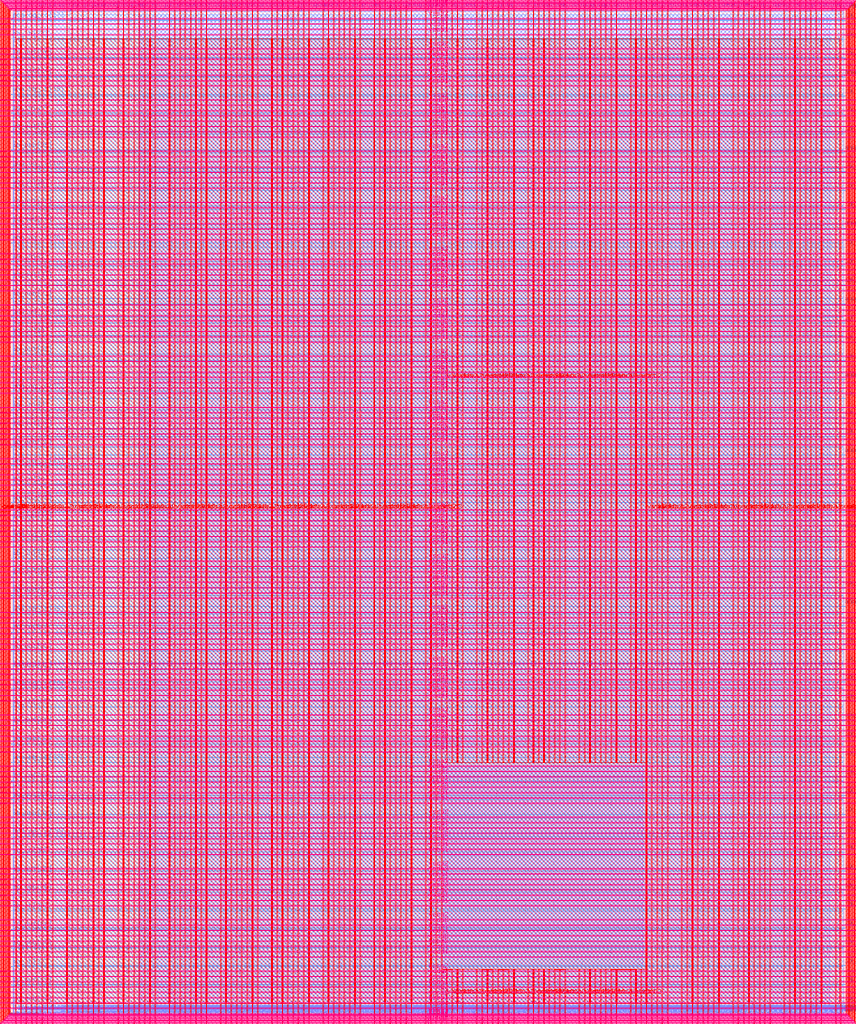
<source format=lef>
VERSION 5.7 ;
  NOWIREEXTENSIONATPIN ON ;
  DIVIDERCHAR "/" ;
  BUSBITCHARS "[]" ;
MACRO user_project_wrapper
  CLASS BLOCK ;
  FOREIGN user_project_wrapper ;
  ORIGIN 0.000 0.000 ;
  SIZE 2920.000 BY 3520.000 ;
  PIN analog_io[0]
    DIRECTION INOUT ;
    USE SIGNAL ;
    PORT
      LAYER met3 ;
        RECT 2917.600 1426.380 2924.800 1427.580 ;
    END
  END analog_io[0]
  PIN analog_io[10]
    DIRECTION INOUT ;
    USE SIGNAL ;
    PORT
      LAYER met2 ;
        RECT 2230.490 3517.600 2231.050 3524.800 ;
    END
  END analog_io[10]
  PIN analog_io[11]
    DIRECTION INOUT ;
    USE SIGNAL ;
    PORT
      LAYER met2 ;
        RECT 1905.730 3517.600 1906.290 3524.800 ;
    END
  END analog_io[11]
  PIN analog_io[12]
    DIRECTION INOUT ;
    USE SIGNAL ;
    PORT
      LAYER met2 ;
        RECT 1581.430 3517.600 1581.990 3524.800 ;
    END
  END analog_io[12]
  PIN analog_io[13]
    DIRECTION INOUT ;
    USE SIGNAL ;
    PORT
      LAYER met2 ;
        RECT 1257.130 3517.600 1257.690 3524.800 ;
    END
  END analog_io[13]
  PIN analog_io[14]
    DIRECTION INOUT ;
    USE SIGNAL ;
    PORT
      LAYER met2 ;
        RECT 932.370 3517.600 932.930 3524.800 ;
    END
  END analog_io[14]
  PIN analog_io[15]
    DIRECTION INOUT ;
    USE SIGNAL ;
    PORT
      LAYER met2 ;
        RECT 608.070 3517.600 608.630 3524.800 ;
    END
  END analog_io[15]
  PIN analog_io[16]
    DIRECTION INOUT ;
    USE SIGNAL ;
    PORT
      LAYER met2 ;
        RECT 283.770 3517.600 284.330 3524.800 ;
    END
  END analog_io[16]
  PIN analog_io[17]
    DIRECTION INOUT ;
    USE SIGNAL ;
    PORT
      LAYER met3 ;
        RECT -4.800 3486.100 2.400 3487.300 ;
    END
  END analog_io[17]
  PIN analog_io[18]
    DIRECTION INOUT ;
    USE SIGNAL ;
    PORT
      LAYER met3 ;
        RECT -4.800 3224.980 2.400 3226.180 ;
    END
  END analog_io[18]
  PIN analog_io[19]
    DIRECTION INOUT ;
    USE SIGNAL ;
    PORT
      LAYER met3 ;
        RECT -4.800 2964.540 2.400 2965.740 ;
    END
  END analog_io[19]
  PIN analog_io[1]
    DIRECTION INOUT ;
    USE SIGNAL ;
    PORT
      LAYER met3 ;
        RECT 2917.600 1692.260 2924.800 1693.460 ;
    END
  END analog_io[1]
  PIN analog_io[20]
    DIRECTION INOUT ;
    USE SIGNAL ;
    PORT
      LAYER met3 ;
        RECT -4.800 2703.420 2.400 2704.620 ;
    END
  END analog_io[20]
  PIN analog_io[21]
    DIRECTION INOUT ;
    USE SIGNAL ;
    PORT
      LAYER met3 ;
        RECT -4.800 2442.980 2.400 2444.180 ;
    END
  END analog_io[21]
  PIN analog_io[22]
    DIRECTION INOUT ;
    USE SIGNAL ;
    PORT
      LAYER met3 ;
        RECT -4.800 2182.540 2.400 2183.740 ;
    END
  END analog_io[22]
  PIN analog_io[23]
    DIRECTION INOUT ;
    USE SIGNAL ;
    PORT
      LAYER met3 ;
        RECT -4.800 1921.420 2.400 1922.620 ;
    END
  END analog_io[23]
  PIN analog_io[24]
    DIRECTION INOUT ;
    USE SIGNAL ;
    PORT
      LAYER met3 ;
        RECT -4.800 1660.980 2.400 1662.180 ;
    END
  END analog_io[24]
  PIN analog_io[25]
    DIRECTION INOUT ;
    USE SIGNAL ;
    PORT
      LAYER met3 ;
        RECT -4.800 1399.860 2.400 1401.060 ;
    END
  END analog_io[25]
  PIN analog_io[26]
    DIRECTION INOUT ;
    USE SIGNAL ;
    PORT
      LAYER met3 ;
        RECT -4.800 1139.420 2.400 1140.620 ;
    END
  END analog_io[26]
  PIN analog_io[27]
    DIRECTION INOUT ;
    USE SIGNAL ;
    PORT
      LAYER met3 ;
        RECT -4.800 878.980 2.400 880.180 ;
    END
  END analog_io[27]
  PIN analog_io[28]
    DIRECTION INOUT ;
    USE SIGNAL ;
    PORT
      LAYER met3 ;
        RECT -4.800 617.860 2.400 619.060 ;
    END
  END analog_io[28]
  PIN analog_io[2]
    DIRECTION INOUT ;
    USE SIGNAL ;
    PORT
      LAYER met3 ;
        RECT 2917.600 1958.140 2924.800 1959.340 ;
    END
  END analog_io[2]
  PIN analog_io[3]
    DIRECTION INOUT ;
    USE SIGNAL ;
    PORT
      LAYER met3 ;
        RECT 2917.600 2223.340 2924.800 2224.540 ;
    END
  END analog_io[3]
  PIN analog_io[4]
    DIRECTION INOUT ;
    USE SIGNAL ;
    PORT
      LAYER met3 ;
        RECT 2917.600 2489.220 2924.800 2490.420 ;
    END
  END analog_io[4]
  PIN analog_io[5]
    DIRECTION INOUT ;
    USE SIGNAL ;
    PORT
      LAYER met3 ;
        RECT 2917.600 2755.100 2924.800 2756.300 ;
    END
  END analog_io[5]
  PIN analog_io[6]
    DIRECTION INOUT ;
    USE SIGNAL ;
    PORT
      LAYER met3 ;
        RECT 2917.600 3020.300 2924.800 3021.500 ;
    END
  END analog_io[6]
  PIN analog_io[7]
    DIRECTION INOUT ;
    USE SIGNAL ;
    PORT
      LAYER met3 ;
        RECT 2917.600 3286.180 2924.800 3287.380 ;
    END
  END analog_io[7]
  PIN analog_io[8]
    DIRECTION INOUT ;
    USE SIGNAL ;
    PORT
      LAYER met2 ;
        RECT 2879.090 3517.600 2879.650 3524.800 ;
    END
  END analog_io[8]
  PIN analog_io[9]
    DIRECTION INOUT ;
    USE SIGNAL ;
    PORT
      LAYER met2 ;
        RECT 2554.790 3517.600 2555.350 3524.800 ;
    END
  END analog_io[9]
  PIN io_in[0]
    DIRECTION INPUT ;
    USE SIGNAL ;
    PORT
      LAYER met3 ;
        RECT 2917.600 32.380 2924.800 33.580 ;
    END
  END io_in[0]
  PIN io_in[10]
    DIRECTION INPUT ;
    USE SIGNAL ;
    PORT
      LAYER met3 ;
        RECT 2917.600 2289.980 2924.800 2291.180 ;
    END
  END io_in[10]
  PIN io_in[11]
    DIRECTION INPUT ;
    USE SIGNAL ;
    PORT
      LAYER met3 ;
        RECT 2917.600 2555.860 2924.800 2557.060 ;
    END
  END io_in[11]
  PIN io_in[12]
    DIRECTION INPUT ;
    USE SIGNAL ;
    PORT
      LAYER met3 ;
        RECT 2917.600 2821.060 2924.800 2822.260 ;
    END
  END io_in[12]
  PIN io_in[13]
    DIRECTION INPUT ;
    USE SIGNAL ;
    PORT
      LAYER met3 ;
        RECT 2917.600 3086.940 2924.800 3088.140 ;
    END
  END io_in[13]
  PIN io_in[14]
    DIRECTION INPUT ;
    USE SIGNAL ;
    PORT
      LAYER met3 ;
        RECT 2917.600 3352.820 2924.800 3354.020 ;
    END
  END io_in[14]
  PIN io_in[15]
    DIRECTION INPUT ;
    USE SIGNAL ;
    PORT
      LAYER met2 ;
        RECT 2798.130 3517.600 2798.690 3524.800 ;
    END
  END io_in[15]
  PIN io_in[16]
    DIRECTION INPUT ;
    USE SIGNAL ;
    PORT
      LAYER met2 ;
        RECT 2473.830 3517.600 2474.390 3524.800 ;
    END
  END io_in[16]
  PIN io_in[17]
    DIRECTION INPUT ;
    USE SIGNAL ;
    PORT
      LAYER met2 ;
        RECT 2149.070 3517.600 2149.630 3524.800 ;
    END
  END io_in[17]
  PIN io_in[18]
    DIRECTION INPUT ;
    USE SIGNAL ;
    PORT
      LAYER met2 ;
        RECT 1824.770 3517.600 1825.330 3524.800 ;
    END
  END io_in[18]
  PIN io_in[19]
    DIRECTION INPUT ;
    USE SIGNAL ;
    PORT
      LAYER met2 ;
        RECT 1500.470 3517.600 1501.030 3524.800 ;
    END
  END io_in[19]
  PIN io_in[1]
    DIRECTION INPUT ;
    USE SIGNAL ;
    PORT
      LAYER met3 ;
        RECT 2917.600 230.940 2924.800 232.140 ;
    END
  END io_in[1]
  PIN io_in[20]
    DIRECTION INPUT ;
    USE SIGNAL ;
    PORT
      LAYER met2 ;
        RECT 1175.710 3517.600 1176.270 3524.800 ;
    END
  END io_in[20]
  PIN io_in[21]
    DIRECTION INPUT ;
    USE SIGNAL ;
    PORT
      LAYER met2 ;
        RECT 851.410 3517.600 851.970 3524.800 ;
    END
  END io_in[21]
  PIN io_in[22]
    DIRECTION INPUT ;
    USE SIGNAL ;
    PORT
      LAYER met2 ;
        RECT 527.110 3517.600 527.670 3524.800 ;
    END
  END io_in[22]
  PIN io_in[23]
    DIRECTION INPUT ;
    USE SIGNAL ;
    PORT
      LAYER met2 ;
        RECT 202.350 3517.600 202.910 3524.800 ;
    END
  END io_in[23]
  PIN io_in[24]
    DIRECTION INPUT ;
    USE SIGNAL ;
    PORT
      LAYER met3 ;
        RECT -4.800 3420.820 2.400 3422.020 ;
    END
  END io_in[24]
  PIN io_in[25]
    DIRECTION INPUT ;
    USE SIGNAL ;
    PORT
      LAYER met3 ;
        RECT -4.800 3159.700 2.400 3160.900 ;
    END
  END io_in[25]
  PIN io_in[26]
    DIRECTION INPUT ;
    USE SIGNAL ;
    PORT
      LAYER met3 ;
        RECT -4.800 2899.260 2.400 2900.460 ;
    END
  END io_in[26]
  PIN io_in[27]
    DIRECTION INPUT ;
    USE SIGNAL ;
    PORT
      LAYER met3 ;
        RECT -4.800 2638.820 2.400 2640.020 ;
    END
  END io_in[27]
  PIN io_in[28]
    DIRECTION INPUT ;
    USE SIGNAL ;
    PORT
      LAYER met3 ;
        RECT -4.800 2377.700 2.400 2378.900 ;
    END
  END io_in[28]
  PIN io_in[29]
    DIRECTION INPUT ;
    USE SIGNAL ;
    PORT
      LAYER met3 ;
        RECT -4.800 2117.260 2.400 2118.460 ;
    END
  END io_in[29]
  PIN io_in[2]
    DIRECTION INPUT ;
    USE SIGNAL ;
    PORT
      LAYER met3 ;
        RECT 2917.600 430.180 2924.800 431.380 ;
    END
  END io_in[2]
  PIN io_in[30]
    DIRECTION INPUT ;
    USE SIGNAL ;
    PORT
      LAYER met3 ;
        RECT -4.800 1856.140 2.400 1857.340 ;
    END
  END io_in[30]
  PIN io_in[31]
    DIRECTION INPUT ;
    USE SIGNAL ;
    PORT
      LAYER met3 ;
        RECT -4.800 1595.700 2.400 1596.900 ;
    END
  END io_in[31]
  PIN io_in[32]
    DIRECTION INPUT ;
    USE SIGNAL ;
    PORT
      LAYER met3 ;
        RECT -4.800 1335.260 2.400 1336.460 ;
    END
  END io_in[32]
  PIN io_in[33]
    DIRECTION INPUT ;
    USE SIGNAL ;
    PORT
      LAYER met3 ;
        RECT -4.800 1074.140 2.400 1075.340 ;
    END
  END io_in[33]
  PIN io_in[34]
    DIRECTION INPUT ;
    USE SIGNAL ;
    PORT
      LAYER met3 ;
        RECT -4.800 813.700 2.400 814.900 ;
    END
  END io_in[34]
  PIN io_in[35]
    DIRECTION INPUT ;
    USE SIGNAL ;
    PORT
      LAYER met3 ;
        RECT -4.800 552.580 2.400 553.780 ;
    END
  END io_in[35]
  PIN io_in[36]
    DIRECTION INPUT ;
    USE SIGNAL ;
    PORT
      LAYER met3 ;
        RECT -4.800 357.420 2.400 358.620 ;
    END
  END io_in[36]
  PIN io_in[37]
    DIRECTION INPUT ;
    USE SIGNAL ;
    PORT
      LAYER met3 ;
        RECT -4.800 161.580 2.400 162.780 ;
    END
  END io_in[37]
  PIN io_in[3]
    DIRECTION INPUT ;
    USE SIGNAL ;
    PORT
      LAYER met3 ;
        RECT 2917.600 629.420 2924.800 630.620 ;
    END
  END io_in[3]
  PIN io_in[4]
    DIRECTION INPUT ;
    USE SIGNAL ;
    PORT
      LAYER met3 ;
        RECT 2917.600 828.660 2924.800 829.860 ;
    END
  END io_in[4]
  PIN io_in[5]
    DIRECTION INPUT ;
    USE SIGNAL ;
    PORT
      LAYER met3 ;
        RECT 2917.600 1027.900 2924.800 1029.100 ;
    END
  END io_in[5]
  PIN io_in[6]
    DIRECTION INPUT ;
    USE SIGNAL ;
    PORT
      LAYER met3 ;
        RECT 2917.600 1227.140 2924.800 1228.340 ;
    END
  END io_in[6]
  PIN io_in[7]
    DIRECTION INPUT ;
    USE SIGNAL ;
    PORT
      LAYER met3 ;
        RECT 2917.600 1493.020 2924.800 1494.220 ;
    END
  END io_in[7]
  PIN io_in[8]
    DIRECTION INPUT ;
    USE SIGNAL ;
    PORT
      LAYER met3 ;
        RECT 2917.600 1758.900 2924.800 1760.100 ;
    END
  END io_in[8]
  PIN io_in[9]
    DIRECTION INPUT ;
    USE SIGNAL ;
    PORT
      LAYER met3 ;
        RECT 2917.600 2024.100 2924.800 2025.300 ;
    END
  END io_in[9]
  PIN io_oeb[0]
    DIRECTION OUTPUT TRISTATE ;
    USE SIGNAL ;
    PORT
      LAYER met3 ;
        RECT 2917.600 164.980 2924.800 166.180 ;
    END
  END io_oeb[0]
  PIN io_oeb[10]
    DIRECTION OUTPUT TRISTATE ;
    USE SIGNAL ;
    PORT
      LAYER met3 ;
        RECT 2917.600 2422.580 2924.800 2423.780 ;
    END
  END io_oeb[10]
  PIN io_oeb[11]
    DIRECTION OUTPUT TRISTATE ;
    USE SIGNAL ;
    PORT
      LAYER met3 ;
        RECT 2917.600 2688.460 2924.800 2689.660 ;
    END
  END io_oeb[11]
  PIN io_oeb[12]
    DIRECTION OUTPUT TRISTATE ;
    USE SIGNAL ;
    PORT
      LAYER met3 ;
        RECT 2917.600 2954.340 2924.800 2955.540 ;
    END
  END io_oeb[12]
  PIN io_oeb[13]
    DIRECTION OUTPUT TRISTATE ;
    USE SIGNAL ;
    PORT
      LAYER met3 ;
        RECT 2917.600 3219.540 2924.800 3220.740 ;
    END
  END io_oeb[13]
  PIN io_oeb[14]
    DIRECTION OUTPUT TRISTATE ;
    USE SIGNAL ;
    PORT
      LAYER met3 ;
        RECT 2917.600 3485.420 2924.800 3486.620 ;
    END
  END io_oeb[14]
  PIN io_oeb[15]
    DIRECTION OUTPUT TRISTATE ;
    USE SIGNAL ;
    PORT
      LAYER met2 ;
        RECT 2635.750 3517.600 2636.310 3524.800 ;
    END
  END io_oeb[15]
  PIN io_oeb[16]
    DIRECTION OUTPUT TRISTATE ;
    USE SIGNAL ;
    PORT
      LAYER met2 ;
        RECT 2311.450 3517.600 2312.010 3524.800 ;
    END
  END io_oeb[16]
  PIN io_oeb[17]
    DIRECTION OUTPUT TRISTATE ;
    USE SIGNAL ;
    PORT
      LAYER met2 ;
        RECT 1987.150 3517.600 1987.710 3524.800 ;
    END
  END io_oeb[17]
  PIN io_oeb[18]
    DIRECTION OUTPUT TRISTATE ;
    USE SIGNAL ;
    PORT
      LAYER met2 ;
        RECT 1662.390 3517.600 1662.950 3524.800 ;
    END
  END io_oeb[18]
  PIN io_oeb[19]
    DIRECTION OUTPUT TRISTATE ;
    USE SIGNAL ;
    PORT
      LAYER met2 ;
        RECT 1338.090 3517.600 1338.650 3524.800 ;
    END
  END io_oeb[19]
  PIN io_oeb[1]
    DIRECTION OUTPUT TRISTATE ;
    USE SIGNAL ;
    PORT
      LAYER met3 ;
        RECT 2917.600 364.220 2924.800 365.420 ;
    END
  END io_oeb[1]
  PIN io_oeb[20]
    DIRECTION OUTPUT TRISTATE ;
    USE SIGNAL ;
    PORT
      LAYER met2 ;
        RECT 1013.790 3517.600 1014.350 3524.800 ;
    END
  END io_oeb[20]
  PIN io_oeb[21]
    DIRECTION OUTPUT TRISTATE ;
    USE SIGNAL ;
    PORT
      LAYER met2 ;
        RECT 689.030 3517.600 689.590 3524.800 ;
    END
  END io_oeb[21]
  PIN io_oeb[22]
    DIRECTION OUTPUT TRISTATE ;
    USE SIGNAL ;
    PORT
      LAYER met2 ;
        RECT 364.730 3517.600 365.290 3524.800 ;
    END
  END io_oeb[22]
  PIN io_oeb[23]
    DIRECTION OUTPUT TRISTATE ;
    USE SIGNAL ;
    PORT
      LAYER met2 ;
        RECT 40.430 3517.600 40.990 3524.800 ;
    END
  END io_oeb[23]
  PIN io_oeb[24]
    DIRECTION OUTPUT TRISTATE ;
    USE SIGNAL ;
    PORT
      LAYER met3 ;
        RECT -4.800 3290.260 2.400 3291.460 ;
    END
  END io_oeb[24]
  PIN io_oeb[25]
    DIRECTION OUTPUT TRISTATE ;
    USE SIGNAL ;
    PORT
      LAYER met3 ;
        RECT -4.800 3029.820 2.400 3031.020 ;
    END
  END io_oeb[25]
  PIN io_oeb[26]
    DIRECTION OUTPUT TRISTATE ;
    USE SIGNAL ;
    PORT
      LAYER met3 ;
        RECT -4.800 2768.700 2.400 2769.900 ;
    END
  END io_oeb[26]
  PIN io_oeb[27]
    DIRECTION OUTPUT TRISTATE ;
    USE SIGNAL ;
    PORT
      LAYER met3 ;
        RECT -4.800 2508.260 2.400 2509.460 ;
    END
  END io_oeb[27]
  PIN io_oeb[28]
    DIRECTION OUTPUT TRISTATE ;
    USE SIGNAL ;
    PORT
      LAYER met3 ;
        RECT -4.800 2247.140 2.400 2248.340 ;
    END
  END io_oeb[28]
  PIN io_oeb[29]
    DIRECTION OUTPUT TRISTATE ;
    USE SIGNAL ;
    PORT
      LAYER met3 ;
        RECT -4.800 1986.700 2.400 1987.900 ;
    END
  END io_oeb[29]
  PIN io_oeb[2]
    DIRECTION OUTPUT TRISTATE ;
    USE SIGNAL ;
    PORT
      LAYER met3 ;
        RECT 2917.600 563.460 2924.800 564.660 ;
    END
  END io_oeb[2]
  PIN io_oeb[30]
    DIRECTION OUTPUT TRISTATE ;
    USE SIGNAL ;
    PORT
      LAYER met3 ;
        RECT -4.800 1726.260 2.400 1727.460 ;
    END
  END io_oeb[30]
  PIN io_oeb[31]
    DIRECTION OUTPUT TRISTATE ;
    USE SIGNAL ;
    PORT
      LAYER met3 ;
        RECT -4.800 1465.140 2.400 1466.340 ;
    END
  END io_oeb[31]
  PIN io_oeb[32]
    DIRECTION OUTPUT TRISTATE ;
    USE SIGNAL ;
    PORT
      LAYER met3 ;
        RECT -4.800 1204.700 2.400 1205.900 ;
    END
  END io_oeb[32]
  PIN io_oeb[33]
    DIRECTION OUTPUT TRISTATE ;
    USE SIGNAL ;
    PORT
      LAYER met3 ;
        RECT -4.800 943.580 2.400 944.780 ;
    END
  END io_oeb[33]
  PIN io_oeb[34]
    DIRECTION OUTPUT TRISTATE ;
    USE SIGNAL ;
    PORT
      LAYER met3 ;
        RECT -4.800 683.140 2.400 684.340 ;
    END
  END io_oeb[34]
  PIN io_oeb[35]
    DIRECTION OUTPUT TRISTATE ;
    USE SIGNAL ;
    PORT
      LAYER met3 ;
        RECT -4.800 422.700 2.400 423.900 ;
    END
  END io_oeb[35]
  PIN io_oeb[36]
    DIRECTION OUTPUT TRISTATE ;
    USE SIGNAL ;
    PORT
      LAYER met3 ;
        RECT -4.800 226.860 2.400 228.060 ;
    END
  END io_oeb[36]
  PIN io_oeb[37]
    DIRECTION OUTPUT TRISTATE ;
    USE SIGNAL ;
    PORT
      LAYER met3 ;
        RECT -4.800 31.700 2.400 32.900 ;
    END
  END io_oeb[37]
  PIN io_oeb[3]
    DIRECTION OUTPUT TRISTATE ;
    USE SIGNAL ;
    PORT
      LAYER met3 ;
        RECT 2917.600 762.700 2924.800 763.900 ;
    END
  END io_oeb[3]
  PIN io_oeb[4]
    DIRECTION OUTPUT TRISTATE ;
    USE SIGNAL ;
    PORT
      LAYER met3 ;
        RECT 2917.600 961.940 2924.800 963.140 ;
    END
  END io_oeb[4]
  PIN io_oeb[5]
    DIRECTION OUTPUT TRISTATE ;
    USE SIGNAL ;
    PORT
      LAYER met3 ;
        RECT 2917.600 1161.180 2924.800 1162.380 ;
    END
  END io_oeb[5]
  PIN io_oeb[6]
    DIRECTION OUTPUT TRISTATE ;
    USE SIGNAL ;
    PORT
      LAYER met3 ;
        RECT 2917.600 1360.420 2924.800 1361.620 ;
    END
  END io_oeb[6]
  PIN io_oeb[7]
    DIRECTION OUTPUT TRISTATE ;
    USE SIGNAL ;
    PORT
      LAYER met3 ;
        RECT 2917.600 1625.620 2924.800 1626.820 ;
    END
  END io_oeb[7]
  PIN io_oeb[8]
    DIRECTION OUTPUT TRISTATE ;
    USE SIGNAL ;
    PORT
      LAYER met3 ;
        RECT 2917.600 1891.500 2924.800 1892.700 ;
    END
  END io_oeb[8]
  PIN io_oeb[9]
    DIRECTION OUTPUT TRISTATE ;
    USE SIGNAL ;
    PORT
      LAYER met3 ;
        RECT 2917.600 2157.380 2924.800 2158.580 ;
    END
  END io_oeb[9]
  PIN io_out[0]
    DIRECTION OUTPUT TRISTATE ;
    USE SIGNAL ;
    PORT
      LAYER met3 ;
        RECT 2917.600 98.340 2924.800 99.540 ;
    END
  END io_out[0]
  PIN io_out[10]
    DIRECTION OUTPUT TRISTATE ;
    USE SIGNAL ;
    PORT
      LAYER met3 ;
        RECT 2917.600 2356.620 2924.800 2357.820 ;
    END
  END io_out[10]
  PIN io_out[11]
    DIRECTION OUTPUT TRISTATE ;
    USE SIGNAL ;
    PORT
      LAYER met3 ;
        RECT 2917.600 2621.820 2924.800 2623.020 ;
    END
  END io_out[11]
  PIN io_out[12]
    DIRECTION OUTPUT TRISTATE ;
    USE SIGNAL ;
    PORT
      LAYER met3 ;
        RECT 2917.600 2887.700 2924.800 2888.900 ;
    END
  END io_out[12]
  PIN io_out[13]
    DIRECTION OUTPUT TRISTATE ;
    USE SIGNAL ;
    PORT
      LAYER met3 ;
        RECT 2917.600 3153.580 2924.800 3154.780 ;
    END
  END io_out[13]
  PIN io_out[14]
    DIRECTION OUTPUT TRISTATE ;
    USE SIGNAL ;
    PORT
      LAYER met3 ;
        RECT 2917.600 3418.780 2924.800 3419.980 ;
    END
  END io_out[14]
  PIN io_out[15]
    DIRECTION OUTPUT TRISTATE ;
    USE SIGNAL ;
    PORT
      LAYER met2 ;
        RECT 2717.170 3517.600 2717.730 3524.800 ;
    END
  END io_out[15]
  PIN io_out[16]
    DIRECTION OUTPUT TRISTATE ;
    USE SIGNAL ;
    PORT
      LAYER met2 ;
        RECT 2392.410 3517.600 2392.970 3524.800 ;
    END
  END io_out[16]
  PIN io_out[17]
    DIRECTION OUTPUT TRISTATE ;
    USE SIGNAL ;
    PORT
      LAYER met2 ;
        RECT 2068.110 3517.600 2068.670 3524.800 ;
    END
  END io_out[17]
  PIN io_out[18]
    DIRECTION OUTPUT TRISTATE ;
    USE SIGNAL ;
    PORT
      LAYER met2 ;
        RECT 1743.810 3517.600 1744.370 3524.800 ;
    END
  END io_out[18]
  PIN io_out[19]
    DIRECTION OUTPUT TRISTATE ;
    USE SIGNAL ;
    PORT
      LAYER met2 ;
        RECT 1419.050 3517.600 1419.610 3524.800 ;
    END
  END io_out[19]
  PIN io_out[1]
    DIRECTION OUTPUT TRISTATE ;
    USE SIGNAL ;
    PORT
      LAYER met3 ;
        RECT 2917.600 297.580 2924.800 298.780 ;
    END
  END io_out[1]
  PIN io_out[20]
    DIRECTION OUTPUT TRISTATE ;
    USE SIGNAL ;
    PORT
      LAYER met2 ;
        RECT 1094.750 3517.600 1095.310 3524.800 ;
    END
  END io_out[20]
  PIN io_out[21]
    DIRECTION OUTPUT TRISTATE ;
    USE SIGNAL ;
    PORT
      LAYER met2 ;
        RECT 770.450 3517.600 771.010 3524.800 ;
    END
  END io_out[21]
  PIN io_out[22]
    DIRECTION OUTPUT TRISTATE ;
    USE SIGNAL ;
    PORT
      LAYER met2 ;
        RECT 445.690 3517.600 446.250 3524.800 ;
    END
  END io_out[22]
  PIN io_out[23]
    DIRECTION OUTPUT TRISTATE ;
    USE SIGNAL ;
    PORT
      LAYER met2 ;
        RECT 121.390 3517.600 121.950 3524.800 ;
    END
  END io_out[23]
  PIN io_out[24]
    DIRECTION OUTPUT TRISTATE ;
    USE SIGNAL ;
    PORT
      LAYER met3 ;
        RECT -4.800 3355.540 2.400 3356.740 ;
    END
  END io_out[24]
  PIN io_out[25]
    DIRECTION OUTPUT TRISTATE ;
    USE SIGNAL ;
    PORT
      LAYER met3 ;
        RECT -4.800 3095.100 2.400 3096.300 ;
    END
  END io_out[25]
  PIN io_out[26]
    DIRECTION OUTPUT TRISTATE ;
    USE SIGNAL ;
    PORT
      LAYER met3 ;
        RECT -4.800 2833.980 2.400 2835.180 ;
    END
  END io_out[26]
  PIN io_out[27]
    DIRECTION OUTPUT TRISTATE ;
    USE SIGNAL ;
    PORT
      LAYER met3 ;
        RECT -4.800 2573.540 2.400 2574.740 ;
    END
  END io_out[27]
  PIN io_out[28]
    DIRECTION OUTPUT TRISTATE ;
    USE SIGNAL ;
    PORT
      LAYER met3 ;
        RECT -4.800 2312.420 2.400 2313.620 ;
    END
  END io_out[28]
  PIN io_out[29]
    DIRECTION OUTPUT TRISTATE ;
    USE SIGNAL ;
    PORT
      LAYER met3 ;
        RECT -4.800 2051.980 2.400 2053.180 ;
    END
  END io_out[29]
  PIN io_out[2]
    DIRECTION OUTPUT TRISTATE ;
    USE SIGNAL ;
    PORT
      LAYER met3 ;
        RECT 2917.600 496.820 2924.800 498.020 ;
    END
  END io_out[2]
  PIN io_out[30]
    DIRECTION OUTPUT TRISTATE ;
    USE SIGNAL ;
    PORT
      LAYER met3 ;
        RECT -4.800 1791.540 2.400 1792.740 ;
    END
  END io_out[30]
  PIN io_out[31]
    DIRECTION OUTPUT TRISTATE ;
    USE SIGNAL ;
    PORT
      LAYER met3 ;
        RECT -4.800 1530.420 2.400 1531.620 ;
    END
  END io_out[31]
  PIN io_out[32]
    DIRECTION OUTPUT TRISTATE ;
    USE SIGNAL ;
    PORT
      LAYER met3 ;
        RECT -4.800 1269.980 2.400 1271.180 ;
    END
  END io_out[32]
  PIN io_out[33]
    DIRECTION OUTPUT TRISTATE ;
    USE SIGNAL ;
    PORT
      LAYER met3 ;
        RECT -4.800 1008.860 2.400 1010.060 ;
    END
  END io_out[33]
  PIN io_out[34]
    DIRECTION OUTPUT TRISTATE ;
    USE SIGNAL ;
    PORT
      LAYER met3 ;
        RECT -4.800 748.420 2.400 749.620 ;
    END
  END io_out[34]
  PIN io_out[35]
    DIRECTION OUTPUT TRISTATE ;
    USE SIGNAL ;
    PORT
      LAYER met3 ;
        RECT -4.800 487.300 2.400 488.500 ;
    END
  END io_out[35]
  PIN io_out[36]
    DIRECTION OUTPUT TRISTATE ;
    USE SIGNAL ;
    PORT
      LAYER met3 ;
        RECT -4.800 292.140 2.400 293.340 ;
    END
  END io_out[36]
  PIN io_out[37]
    DIRECTION OUTPUT TRISTATE ;
    USE SIGNAL ;
    PORT
      LAYER met3 ;
        RECT -4.800 96.300 2.400 97.500 ;
    END
  END io_out[37]
  PIN io_out[3]
    DIRECTION OUTPUT TRISTATE ;
    USE SIGNAL ;
    PORT
      LAYER met3 ;
        RECT 2917.600 696.060 2924.800 697.260 ;
    END
  END io_out[3]
  PIN io_out[4]
    DIRECTION OUTPUT TRISTATE ;
    USE SIGNAL ;
    PORT
      LAYER met3 ;
        RECT 2917.600 895.300 2924.800 896.500 ;
    END
  END io_out[4]
  PIN io_out[5]
    DIRECTION OUTPUT TRISTATE ;
    USE SIGNAL ;
    PORT
      LAYER met3 ;
        RECT 2917.600 1094.540 2924.800 1095.740 ;
    END
  END io_out[5]
  PIN io_out[6]
    DIRECTION OUTPUT TRISTATE ;
    USE SIGNAL ;
    PORT
      LAYER met3 ;
        RECT 2917.600 1293.780 2924.800 1294.980 ;
    END
  END io_out[6]
  PIN io_out[7]
    DIRECTION OUTPUT TRISTATE ;
    USE SIGNAL ;
    PORT
      LAYER met3 ;
        RECT 2917.600 1559.660 2924.800 1560.860 ;
    END
  END io_out[7]
  PIN io_out[8]
    DIRECTION OUTPUT TRISTATE ;
    USE SIGNAL ;
    PORT
      LAYER met3 ;
        RECT 2917.600 1824.860 2924.800 1826.060 ;
    END
  END io_out[8]
  PIN io_out[9]
    DIRECTION OUTPUT TRISTATE ;
    USE SIGNAL ;
    PORT
      LAYER met3 ;
        RECT 2917.600 2090.740 2924.800 2091.940 ;
    END
  END io_out[9]
  PIN la_data_in[0]
    DIRECTION INPUT ;
    USE SIGNAL ;
    PORT
      LAYER met2 ;
        RECT 629.230 -4.800 629.790 2.400 ;
    END
  END la_data_in[0]
  PIN la_data_in[100]
    DIRECTION INPUT ;
    USE SIGNAL ;
    PORT
      LAYER met2 ;
        RECT 2402.530 -4.800 2403.090 2.400 ;
    END
  END la_data_in[100]
  PIN la_data_in[101]
    DIRECTION INPUT ;
    USE SIGNAL ;
    PORT
      LAYER met2 ;
        RECT 2420.010 -4.800 2420.570 2.400 ;
    END
  END la_data_in[101]
  PIN la_data_in[102]
    DIRECTION INPUT ;
    USE SIGNAL ;
    PORT
      LAYER met2 ;
        RECT 2437.950 -4.800 2438.510 2.400 ;
    END
  END la_data_in[102]
  PIN la_data_in[103]
    DIRECTION INPUT ;
    USE SIGNAL ;
    PORT
      LAYER met2 ;
        RECT 2455.430 -4.800 2455.990 2.400 ;
    END
  END la_data_in[103]
  PIN la_data_in[104]
    DIRECTION INPUT ;
    USE SIGNAL ;
    PORT
      LAYER met2 ;
        RECT 2473.370 -4.800 2473.930 2.400 ;
    END
  END la_data_in[104]
  PIN la_data_in[105]
    DIRECTION INPUT ;
    USE SIGNAL ;
    PORT
      LAYER met2 ;
        RECT 2490.850 -4.800 2491.410 2.400 ;
    END
  END la_data_in[105]
  PIN la_data_in[106]
    DIRECTION INPUT ;
    USE SIGNAL ;
    PORT
      LAYER met2 ;
        RECT 2508.790 -4.800 2509.350 2.400 ;
    END
  END la_data_in[106]
  PIN la_data_in[107]
    DIRECTION INPUT ;
    USE SIGNAL ;
    PORT
      LAYER met2 ;
        RECT 2526.730 -4.800 2527.290 2.400 ;
    END
  END la_data_in[107]
  PIN la_data_in[108]
    DIRECTION INPUT ;
    USE SIGNAL ;
    PORT
      LAYER met2 ;
        RECT 2544.210 -4.800 2544.770 2.400 ;
    END
  END la_data_in[108]
  PIN la_data_in[109]
    DIRECTION INPUT ;
    USE SIGNAL ;
    PORT
      LAYER met2 ;
        RECT 2562.150 -4.800 2562.710 2.400 ;
    END
  END la_data_in[109]
  PIN la_data_in[10]
    DIRECTION INPUT ;
    USE SIGNAL ;
    PORT
      LAYER met2 ;
        RECT 806.330 -4.800 806.890 2.400 ;
    END
  END la_data_in[10]
  PIN la_data_in[110]
    DIRECTION INPUT ;
    USE SIGNAL ;
    PORT
      LAYER met2 ;
        RECT 2579.630 -4.800 2580.190 2.400 ;
    END
  END la_data_in[110]
  PIN la_data_in[111]
    DIRECTION INPUT ;
    USE SIGNAL ;
    PORT
      LAYER met2 ;
        RECT 2597.570 -4.800 2598.130 2.400 ;
    END
  END la_data_in[111]
  PIN la_data_in[112]
    DIRECTION INPUT ;
    USE SIGNAL ;
    PORT
      LAYER met2 ;
        RECT 2615.050 -4.800 2615.610 2.400 ;
    END
  END la_data_in[112]
  PIN la_data_in[113]
    DIRECTION INPUT ;
    USE SIGNAL ;
    PORT
      LAYER met2 ;
        RECT 2632.990 -4.800 2633.550 2.400 ;
    END
  END la_data_in[113]
  PIN la_data_in[114]
    DIRECTION INPUT ;
    USE SIGNAL ;
    PORT
      LAYER met2 ;
        RECT 2650.470 -4.800 2651.030 2.400 ;
    END
  END la_data_in[114]
  PIN la_data_in[115]
    DIRECTION INPUT ;
    USE SIGNAL ;
    PORT
      LAYER met2 ;
        RECT 2668.410 -4.800 2668.970 2.400 ;
    END
  END la_data_in[115]
  PIN la_data_in[116]
    DIRECTION INPUT ;
    USE SIGNAL ;
    PORT
      LAYER met2 ;
        RECT 2685.890 -4.800 2686.450 2.400 ;
    END
  END la_data_in[116]
  PIN la_data_in[117]
    DIRECTION INPUT ;
    USE SIGNAL ;
    PORT
      LAYER met2 ;
        RECT 2703.830 -4.800 2704.390 2.400 ;
    END
  END la_data_in[117]
  PIN la_data_in[118]
    DIRECTION INPUT ;
    USE SIGNAL ;
    PORT
      LAYER met2 ;
        RECT 2721.770 -4.800 2722.330 2.400 ;
    END
  END la_data_in[118]
  PIN la_data_in[119]
    DIRECTION INPUT ;
    USE SIGNAL ;
    PORT
      LAYER met2 ;
        RECT 2739.250 -4.800 2739.810 2.400 ;
    END
  END la_data_in[119]
  PIN la_data_in[11]
    DIRECTION INPUT ;
    USE SIGNAL ;
    PORT
      LAYER met2 ;
        RECT 824.270 -4.800 824.830 2.400 ;
    END
  END la_data_in[11]
  PIN la_data_in[120]
    DIRECTION INPUT ;
    USE SIGNAL ;
    PORT
      LAYER met2 ;
        RECT 2757.190 -4.800 2757.750 2.400 ;
    END
  END la_data_in[120]
  PIN la_data_in[121]
    DIRECTION INPUT ;
    USE SIGNAL ;
    PORT
      LAYER met2 ;
        RECT 2774.670 -4.800 2775.230 2.400 ;
    END
  END la_data_in[121]
  PIN la_data_in[122]
    DIRECTION INPUT ;
    USE SIGNAL ;
    PORT
      LAYER met2 ;
        RECT 2792.610 -4.800 2793.170 2.400 ;
    END
  END la_data_in[122]
  PIN la_data_in[123]
    DIRECTION INPUT ;
    USE SIGNAL ;
    PORT
      LAYER met2 ;
        RECT 2810.090 -4.800 2810.650 2.400 ;
    END
  END la_data_in[123]
  PIN la_data_in[124]
    DIRECTION INPUT ;
    USE SIGNAL ;
    PORT
      LAYER met2 ;
        RECT 2828.030 -4.800 2828.590 2.400 ;
    END
  END la_data_in[124]
  PIN la_data_in[125]
    DIRECTION INPUT ;
    USE SIGNAL ;
    PORT
      LAYER met2 ;
        RECT 2845.510 -4.800 2846.070 2.400 ;
    END
  END la_data_in[125]
  PIN la_data_in[126]
    DIRECTION INPUT ;
    USE SIGNAL ;
    PORT
      LAYER met2 ;
        RECT 2863.450 -4.800 2864.010 2.400 ;
    END
  END la_data_in[126]
  PIN la_data_in[127]
    DIRECTION INPUT ;
    USE SIGNAL ;
    PORT
      LAYER met2 ;
        RECT 2881.390 -4.800 2881.950 2.400 ;
    END
  END la_data_in[127]
  PIN la_data_in[12]
    DIRECTION INPUT ;
    USE SIGNAL ;
    PORT
      LAYER met2 ;
        RECT 841.750 -4.800 842.310 2.400 ;
    END
  END la_data_in[12]
  PIN la_data_in[13]
    DIRECTION INPUT ;
    USE SIGNAL ;
    PORT
      LAYER met2 ;
        RECT 859.690 -4.800 860.250 2.400 ;
    END
  END la_data_in[13]
  PIN la_data_in[14]
    DIRECTION INPUT ;
    USE SIGNAL ;
    PORT
      LAYER met2 ;
        RECT 877.170 -4.800 877.730 2.400 ;
    END
  END la_data_in[14]
  PIN la_data_in[15]
    DIRECTION INPUT ;
    USE SIGNAL ;
    PORT
      LAYER met2 ;
        RECT 895.110 -4.800 895.670 2.400 ;
    END
  END la_data_in[15]
  PIN la_data_in[16]
    DIRECTION INPUT ;
    USE SIGNAL ;
    PORT
      LAYER met2 ;
        RECT 912.590 -4.800 913.150 2.400 ;
    END
  END la_data_in[16]
  PIN la_data_in[17]
    DIRECTION INPUT ;
    USE SIGNAL ;
    PORT
      LAYER met2 ;
        RECT 930.530 -4.800 931.090 2.400 ;
    END
  END la_data_in[17]
  PIN la_data_in[18]
    DIRECTION INPUT ;
    USE SIGNAL ;
    PORT
      LAYER met2 ;
        RECT 948.470 -4.800 949.030 2.400 ;
    END
  END la_data_in[18]
  PIN la_data_in[19]
    DIRECTION INPUT ;
    USE SIGNAL ;
    PORT
      LAYER met2 ;
        RECT 965.950 -4.800 966.510 2.400 ;
    END
  END la_data_in[19]
  PIN la_data_in[1]
    DIRECTION INPUT ;
    USE SIGNAL ;
    PORT
      LAYER met2 ;
        RECT 646.710 -4.800 647.270 2.400 ;
    END
  END la_data_in[1]
  PIN la_data_in[20]
    DIRECTION INPUT ;
    USE SIGNAL ;
    PORT
      LAYER met2 ;
        RECT 983.890 -4.800 984.450 2.400 ;
    END
  END la_data_in[20]
  PIN la_data_in[21]
    DIRECTION INPUT ;
    USE SIGNAL ;
    PORT
      LAYER met2 ;
        RECT 1001.370 -4.800 1001.930 2.400 ;
    END
  END la_data_in[21]
  PIN la_data_in[22]
    DIRECTION INPUT ;
    USE SIGNAL ;
    PORT
      LAYER met2 ;
        RECT 1019.310 -4.800 1019.870 2.400 ;
    END
  END la_data_in[22]
  PIN la_data_in[23]
    DIRECTION INPUT ;
    USE SIGNAL ;
    PORT
      LAYER met2 ;
        RECT 1036.790 -4.800 1037.350 2.400 ;
    END
  END la_data_in[23]
  PIN la_data_in[24]
    DIRECTION INPUT ;
    USE SIGNAL ;
    PORT
      LAYER met2 ;
        RECT 1054.730 -4.800 1055.290 2.400 ;
    END
  END la_data_in[24]
  PIN la_data_in[25]
    DIRECTION INPUT ;
    USE SIGNAL ;
    PORT
      LAYER met2 ;
        RECT 1072.210 -4.800 1072.770 2.400 ;
    END
  END la_data_in[25]
  PIN la_data_in[26]
    DIRECTION INPUT ;
    USE SIGNAL ;
    PORT
      LAYER met2 ;
        RECT 1090.150 -4.800 1090.710 2.400 ;
    END
  END la_data_in[26]
  PIN la_data_in[27]
    DIRECTION INPUT ;
    USE SIGNAL ;
    PORT
      LAYER met2 ;
        RECT 1107.630 -4.800 1108.190 2.400 ;
    END
  END la_data_in[27]
  PIN la_data_in[28]
    DIRECTION INPUT ;
    USE SIGNAL ;
    PORT
      LAYER met2 ;
        RECT 1125.570 -4.800 1126.130 2.400 ;
    END
  END la_data_in[28]
  PIN la_data_in[29]
    DIRECTION INPUT ;
    USE SIGNAL ;
    PORT
      LAYER met2 ;
        RECT 1143.510 -4.800 1144.070 2.400 ;
    END
  END la_data_in[29]
  PIN la_data_in[2]
    DIRECTION INPUT ;
    USE SIGNAL ;
    PORT
      LAYER met2 ;
        RECT 664.650 -4.800 665.210 2.400 ;
    END
  END la_data_in[2]
  PIN la_data_in[30]
    DIRECTION INPUT ;
    USE SIGNAL ;
    PORT
      LAYER met2 ;
        RECT 1160.990 -4.800 1161.550 2.400 ;
    END
  END la_data_in[30]
  PIN la_data_in[31]
    DIRECTION INPUT ;
    USE SIGNAL ;
    PORT
      LAYER met2 ;
        RECT 1178.930 -4.800 1179.490 2.400 ;
    END
  END la_data_in[31]
  PIN la_data_in[32]
    DIRECTION INPUT ;
    USE SIGNAL ;
    PORT
      LAYER met2 ;
        RECT 1196.410 -4.800 1196.970 2.400 ;
    END
  END la_data_in[32]
  PIN la_data_in[33]
    DIRECTION INPUT ;
    USE SIGNAL ;
    PORT
      LAYER met2 ;
        RECT 1214.350 -4.800 1214.910 2.400 ;
    END
  END la_data_in[33]
  PIN la_data_in[34]
    DIRECTION INPUT ;
    USE SIGNAL ;
    PORT
      LAYER met2 ;
        RECT 1231.830 -4.800 1232.390 2.400 ;
    END
  END la_data_in[34]
  PIN la_data_in[35]
    DIRECTION INPUT ;
    USE SIGNAL ;
    PORT
      LAYER met2 ;
        RECT 1249.770 -4.800 1250.330 2.400 ;
    END
  END la_data_in[35]
  PIN la_data_in[36]
    DIRECTION INPUT ;
    USE SIGNAL ;
    PORT
      LAYER met2 ;
        RECT 1267.250 -4.800 1267.810 2.400 ;
    END
  END la_data_in[36]
  PIN la_data_in[37]
    DIRECTION INPUT ;
    USE SIGNAL ;
    PORT
      LAYER met2 ;
        RECT 1285.190 -4.800 1285.750 2.400 ;
    END
  END la_data_in[37]
  PIN la_data_in[38]
    DIRECTION INPUT ;
    USE SIGNAL ;
    PORT
      LAYER met2 ;
        RECT 1303.130 -4.800 1303.690 2.400 ;
    END
  END la_data_in[38]
  PIN la_data_in[39]
    DIRECTION INPUT ;
    USE SIGNAL ;
    PORT
      LAYER met2 ;
        RECT 1320.610 -4.800 1321.170 2.400 ;
    END
  END la_data_in[39]
  PIN la_data_in[3]
    DIRECTION INPUT ;
    USE SIGNAL ;
    PORT
      LAYER met2 ;
        RECT 682.130 -4.800 682.690 2.400 ;
    END
  END la_data_in[3]
  PIN la_data_in[40]
    DIRECTION INPUT ;
    USE SIGNAL ;
    PORT
      LAYER met2 ;
        RECT 1338.550 -4.800 1339.110 2.400 ;
    END
  END la_data_in[40]
  PIN la_data_in[41]
    DIRECTION INPUT ;
    USE SIGNAL ;
    PORT
      LAYER met2 ;
        RECT 1356.030 -4.800 1356.590 2.400 ;
    END
  END la_data_in[41]
  PIN la_data_in[42]
    DIRECTION INPUT ;
    USE SIGNAL ;
    PORT
      LAYER met2 ;
        RECT 1373.970 -4.800 1374.530 2.400 ;
    END
  END la_data_in[42]
  PIN la_data_in[43]
    DIRECTION INPUT ;
    USE SIGNAL ;
    PORT
      LAYER met2 ;
        RECT 1391.450 -4.800 1392.010 2.400 ;
    END
  END la_data_in[43]
  PIN la_data_in[44]
    DIRECTION INPUT ;
    USE SIGNAL ;
    PORT
      LAYER met2 ;
        RECT 1409.390 -4.800 1409.950 2.400 ;
    END
  END la_data_in[44]
  PIN la_data_in[45]
    DIRECTION INPUT ;
    USE SIGNAL ;
    PORT
      LAYER met2 ;
        RECT 1426.870 -4.800 1427.430 2.400 ;
    END
  END la_data_in[45]
  PIN la_data_in[46]
    DIRECTION INPUT ;
    USE SIGNAL ;
    PORT
      LAYER met2 ;
        RECT 1444.810 -4.800 1445.370 2.400 ;
    END
  END la_data_in[46]
  PIN la_data_in[47]
    DIRECTION INPUT ;
    USE SIGNAL ;
    PORT
      LAYER met2 ;
        RECT 1462.750 -4.800 1463.310 2.400 ;
    END
  END la_data_in[47]
  PIN la_data_in[48]
    DIRECTION INPUT ;
    USE SIGNAL ;
    PORT
      LAYER met2 ;
        RECT 1480.230 -4.800 1480.790 2.400 ;
    END
  END la_data_in[48]
  PIN la_data_in[49]
    DIRECTION INPUT ;
    USE SIGNAL ;
    PORT
      LAYER met2 ;
        RECT 1498.170 -4.800 1498.730 2.400 ;
    END
  END la_data_in[49]
  PIN la_data_in[4]
    DIRECTION INPUT ;
    USE SIGNAL ;
    PORT
      LAYER met2 ;
        RECT 700.070 -4.800 700.630 2.400 ;
    END
  END la_data_in[4]
  PIN la_data_in[50]
    DIRECTION INPUT ;
    USE SIGNAL ;
    PORT
      LAYER met2 ;
        RECT 1515.650 -4.800 1516.210 2.400 ;
    END
  END la_data_in[50]
  PIN la_data_in[51]
    DIRECTION INPUT ;
    USE SIGNAL ;
    PORT
      LAYER met2 ;
        RECT 1533.590 -4.800 1534.150 2.400 ;
    END
  END la_data_in[51]
  PIN la_data_in[52]
    DIRECTION INPUT ;
    USE SIGNAL ;
    PORT
      LAYER met2 ;
        RECT 1551.070 -4.800 1551.630 2.400 ;
    END
  END la_data_in[52]
  PIN la_data_in[53]
    DIRECTION INPUT ;
    USE SIGNAL ;
    PORT
      LAYER met2 ;
        RECT 1569.010 -4.800 1569.570 2.400 ;
    END
  END la_data_in[53]
  PIN la_data_in[54]
    DIRECTION INPUT ;
    USE SIGNAL ;
    PORT
      LAYER met2 ;
        RECT 1586.490 -4.800 1587.050 2.400 ;
    END
  END la_data_in[54]
  PIN la_data_in[55]
    DIRECTION INPUT ;
    USE SIGNAL ;
    PORT
      LAYER met2 ;
        RECT 1604.430 -4.800 1604.990 2.400 ;
    END
  END la_data_in[55]
  PIN la_data_in[56]
    DIRECTION INPUT ;
    USE SIGNAL ;
    PORT
      LAYER met2 ;
        RECT 1621.910 -4.800 1622.470 2.400 ;
    END
  END la_data_in[56]
  PIN la_data_in[57]
    DIRECTION INPUT ;
    USE SIGNAL ;
    PORT
      LAYER met2 ;
        RECT 1639.850 -4.800 1640.410 2.400 ;
    END
  END la_data_in[57]
  PIN la_data_in[58]
    DIRECTION INPUT ;
    USE SIGNAL ;
    PORT
      LAYER met2 ;
        RECT 1657.790 -4.800 1658.350 2.400 ;
    END
  END la_data_in[58]
  PIN la_data_in[59]
    DIRECTION INPUT ;
    USE SIGNAL ;
    PORT
      LAYER met2 ;
        RECT 1675.270 -4.800 1675.830 2.400 ;
    END
  END la_data_in[59]
  PIN la_data_in[5]
    DIRECTION INPUT ;
    USE SIGNAL ;
    PORT
      LAYER met2 ;
        RECT 717.550 -4.800 718.110 2.400 ;
    END
  END la_data_in[5]
  PIN la_data_in[60]
    DIRECTION INPUT ;
    USE SIGNAL ;
    PORT
      LAYER met2 ;
        RECT 1693.210 -4.800 1693.770 2.400 ;
    END
  END la_data_in[60]
  PIN la_data_in[61]
    DIRECTION INPUT ;
    USE SIGNAL ;
    PORT
      LAYER met2 ;
        RECT 1710.690 -4.800 1711.250 2.400 ;
    END
  END la_data_in[61]
  PIN la_data_in[62]
    DIRECTION INPUT ;
    USE SIGNAL ;
    PORT
      LAYER met2 ;
        RECT 1728.630 -4.800 1729.190 2.400 ;
    END
  END la_data_in[62]
  PIN la_data_in[63]
    DIRECTION INPUT ;
    USE SIGNAL ;
    PORT
      LAYER met2 ;
        RECT 1746.110 -4.800 1746.670 2.400 ;
    END
  END la_data_in[63]
  PIN la_data_in[64]
    DIRECTION INPUT ;
    USE SIGNAL ;
    PORT
      LAYER met2 ;
        RECT 1764.050 -4.800 1764.610 2.400 ;
    END
  END la_data_in[64]
  PIN la_data_in[65]
    DIRECTION INPUT ;
    USE SIGNAL ;
    PORT
      LAYER met2 ;
        RECT 1781.530 -4.800 1782.090 2.400 ;
    END
  END la_data_in[65]
  PIN la_data_in[66]
    DIRECTION INPUT ;
    USE SIGNAL ;
    PORT
      LAYER met2 ;
        RECT 1799.470 -4.800 1800.030 2.400 ;
    END
  END la_data_in[66]
  PIN la_data_in[67]
    DIRECTION INPUT ;
    USE SIGNAL ;
    PORT
      LAYER met2 ;
        RECT 1817.410 -4.800 1817.970 2.400 ;
    END
  END la_data_in[67]
  PIN la_data_in[68]
    DIRECTION INPUT ;
    USE SIGNAL ;
    PORT
      LAYER met2 ;
        RECT 1834.890 -4.800 1835.450 2.400 ;
    END
  END la_data_in[68]
  PIN la_data_in[69]
    DIRECTION INPUT ;
    USE SIGNAL ;
    PORT
      LAYER met2 ;
        RECT 1852.830 -4.800 1853.390 2.400 ;
    END
  END la_data_in[69]
  PIN la_data_in[6]
    DIRECTION INPUT ;
    USE SIGNAL ;
    PORT
      LAYER met2 ;
        RECT 735.490 -4.800 736.050 2.400 ;
    END
  END la_data_in[6]
  PIN la_data_in[70]
    DIRECTION INPUT ;
    USE SIGNAL ;
    PORT
      LAYER met2 ;
        RECT 1870.310 -4.800 1870.870 2.400 ;
    END
  END la_data_in[70]
  PIN la_data_in[71]
    DIRECTION INPUT ;
    USE SIGNAL ;
    PORT
      LAYER met2 ;
        RECT 1888.250 -4.800 1888.810 2.400 ;
    END
  END la_data_in[71]
  PIN la_data_in[72]
    DIRECTION INPUT ;
    USE SIGNAL ;
    PORT
      LAYER met2 ;
        RECT 1905.730 -4.800 1906.290 2.400 ;
    END
  END la_data_in[72]
  PIN la_data_in[73]
    DIRECTION INPUT ;
    USE SIGNAL ;
    PORT
      LAYER met2 ;
        RECT 1923.670 -4.800 1924.230 2.400 ;
    END
  END la_data_in[73]
  PIN la_data_in[74]
    DIRECTION INPUT ;
    USE SIGNAL ;
    PORT
      LAYER met2 ;
        RECT 1941.150 -4.800 1941.710 2.400 ;
    END
  END la_data_in[74]
  PIN la_data_in[75]
    DIRECTION INPUT ;
    USE SIGNAL ;
    PORT
      LAYER met2 ;
        RECT 1959.090 -4.800 1959.650 2.400 ;
    END
  END la_data_in[75]
  PIN la_data_in[76]
    DIRECTION INPUT ;
    USE SIGNAL ;
    PORT
      LAYER met2 ;
        RECT 1976.570 -4.800 1977.130 2.400 ;
    END
  END la_data_in[76]
  PIN la_data_in[77]
    DIRECTION INPUT ;
    USE SIGNAL ;
    PORT
      LAYER met2 ;
        RECT 1994.510 -4.800 1995.070 2.400 ;
    END
  END la_data_in[77]
  PIN la_data_in[78]
    DIRECTION INPUT ;
    USE SIGNAL ;
    PORT
      LAYER met2 ;
        RECT 2012.450 -4.800 2013.010 2.400 ;
    END
  END la_data_in[78]
  PIN la_data_in[79]
    DIRECTION INPUT ;
    USE SIGNAL ;
    PORT
      LAYER met2 ;
        RECT 2029.930 -4.800 2030.490 2.400 ;
    END
  END la_data_in[79]
  PIN la_data_in[7]
    DIRECTION INPUT ;
    USE SIGNAL ;
    PORT
      LAYER met2 ;
        RECT 752.970 -4.800 753.530 2.400 ;
    END
  END la_data_in[7]
  PIN la_data_in[80]
    DIRECTION INPUT ;
    USE SIGNAL ;
    PORT
      LAYER met2 ;
        RECT 2047.870 -4.800 2048.430 2.400 ;
    END
  END la_data_in[80]
  PIN la_data_in[81]
    DIRECTION INPUT ;
    USE SIGNAL ;
    PORT
      LAYER met2 ;
        RECT 2065.350 -4.800 2065.910 2.400 ;
    END
  END la_data_in[81]
  PIN la_data_in[82]
    DIRECTION INPUT ;
    USE SIGNAL ;
    PORT
      LAYER met2 ;
        RECT 2083.290 -4.800 2083.850 2.400 ;
    END
  END la_data_in[82]
  PIN la_data_in[83]
    DIRECTION INPUT ;
    USE SIGNAL ;
    PORT
      LAYER met2 ;
        RECT 2100.770 -4.800 2101.330 2.400 ;
    END
  END la_data_in[83]
  PIN la_data_in[84]
    DIRECTION INPUT ;
    USE SIGNAL ;
    PORT
      LAYER met2 ;
        RECT 2118.710 -4.800 2119.270 2.400 ;
    END
  END la_data_in[84]
  PIN la_data_in[85]
    DIRECTION INPUT ;
    USE SIGNAL ;
    PORT
      LAYER met2 ;
        RECT 2136.190 -4.800 2136.750 2.400 ;
    END
  END la_data_in[85]
  PIN la_data_in[86]
    DIRECTION INPUT ;
    USE SIGNAL ;
    PORT
      LAYER met2 ;
        RECT 2154.130 -4.800 2154.690 2.400 ;
    END
  END la_data_in[86]
  PIN la_data_in[87]
    DIRECTION INPUT ;
    USE SIGNAL ;
    PORT
      LAYER met2 ;
        RECT 2172.070 -4.800 2172.630 2.400 ;
    END
  END la_data_in[87]
  PIN la_data_in[88]
    DIRECTION INPUT ;
    USE SIGNAL ;
    PORT
      LAYER met2 ;
        RECT 2189.550 -4.800 2190.110 2.400 ;
    END
  END la_data_in[88]
  PIN la_data_in[89]
    DIRECTION INPUT ;
    USE SIGNAL ;
    PORT
      LAYER met2 ;
        RECT 2207.490 -4.800 2208.050 2.400 ;
    END
  END la_data_in[89]
  PIN la_data_in[8]
    DIRECTION INPUT ;
    USE SIGNAL ;
    PORT
      LAYER met2 ;
        RECT 770.910 -4.800 771.470 2.400 ;
    END
  END la_data_in[8]
  PIN la_data_in[90]
    DIRECTION INPUT ;
    USE SIGNAL ;
    PORT
      LAYER met2 ;
        RECT 2224.970 -4.800 2225.530 2.400 ;
    END
  END la_data_in[90]
  PIN la_data_in[91]
    DIRECTION INPUT ;
    USE SIGNAL ;
    PORT
      LAYER met2 ;
        RECT 2242.910 -4.800 2243.470 2.400 ;
    END
  END la_data_in[91]
  PIN la_data_in[92]
    DIRECTION INPUT ;
    USE SIGNAL ;
    PORT
      LAYER met2 ;
        RECT 2260.390 -4.800 2260.950 2.400 ;
    END
  END la_data_in[92]
  PIN la_data_in[93]
    DIRECTION INPUT ;
    USE SIGNAL ;
    PORT
      LAYER met2 ;
        RECT 2278.330 -4.800 2278.890 2.400 ;
    END
  END la_data_in[93]
  PIN la_data_in[94]
    DIRECTION INPUT ;
    USE SIGNAL ;
    PORT
      LAYER met2 ;
        RECT 2295.810 -4.800 2296.370 2.400 ;
    END
  END la_data_in[94]
  PIN la_data_in[95]
    DIRECTION INPUT ;
    USE SIGNAL ;
    PORT
      LAYER met2 ;
        RECT 2313.750 -4.800 2314.310 2.400 ;
    END
  END la_data_in[95]
  PIN la_data_in[96]
    DIRECTION INPUT ;
    USE SIGNAL ;
    PORT
      LAYER met2 ;
        RECT 2331.230 -4.800 2331.790 2.400 ;
    END
  END la_data_in[96]
  PIN la_data_in[97]
    DIRECTION INPUT ;
    USE SIGNAL ;
    PORT
      LAYER met2 ;
        RECT 2349.170 -4.800 2349.730 2.400 ;
    END
  END la_data_in[97]
  PIN la_data_in[98]
    DIRECTION INPUT ;
    USE SIGNAL ;
    PORT
      LAYER met2 ;
        RECT 2367.110 -4.800 2367.670 2.400 ;
    END
  END la_data_in[98]
  PIN la_data_in[99]
    DIRECTION INPUT ;
    USE SIGNAL ;
    PORT
      LAYER met2 ;
        RECT 2384.590 -4.800 2385.150 2.400 ;
    END
  END la_data_in[99]
  PIN la_data_in[9]
    DIRECTION INPUT ;
    USE SIGNAL ;
    PORT
      LAYER met2 ;
        RECT 788.850 -4.800 789.410 2.400 ;
    END
  END la_data_in[9]
  PIN la_data_out[0]
    DIRECTION OUTPUT TRISTATE ;
    USE SIGNAL ;
    PORT
      LAYER met2 ;
        RECT 634.750 -4.800 635.310 2.400 ;
    END
  END la_data_out[0]
  PIN la_data_out[100]
    DIRECTION OUTPUT TRISTATE ;
    USE SIGNAL ;
    PORT
      LAYER met2 ;
        RECT 2408.510 -4.800 2409.070 2.400 ;
    END
  END la_data_out[100]
  PIN la_data_out[101]
    DIRECTION OUTPUT TRISTATE ;
    USE SIGNAL ;
    PORT
      LAYER met2 ;
        RECT 2425.990 -4.800 2426.550 2.400 ;
    END
  END la_data_out[101]
  PIN la_data_out[102]
    DIRECTION OUTPUT TRISTATE ;
    USE SIGNAL ;
    PORT
      LAYER met2 ;
        RECT 2443.930 -4.800 2444.490 2.400 ;
    END
  END la_data_out[102]
  PIN la_data_out[103]
    DIRECTION OUTPUT TRISTATE ;
    USE SIGNAL ;
    PORT
      LAYER met2 ;
        RECT 2461.410 -4.800 2461.970 2.400 ;
    END
  END la_data_out[103]
  PIN la_data_out[104]
    DIRECTION OUTPUT TRISTATE ;
    USE SIGNAL ;
    PORT
      LAYER met2 ;
        RECT 2479.350 -4.800 2479.910 2.400 ;
    END
  END la_data_out[104]
  PIN la_data_out[105]
    DIRECTION OUTPUT TRISTATE ;
    USE SIGNAL ;
    PORT
      LAYER met2 ;
        RECT 2496.830 -4.800 2497.390 2.400 ;
    END
  END la_data_out[105]
  PIN la_data_out[106]
    DIRECTION OUTPUT TRISTATE ;
    USE SIGNAL ;
    PORT
      LAYER met2 ;
        RECT 2514.770 -4.800 2515.330 2.400 ;
    END
  END la_data_out[106]
  PIN la_data_out[107]
    DIRECTION OUTPUT TRISTATE ;
    USE SIGNAL ;
    PORT
      LAYER met2 ;
        RECT 2532.250 -4.800 2532.810 2.400 ;
    END
  END la_data_out[107]
  PIN la_data_out[108]
    DIRECTION OUTPUT TRISTATE ;
    USE SIGNAL ;
    PORT
      LAYER met2 ;
        RECT 2550.190 -4.800 2550.750 2.400 ;
    END
  END la_data_out[108]
  PIN la_data_out[109]
    DIRECTION OUTPUT TRISTATE ;
    USE SIGNAL ;
    PORT
      LAYER met2 ;
        RECT 2567.670 -4.800 2568.230 2.400 ;
    END
  END la_data_out[109]
  PIN la_data_out[10]
    DIRECTION OUTPUT TRISTATE ;
    USE SIGNAL ;
    PORT
      LAYER met2 ;
        RECT 812.310 -4.800 812.870 2.400 ;
    END
  END la_data_out[10]
  PIN la_data_out[110]
    DIRECTION OUTPUT TRISTATE ;
    USE SIGNAL ;
    PORT
      LAYER met2 ;
        RECT 2585.610 -4.800 2586.170 2.400 ;
    END
  END la_data_out[110]
  PIN la_data_out[111]
    DIRECTION OUTPUT TRISTATE ;
    USE SIGNAL ;
    PORT
      LAYER met2 ;
        RECT 2603.550 -4.800 2604.110 2.400 ;
    END
  END la_data_out[111]
  PIN la_data_out[112]
    DIRECTION OUTPUT TRISTATE ;
    USE SIGNAL ;
    PORT
      LAYER met2 ;
        RECT 2621.030 -4.800 2621.590 2.400 ;
    END
  END la_data_out[112]
  PIN la_data_out[113]
    DIRECTION OUTPUT TRISTATE ;
    USE SIGNAL ;
    PORT
      LAYER met2 ;
        RECT 2638.970 -4.800 2639.530 2.400 ;
    END
  END la_data_out[113]
  PIN la_data_out[114]
    DIRECTION OUTPUT TRISTATE ;
    USE SIGNAL ;
    PORT
      LAYER met2 ;
        RECT 2656.450 -4.800 2657.010 2.400 ;
    END
  END la_data_out[114]
  PIN la_data_out[115]
    DIRECTION OUTPUT TRISTATE ;
    USE SIGNAL ;
    PORT
      LAYER met2 ;
        RECT 2674.390 -4.800 2674.950 2.400 ;
    END
  END la_data_out[115]
  PIN la_data_out[116]
    DIRECTION OUTPUT TRISTATE ;
    USE SIGNAL ;
    PORT
      LAYER met2 ;
        RECT 2691.870 -4.800 2692.430 2.400 ;
    END
  END la_data_out[116]
  PIN la_data_out[117]
    DIRECTION OUTPUT TRISTATE ;
    USE SIGNAL ;
    PORT
      LAYER met2 ;
        RECT 2709.810 -4.800 2710.370 2.400 ;
    END
  END la_data_out[117]
  PIN la_data_out[118]
    DIRECTION OUTPUT TRISTATE ;
    USE SIGNAL ;
    PORT
      LAYER met2 ;
        RECT 2727.290 -4.800 2727.850 2.400 ;
    END
  END la_data_out[118]
  PIN la_data_out[119]
    DIRECTION OUTPUT TRISTATE ;
    USE SIGNAL ;
    PORT
      LAYER met2 ;
        RECT 2745.230 -4.800 2745.790 2.400 ;
    END
  END la_data_out[119]
  PIN la_data_out[11]
    DIRECTION OUTPUT TRISTATE ;
    USE SIGNAL ;
    PORT
      LAYER met2 ;
        RECT 830.250 -4.800 830.810 2.400 ;
    END
  END la_data_out[11]
  PIN la_data_out[120]
    DIRECTION OUTPUT TRISTATE ;
    USE SIGNAL ;
    PORT
      LAYER met2 ;
        RECT 2763.170 -4.800 2763.730 2.400 ;
    END
  END la_data_out[120]
  PIN la_data_out[121]
    DIRECTION OUTPUT TRISTATE ;
    USE SIGNAL ;
    PORT
      LAYER met2 ;
        RECT 2780.650 -4.800 2781.210 2.400 ;
    END
  END la_data_out[121]
  PIN la_data_out[122]
    DIRECTION OUTPUT TRISTATE ;
    USE SIGNAL ;
    PORT
      LAYER met2 ;
        RECT 2798.590 -4.800 2799.150 2.400 ;
    END
  END la_data_out[122]
  PIN la_data_out[123]
    DIRECTION OUTPUT TRISTATE ;
    USE SIGNAL ;
    PORT
      LAYER met2 ;
        RECT 2816.070 -4.800 2816.630 2.400 ;
    END
  END la_data_out[123]
  PIN la_data_out[124]
    DIRECTION OUTPUT TRISTATE ;
    USE SIGNAL ;
    PORT
      LAYER met2 ;
        RECT 2834.010 -4.800 2834.570 2.400 ;
    END
  END la_data_out[124]
  PIN la_data_out[125]
    DIRECTION OUTPUT TRISTATE ;
    USE SIGNAL ;
    PORT
      LAYER met2 ;
        RECT 2851.490 -4.800 2852.050 2.400 ;
    END
  END la_data_out[125]
  PIN la_data_out[126]
    DIRECTION OUTPUT TRISTATE ;
    USE SIGNAL ;
    PORT
      LAYER met2 ;
        RECT 2869.430 -4.800 2869.990 2.400 ;
    END
  END la_data_out[126]
  PIN la_data_out[127]
    DIRECTION OUTPUT TRISTATE ;
    USE SIGNAL ;
    PORT
      LAYER met2 ;
        RECT 2886.910 -4.800 2887.470 2.400 ;
    END
  END la_data_out[127]
  PIN la_data_out[12]
    DIRECTION OUTPUT TRISTATE ;
    USE SIGNAL ;
    PORT
      LAYER met2 ;
        RECT 847.730 -4.800 848.290 2.400 ;
    END
  END la_data_out[12]
  PIN la_data_out[13]
    DIRECTION OUTPUT TRISTATE ;
    USE SIGNAL ;
    PORT
      LAYER met2 ;
        RECT 865.670 -4.800 866.230 2.400 ;
    END
  END la_data_out[13]
  PIN la_data_out[14]
    DIRECTION OUTPUT TRISTATE ;
    USE SIGNAL ;
    PORT
      LAYER met2 ;
        RECT 883.150 -4.800 883.710 2.400 ;
    END
  END la_data_out[14]
  PIN la_data_out[15]
    DIRECTION OUTPUT TRISTATE ;
    USE SIGNAL ;
    PORT
      LAYER met2 ;
        RECT 901.090 -4.800 901.650 2.400 ;
    END
  END la_data_out[15]
  PIN la_data_out[16]
    DIRECTION OUTPUT TRISTATE ;
    USE SIGNAL ;
    PORT
      LAYER met2 ;
        RECT 918.570 -4.800 919.130 2.400 ;
    END
  END la_data_out[16]
  PIN la_data_out[17]
    DIRECTION OUTPUT TRISTATE ;
    USE SIGNAL ;
    PORT
      LAYER met2 ;
        RECT 936.510 -4.800 937.070 2.400 ;
    END
  END la_data_out[17]
  PIN la_data_out[18]
    DIRECTION OUTPUT TRISTATE ;
    USE SIGNAL ;
    PORT
      LAYER met2 ;
        RECT 953.990 -4.800 954.550 2.400 ;
    END
  END la_data_out[18]
  PIN la_data_out[19]
    DIRECTION OUTPUT TRISTATE ;
    USE SIGNAL ;
    PORT
      LAYER met2 ;
        RECT 971.930 -4.800 972.490 2.400 ;
    END
  END la_data_out[19]
  PIN la_data_out[1]
    DIRECTION OUTPUT TRISTATE ;
    USE SIGNAL ;
    PORT
      LAYER met2 ;
        RECT 652.690 -4.800 653.250 2.400 ;
    END
  END la_data_out[1]
  PIN la_data_out[20]
    DIRECTION OUTPUT TRISTATE ;
    USE SIGNAL ;
    PORT
      LAYER met2 ;
        RECT 989.410 -4.800 989.970 2.400 ;
    END
  END la_data_out[20]
  PIN la_data_out[21]
    DIRECTION OUTPUT TRISTATE ;
    USE SIGNAL ;
    PORT
      LAYER met2 ;
        RECT 1007.350 -4.800 1007.910 2.400 ;
    END
  END la_data_out[21]
  PIN la_data_out[22]
    DIRECTION OUTPUT TRISTATE ;
    USE SIGNAL ;
    PORT
      LAYER met2 ;
        RECT 1025.290 -4.800 1025.850 2.400 ;
    END
  END la_data_out[22]
  PIN la_data_out[23]
    DIRECTION OUTPUT TRISTATE ;
    USE SIGNAL ;
    PORT
      LAYER met2 ;
        RECT 1042.770 -4.800 1043.330 2.400 ;
    END
  END la_data_out[23]
  PIN la_data_out[24]
    DIRECTION OUTPUT TRISTATE ;
    USE SIGNAL ;
    PORT
      LAYER met2 ;
        RECT 1060.710 -4.800 1061.270 2.400 ;
    END
  END la_data_out[24]
  PIN la_data_out[25]
    DIRECTION OUTPUT TRISTATE ;
    USE SIGNAL ;
    PORT
      LAYER met2 ;
        RECT 1078.190 -4.800 1078.750 2.400 ;
    END
  END la_data_out[25]
  PIN la_data_out[26]
    DIRECTION OUTPUT TRISTATE ;
    USE SIGNAL ;
    PORT
      LAYER met2 ;
        RECT 1096.130 -4.800 1096.690 2.400 ;
    END
  END la_data_out[26]
  PIN la_data_out[27]
    DIRECTION OUTPUT TRISTATE ;
    USE SIGNAL ;
    PORT
      LAYER met2 ;
        RECT 1113.610 -4.800 1114.170 2.400 ;
    END
  END la_data_out[27]
  PIN la_data_out[28]
    DIRECTION OUTPUT TRISTATE ;
    USE SIGNAL ;
    PORT
      LAYER met2 ;
        RECT 1131.550 -4.800 1132.110 2.400 ;
    END
  END la_data_out[28]
  PIN la_data_out[29]
    DIRECTION OUTPUT TRISTATE ;
    USE SIGNAL ;
    PORT
      LAYER met2 ;
        RECT 1149.030 -4.800 1149.590 2.400 ;
    END
  END la_data_out[29]
  PIN la_data_out[2]
    DIRECTION OUTPUT TRISTATE ;
    USE SIGNAL ;
    PORT
      LAYER met2 ;
        RECT 670.630 -4.800 671.190 2.400 ;
    END
  END la_data_out[2]
  PIN la_data_out[30]
    DIRECTION OUTPUT TRISTATE ;
    USE SIGNAL ;
    PORT
      LAYER met2 ;
        RECT 1166.970 -4.800 1167.530 2.400 ;
    END
  END la_data_out[30]
  PIN la_data_out[31]
    DIRECTION OUTPUT TRISTATE ;
    USE SIGNAL ;
    PORT
      LAYER met2 ;
        RECT 1184.910 -4.800 1185.470 2.400 ;
    END
  END la_data_out[31]
  PIN la_data_out[32]
    DIRECTION OUTPUT TRISTATE ;
    USE SIGNAL ;
    PORT
      LAYER met2 ;
        RECT 1202.390 -4.800 1202.950 2.400 ;
    END
  END la_data_out[32]
  PIN la_data_out[33]
    DIRECTION OUTPUT TRISTATE ;
    USE SIGNAL ;
    PORT
      LAYER met2 ;
        RECT 1220.330 -4.800 1220.890 2.400 ;
    END
  END la_data_out[33]
  PIN la_data_out[34]
    DIRECTION OUTPUT TRISTATE ;
    USE SIGNAL ;
    PORT
      LAYER met2 ;
        RECT 1237.810 -4.800 1238.370 2.400 ;
    END
  END la_data_out[34]
  PIN la_data_out[35]
    DIRECTION OUTPUT TRISTATE ;
    USE SIGNAL ;
    PORT
      LAYER met2 ;
        RECT 1255.750 -4.800 1256.310 2.400 ;
    END
  END la_data_out[35]
  PIN la_data_out[36]
    DIRECTION OUTPUT TRISTATE ;
    USE SIGNAL ;
    PORT
      LAYER met2 ;
        RECT 1273.230 -4.800 1273.790 2.400 ;
    END
  END la_data_out[36]
  PIN la_data_out[37]
    DIRECTION OUTPUT TRISTATE ;
    USE SIGNAL ;
    PORT
      LAYER met2 ;
        RECT 1291.170 -4.800 1291.730 2.400 ;
    END
  END la_data_out[37]
  PIN la_data_out[38]
    DIRECTION OUTPUT TRISTATE ;
    USE SIGNAL ;
    PORT
      LAYER met2 ;
        RECT 1308.650 -4.800 1309.210 2.400 ;
    END
  END la_data_out[38]
  PIN la_data_out[39]
    DIRECTION OUTPUT TRISTATE ;
    USE SIGNAL ;
    PORT
      LAYER met2 ;
        RECT 1326.590 -4.800 1327.150 2.400 ;
    END
  END la_data_out[39]
  PIN la_data_out[3]
    DIRECTION OUTPUT TRISTATE ;
    USE SIGNAL ;
    PORT
      LAYER met2 ;
        RECT 688.110 -4.800 688.670 2.400 ;
    END
  END la_data_out[3]
  PIN la_data_out[40]
    DIRECTION OUTPUT TRISTATE ;
    USE SIGNAL ;
    PORT
      LAYER met2 ;
        RECT 1344.070 -4.800 1344.630 2.400 ;
    END
  END la_data_out[40]
  PIN la_data_out[41]
    DIRECTION OUTPUT TRISTATE ;
    USE SIGNAL ;
    PORT
      LAYER met2 ;
        RECT 1362.010 -4.800 1362.570 2.400 ;
    END
  END la_data_out[41]
  PIN la_data_out[42]
    DIRECTION OUTPUT TRISTATE ;
    USE SIGNAL ;
    PORT
      LAYER met2 ;
        RECT 1379.950 -4.800 1380.510 2.400 ;
    END
  END la_data_out[42]
  PIN la_data_out[43]
    DIRECTION OUTPUT TRISTATE ;
    USE SIGNAL ;
    PORT
      LAYER met2 ;
        RECT 1397.430 -4.800 1397.990 2.400 ;
    END
  END la_data_out[43]
  PIN la_data_out[44]
    DIRECTION OUTPUT TRISTATE ;
    USE SIGNAL ;
    PORT
      LAYER met2 ;
        RECT 1415.370 -4.800 1415.930 2.400 ;
    END
  END la_data_out[44]
  PIN la_data_out[45]
    DIRECTION OUTPUT TRISTATE ;
    USE SIGNAL ;
    PORT
      LAYER met2 ;
        RECT 1432.850 -4.800 1433.410 2.400 ;
    END
  END la_data_out[45]
  PIN la_data_out[46]
    DIRECTION OUTPUT TRISTATE ;
    USE SIGNAL ;
    PORT
      LAYER met2 ;
        RECT 1450.790 -4.800 1451.350 2.400 ;
    END
  END la_data_out[46]
  PIN la_data_out[47]
    DIRECTION OUTPUT TRISTATE ;
    USE SIGNAL ;
    PORT
      LAYER met2 ;
        RECT 1468.270 -4.800 1468.830 2.400 ;
    END
  END la_data_out[47]
  PIN la_data_out[48]
    DIRECTION OUTPUT TRISTATE ;
    USE SIGNAL ;
    PORT
      LAYER met2 ;
        RECT 1486.210 -4.800 1486.770 2.400 ;
    END
  END la_data_out[48]
  PIN la_data_out[49]
    DIRECTION OUTPUT TRISTATE ;
    USE SIGNAL ;
    PORT
      LAYER met2 ;
        RECT 1503.690 -4.800 1504.250 2.400 ;
    END
  END la_data_out[49]
  PIN la_data_out[4]
    DIRECTION OUTPUT TRISTATE ;
    USE SIGNAL ;
    PORT
      LAYER met2 ;
        RECT 706.050 -4.800 706.610 2.400 ;
    END
  END la_data_out[4]
  PIN la_data_out[50]
    DIRECTION OUTPUT TRISTATE ;
    USE SIGNAL ;
    PORT
      LAYER met2 ;
        RECT 1521.630 -4.800 1522.190 2.400 ;
    END
  END la_data_out[50]
  PIN la_data_out[51]
    DIRECTION OUTPUT TRISTATE ;
    USE SIGNAL ;
    PORT
      LAYER met2 ;
        RECT 1539.570 -4.800 1540.130 2.400 ;
    END
  END la_data_out[51]
  PIN la_data_out[52]
    DIRECTION OUTPUT TRISTATE ;
    USE SIGNAL ;
    PORT
      LAYER met2 ;
        RECT 1557.050 -4.800 1557.610 2.400 ;
    END
  END la_data_out[52]
  PIN la_data_out[53]
    DIRECTION OUTPUT TRISTATE ;
    USE SIGNAL ;
    PORT
      LAYER met2 ;
        RECT 1574.990 -4.800 1575.550 2.400 ;
    END
  END la_data_out[53]
  PIN la_data_out[54]
    DIRECTION OUTPUT TRISTATE ;
    USE SIGNAL ;
    PORT
      LAYER met2 ;
        RECT 1592.470 -4.800 1593.030 2.400 ;
    END
  END la_data_out[54]
  PIN la_data_out[55]
    DIRECTION OUTPUT TRISTATE ;
    USE SIGNAL ;
    PORT
      LAYER met2 ;
        RECT 1610.410 -4.800 1610.970 2.400 ;
    END
  END la_data_out[55]
  PIN la_data_out[56]
    DIRECTION OUTPUT TRISTATE ;
    USE SIGNAL ;
    PORT
      LAYER met2 ;
        RECT 1627.890 -4.800 1628.450 2.400 ;
    END
  END la_data_out[56]
  PIN la_data_out[57]
    DIRECTION OUTPUT TRISTATE ;
    USE SIGNAL ;
    PORT
      LAYER met2 ;
        RECT 1645.830 -4.800 1646.390 2.400 ;
    END
  END la_data_out[57]
  PIN la_data_out[58]
    DIRECTION OUTPUT TRISTATE ;
    USE SIGNAL ;
    PORT
      LAYER met2 ;
        RECT 1663.310 -4.800 1663.870 2.400 ;
    END
  END la_data_out[58]
  PIN la_data_out[59]
    DIRECTION OUTPUT TRISTATE ;
    USE SIGNAL ;
    PORT
      LAYER met2 ;
        RECT 1681.250 -4.800 1681.810 2.400 ;
    END
  END la_data_out[59]
  PIN la_data_out[5]
    DIRECTION OUTPUT TRISTATE ;
    USE SIGNAL ;
    PORT
      LAYER met2 ;
        RECT 723.530 -4.800 724.090 2.400 ;
    END
  END la_data_out[5]
  PIN la_data_out[60]
    DIRECTION OUTPUT TRISTATE ;
    USE SIGNAL ;
    PORT
      LAYER met2 ;
        RECT 1699.190 -4.800 1699.750 2.400 ;
    END
  END la_data_out[60]
  PIN la_data_out[61]
    DIRECTION OUTPUT TRISTATE ;
    USE SIGNAL ;
    PORT
      LAYER met2 ;
        RECT 1716.670 -4.800 1717.230 2.400 ;
    END
  END la_data_out[61]
  PIN la_data_out[62]
    DIRECTION OUTPUT TRISTATE ;
    USE SIGNAL ;
    PORT
      LAYER met2 ;
        RECT 1734.610 -4.800 1735.170 2.400 ;
    END
  END la_data_out[62]
  PIN la_data_out[63]
    DIRECTION OUTPUT TRISTATE ;
    USE SIGNAL ;
    PORT
      LAYER met2 ;
        RECT 1752.090 -4.800 1752.650 2.400 ;
    END
  END la_data_out[63]
  PIN la_data_out[64]
    DIRECTION OUTPUT TRISTATE ;
    USE SIGNAL ;
    PORT
      LAYER met2 ;
        RECT 1770.030 -4.800 1770.590 2.400 ;
    END
  END la_data_out[64]
  PIN la_data_out[65]
    DIRECTION OUTPUT TRISTATE ;
    USE SIGNAL ;
    PORT
      LAYER met2 ;
        RECT 1787.510 -4.800 1788.070 2.400 ;
    END
  END la_data_out[65]
  PIN la_data_out[66]
    DIRECTION OUTPUT TRISTATE ;
    USE SIGNAL ;
    PORT
      LAYER met2 ;
        RECT 1805.450 -4.800 1806.010 2.400 ;
    END
  END la_data_out[66]
  PIN la_data_out[67]
    DIRECTION OUTPUT TRISTATE ;
    USE SIGNAL ;
    PORT
      LAYER met2 ;
        RECT 1822.930 -4.800 1823.490 2.400 ;
    END
  END la_data_out[67]
  PIN la_data_out[68]
    DIRECTION OUTPUT TRISTATE ;
    USE SIGNAL ;
    PORT
      LAYER met2 ;
        RECT 1840.870 -4.800 1841.430 2.400 ;
    END
  END la_data_out[68]
  PIN la_data_out[69]
    DIRECTION OUTPUT TRISTATE ;
    USE SIGNAL ;
    PORT
      LAYER met2 ;
        RECT 1858.350 -4.800 1858.910 2.400 ;
    END
  END la_data_out[69]
  PIN la_data_out[6]
    DIRECTION OUTPUT TRISTATE ;
    USE SIGNAL ;
    PORT
      LAYER met2 ;
        RECT 741.470 -4.800 742.030 2.400 ;
    END
  END la_data_out[6]
  PIN la_data_out[70]
    DIRECTION OUTPUT TRISTATE ;
    USE SIGNAL ;
    PORT
      LAYER met2 ;
        RECT 1876.290 -4.800 1876.850 2.400 ;
    END
  END la_data_out[70]
  PIN la_data_out[71]
    DIRECTION OUTPUT TRISTATE ;
    USE SIGNAL ;
    PORT
      LAYER met2 ;
        RECT 1894.230 -4.800 1894.790 2.400 ;
    END
  END la_data_out[71]
  PIN la_data_out[72]
    DIRECTION OUTPUT TRISTATE ;
    USE SIGNAL ;
    PORT
      LAYER met2 ;
        RECT 1911.710 -4.800 1912.270 2.400 ;
    END
  END la_data_out[72]
  PIN la_data_out[73]
    DIRECTION OUTPUT TRISTATE ;
    USE SIGNAL ;
    PORT
      LAYER met2 ;
        RECT 1929.650 -4.800 1930.210 2.400 ;
    END
  END la_data_out[73]
  PIN la_data_out[74]
    DIRECTION OUTPUT TRISTATE ;
    USE SIGNAL ;
    PORT
      LAYER met2 ;
        RECT 1947.130 -4.800 1947.690 2.400 ;
    END
  END la_data_out[74]
  PIN la_data_out[75]
    DIRECTION OUTPUT TRISTATE ;
    USE SIGNAL ;
    PORT
      LAYER met2 ;
        RECT 1965.070 -4.800 1965.630 2.400 ;
    END
  END la_data_out[75]
  PIN la_data_out[76]
    DIRECTION OUTPUT TRISTATE ;
    USE SIGNAL ;
    PORT
      LAYER met2 ;
        RECT 1982.550 -4.800 1983.110 2.400 ;
    END
  END la_data_out[76]
  PIN la_data_out[77]
    DIRECTION OUTPUT TRISTATE ;
    USE SIGNAL ;
    PORT
      LAYER met2 ;
        RECT 2000.490 -4.800 2001.050 2.400 ;
    END
  END la_data_out[77]
  PIN la_data_out[78]
    DIRECTION OUTPUT TRISTATE ;
    USE SIGNAL ;
    PORT
      LAYER met2 ;
        RECT 2017.970 -4.800 2018.530 2.400 ;
    END
  END la_data_out[78]
  PIN la_data_out[79]
    DIRECTION OUTPUT TRISTATE ;
    USE SIGNAL ;
    PORT
      LAYER met2 ;
        RECT 2035.910 -4.800 2036.470 2.400 ;
    END
  END la_data_out[79]
  PIN la_data_out[7]
    DIRECTION OUTPUT TRISTATE ;
    USE SIGNAL ;
    PORT
      LAYER met2 ;
        RECT 758.950 -4.800 759.510 2.400 ;
    END
  END la_data_out[7]
  PIN la_data_out[80]
    DIRECTION OUTPUT TRISTATE ;
    USE SIGNAL ;
    PORT
      LAYER met2 ;
        RECT 2053.850 -4.800 2054.410 2.400 ;
    END
  END la_data_out[80]
  PIN la_data_out[81]
    DIRECTION OUTPUT TRISTATE ;
    USE SIGNAL ;
    PORT
      LAYER met2 ;
        RECT 2071.330 -4.800 2071.890 2.400 ;
    END
  END la_data_out[81]
  PIN la_data_out[82]
    DIRECTION OUTPUT TRISTATE ;
    USE SIGNAL ;
    PORT
      LAYER met2 ;
        RECT 2089.270 -4.800 2089.830 2.400 ;
    END
  END la_data_out[82]
  PIN la_data_out[83]
    DIRECTION OUTPUT TRISTATE ;
    USE SIGNAL ;
    PORT
      LAYER met2 ;
        RECT 2106.750 -4.800 2107.310 2.400 ;
    END
  END la_data_out[83]
  PIN la_data_out[84]
    DIRECTION OUTPUT TRISTATE ;
    USE SIGNAL ;
    PORT
      LAYER met2 ;
        RECT 2124.690 -4.800 2125.250 2.400 ;
    END
  END la_data_out[84]
  PIN la_data_out[85]
    DIRECTION OUTPUT TRISTATE ;
    USE SIGNAL ;
    PORT
      LAYER met2 ;
        RECT 2142.170 -4.800 2142.730 2.400 ;
    END
  END la_data_out[85]
  PIN la_data_out[86]
    DIRECTION OUTPUT TRISTATE ;
    USE SIGNAL ;
    PORT
      LAYER met2 ;
        RECT 2160.110 -4.800 2160.670 2.400 ;
    END
  END la_data_out[86]
  PIN la_data_out[87]
    DIRECTION OUTPUT TRISTATE ;
    USE SIGNAL ;
    PORT
      LAYER met2 ;
        RECT 2177.590 -4.800 2178.150 2.400 ;
    END
  END la_data_out[87]
  PIN la_data_out[88]
    DIRECTION OUTPUT TRISTATE ;
    USE SIGNAL ;
    PORT
      LAYER met2 ;
        RECT 2195.530 -4.800 2196.090 2.400 ;
    END
  END la_data_out[88]
  PIN la_data_out[89]
    DIRECTION OUTPUT TRISTATE ;
    USE SIGNAL ;
    PORT
      LAYER met2 ;
        RECT 2213.010 -4.800 2213.570 2.400 ;
    END
  END la_data_out[89]
  PIN la_data_out[8]
    DIRECTION OUTPUT TRISTATE ;
    USE SIGNAL ;
    PORT
      LAYER met2 ;
        RECT 776.890 -4.800 777.450 2.400 ;
    END
  END la_data_out[8]
  PIN la_data_out[90]
    DIRECTION OUTPUT TRISTATE ;
    USE SIGNAL ;
    PORT
      LAYER met2 ;
        RECT 2230.950 -4.800 2231.510 2.400 ;
    END
  END la_data_out[90]
  PIN la_data_out[91]
    DIRECTION OUTPUT TRISTATE ;
    USE SIGNAL ;
    PORT
      LAYER met2 ;
        RECT 2248.890 -4.800 2249.450 2.400 ;
    END
  END la_data_out[91]
  PIN la_data_out[92]
    DIRECTION OUTPUT TRISTATE ;
    USE SIGNAL ;
    PORT
      LAYER met2 ;
        RECT 2266.370 -4.800 2266.930 2.400 ;
    END
  END la_data_out[92]
  PIN la_data_out[93]
    DIRECTION OUTPUT TRISTATE ;
    USE SIGNAL ;
    PORT
      LAYER met2 ;
        RECT 2284.310 -4.800 2284.870 2.400 ;
    END
  END la_data_out[93]
  PIN la_data_out[94]
    DIRECTION OUTPUT TRISTATE ;
    USE SIGNAL ;
    PORT
      LAYER met2 ;
        RECT 2301.790 -4.800 2302.350 2.400 ;
    END
  END la_data_out[94]
  PIN la_data_out[95]
    DIRECTION OUTPUT TRISTATE ;
    USE SIGNAL ;
    PORT
      LAYER met2 ;
        RECT 2319.730 -4.800 2320.290 2.400 ;
    END
  END la_data_out[95]
  PIN la_data_out[96]
    DIRECTION OUTPUT TRISTATE ;
    USE SIGNAL ;
    PORT
      LAYER met2 ;
        RECT 2337.210 -4.800 2337.770 2.400 ;
    END
  END la_data_out[96]
  PIN la_data_out[97]
    DIRECTION OUTPUT TRISTATE ;
    USE SIGNAL ;
    PORT
      LAYER met2 ;
        RECT 2355.150 -4.800 2355.710 2.400 ;
    END
  END la_data_out[97]
  PIN la_data_out[98]
    DIRECTION OUTPUT TRISTATE ;
    USE SIGNAL ;
    PORT
      LAYER met2 ;
        RECT 2372.630 -4.800 2373.190 2.400 ;
    END
  END la_data_out[98]
  PIN la_data_out[99]
    DIRECTION OUTPUT TRISTATE ;
    USE SIGNAL ;
    PORT
      LAYER met2 ;
        RECT 2390.570 -4.800 2391.130 2.400 ;
    END
  END la_data_out[99]
  PIN la_data_out[9]
    DIRECTION OUTPUT TRISTATE ;
    USE SIGNAL ;
    PORT
      LAYER met2 ;
        RECT 794.370 -4.800 794.930 2.400 ;
    END
  END la_data_out[9]
  PIN la_oenb[0]
    DIRECTION INPUT ;
    USE SIGNAL ;
    PORT
      LAYER met2 ;
        RECT 640.730 -4.800 641.290 2.400 ;
    END
  END la_oenb[0]
  PIN la_oenb[100]
    DIRECTION INPUT ;
    USE SIGNAL ;
    PORT
      LAYER met2 ;
        RECT 2414.030 -4.800 2414.590 2.400 ;
    END
  END la_oenb[100]
  PIN la_oenb[101]
    DIRECTION INPUT ;
    USE SIGNAL ;
    PORT
      LAYER met2 ;
        RECT 2431.970 -4.800 2432.530 2.400 ;
    END
  END la_oenb[101]
  PIN la_oenb[102]
    DIRECTION INPUT ;
    USE SIGNAL ;
    PORT
      LAYER met2 ;
        RECT 2449.450 -4.800 2450.010 2.400 ;
    END
  END la_oenb[102]
  PIN la_oenb[103]
    DIRECTION INPUT ;
    USE SIGNAL ;
    PORT
      LAYER met2 ;
        RECT 2467.390 -4.800 2467.950 2.400 ;
    END
  END la_oenb[103]
  PIN la_oenb[104]
    DIRECTION INPUT ;
    USE SIGNAL ;
    PORT
      LAYER met2 ;
        RECT 2485.330 -4.800 2485.890 2.400 ;
    END
  END la_oenb[104]
  PIN la_oenb[105]
    DIRECTION INPUT ;
    USE SIGNAL ;
    PORT
      LAYER met2 ;
        RECT 2502.810 -4.800 2503.370 2.400 ;
    END
  END la_oenb[105]
  PIN la_oenb[106]
    DIRECTION INPUT ;
    USE SIGNAL ;
    PORT
      LAYER met2 ;
        RECT 2520.750 -4.800 2521.310 2.400 ;
    END
  END la_oenb[106]
  PIN la_oenb[107]
    DIRECTION INPUT ;
    USE SIGNAL ;
    PORT
      LAYER met2 ;
        RECT 2538.230 -4.800 2538.790 2.400 ;
    END
  END la_oenb[107]
  PIN la_oenb[108]
    DIRECTION INPUT ;
    USE SIGNAL ;
    PORT
      LAYER met2 ;
        RECT 2556.170 -4.800 2556.730 2.400 ;
    END
  END la_oenb[108]
  PIN la_oenb[109]
    DIRECTION INPUT ;
    USE SIGNAL ;
    PORT
      LAYER met2 ;
        RECT 2573.650 -4.800 2574.210 2.400 ;
    END
  END la_oenb[109]
  PIN la_oenb[10]
    DIRECTION INPUT ;
    USE SIGNAL ;
    PORT
      LAYER met2 ;
        RECT 818.290 -4.800 818.850 2.400 ;
    END
  END la_oenb[10]
  PIN la_oenb[110]
    DIRECTION INPUT ;
    USE SIGNAL ;
    PORT
      LAYER met2 ;
        RECT 2591.590 -4.800 2592.150 2.400 ;
    END
  END la_oenb[110]
  PIN la_oenb[111]
    DIRECTION INPUT ;
    USE SIGNAL ;
    PORT
      LAYER met2 ;
        RECT 2609.070 -4.800 2609.630 2.400 ;
    END
  END la_oenb[111]
  PIN la_oenb[112]
    DIRECTION INPUT ;
    USE SIGNAL ;
    PORT
      LAYER met2 ;
        RECT 2627.010 -4.800 2627.570 2.400 ;
    END
  END la_oenb[112]
  PIN la_oenb[113]
    DIRECTION INPUT ;
    USE SIGNAL ;
    PORT
      LAYER met2 ;
        RECT 2644.950 -4.800 2645.510 2.400 ;
    END
  END la_oenb[113]
  PIN la_oenb[114]
    DIRECTION INPUT ;
    USE SIGNAL ;
    PORT
      LAYER met2 ;
        RECT 2662.430 -4.800 2662.990 2.400 ;
    END
  END la_oenb[114]
  PIN la_oenb[115]
    DIRECTION INPUT ;
    USE SIGNAL ;
    PORT
      LAYER met2 ;
        RECT 2680.370 -4.800 2680.930 2.400 ;
    END
  END la_oenb[115]
  PIN la_oenb[116]
    DIRECTION INPUT ;
    USE SIGNAL ;
    PORT
      LAYER met2 ;
        RECT 2697.850 -4.800 2698.410 2.400 ;
    END
  END la_oenb[116]
  PIN la_oenb[117]
    DIRECTION INPUT ;
    USE SIGNAL ;
    PORT
      LAYER met2 ;
        RECT 2715.790 -4.800 2716.350 2.400 ;
    END
  END la_oenb[117]
  PIN la_oenb[118]
    DIRECTION INPUT ;
    USE SIGNAL ;
    PORT
      LAYER met2 ;
        RECT 2733.270 -4.800 2733.830 2.400 ;
    END
  END la_oenb[118]
  PIN la_oenb[119]
    DIRECTION INPUT ;
    USE SIGNAL ;
    PORT
      LAYER met2 ;
        RECT 2751.210 -4.800 2751.770 2.400 ;
    END
  END la_oenb[119]
  PIN la_oenb[11]
    DIRECTION INPUT ;
    USE SIGNAL ;
    PORT
      LAYER met2 ;
        RECT 835.770 -4.800 836.330 2.400 ;
    END
  END la_oenb[11]
  PIN la_oenb[120]
    DIRECTION INPUT ;
    USE SIGNAL ;
    PORT
      LAYER met2 ;
        RECT 2768.690 -4.800 2769.250 2.400 ;
    END
  END la_oenb[120]
  PIN la_oenb[121]
    DIRECTION INPUT ;
    USE SIGNAL ;
    PORT
      LAYER met2 ;
        RECT 2786.630 -4.800 2787.190 2.400 ;
    END
  END la_oenb[121]
  PIN la_oenb[122]
    DIRECTION INPUT ;
    USE SIGNAL ;
    PORT
      LAYER met2 ;
        RECT 2804.110 -4.800 2804.670 2.400 ;
    END
  END la_oenb[122]
  PIN la_oenb[123]
    DIRECTION INPUT ;
    USE SIGNAL ;
    PORT
      LAYER met2 ;
        RECT 2822.050 -4.800 2822.610 2.400 ;
    END
  END la_oenb[123]
  PIN la_oenb[124]
    DIRECTION INPUT ;
    USE SIGNAL ;
    PORT
      LAYER met2 ;
        RECT 2839.990 -4.800 2840.550 2.400 ;
    END
  END la_oenb[124]
  PIN la_oenb[125]
    DIRECTION INPUT ;
    USE SIGNAL ;
    PORT
      LAYER met2 ;
        RECT 2857.470 -4.800 2858.030 2.400 ;
    END
  END la_oenb[125]
  PIN la_oenb[126]
    DIRECTION INPUT ;
    USE SIGNAL ;
    PORT
      LAYER met2 ;
        RECT 2875.410 -4.800 2875.970 2.400 ;
    END
  END la_oenb[126]
  PIN la_oenb[127]
    DIRECTION INPUT ;
    USE SIGNAL ;
    PORT
      LAYER met2 ;
        RECT 2892.890 -4.800 2893.450 2.400 ;
    END
  END la_oenb[127]
  PIN la_oenb[12]
    DIRECTION INPUT ;
    USE SIGNAL ;
    PORT
      LAYER met2 ;
        RECT 853.710 -4.800 854.270 2.400 ;
    END
  END la_oenb[12]
  PIN la_oenb[13]
    DIRECTION INPUT ;
    USE SIGNAL ;
    PORT
      LAYER met2 ;
        RECT 871.190 -4.800 871.750 2.400 ;
    END
  END la_oenb[13]
  PIN la_oenb[14]
    DIRECTION INPUT ;
    USE SIGNAL ;
    PORT
      LAYER met2 ;
        RECT 889.130 -4.800 889.690 2.400 ;
    END
  END la_oenb[14]
  PIN la_oenb[15]
    DIRECTION INPUT ;
    USE SIGNAL ;
    PORT
      LAYER met2 ;
        RECT 907.070 -4.800 907.630 2.400 ;
    END
  END la_oenb[15]
  PIN la_oenb[16]
    DIRECTION INPUT ;
    USE SIGNAL ;
    PORT
      LAYER met2 ;
        RECT 924.550 -4.800 925.110 2.400 ;
    END
  END la_oenb[16]
  PIN la_oenb[17]
    DIRECTION INPUT ;
    USE SIGNAL ;
    PORT
      LAYER met2 ;
        RECT 942.490 -4.800 943.050 2.400 ;
    END
  END la_oenb[17]
  PIN la_oenb[18]
    DIRECTION INPUT ;
    USE SIGNAL ;
    PORT
      LAYER met2 ;
        RECT 959.970 -4.800 960.530 2.400 ;
    END
  END la_oenb[18]
  PIN la_oenb[19]
    DIRECTION INPUT ;
    USE SIGNAL ;
    PORT
      LAYER met2 ;
        RECT 977.910 -4.800 978.470 2.400 ;
    END
  END la_oenb[19]
  PIN la_oenb[1]
    DIRECTION INPUT ;
    USE SIGNAL ;
    PORT
      LAYER met2 ;
        RECT 658.670 -4.800 659.230 2.400 ;
    END
  END la_oenb[1]
  PIN la_oenb[20]
    DIRECTION INPUT ;
    USE SIGNAL ;
    PORT
      LAYER met2 ;
        RECT 995.390 -4.800 995.950 2.400 ;
    END
  END la_oenb[20]
  PIN la_oenb[21]
    DIRECTION INPUT ;
    USE SIGNAL ;
    PORT
      LAYER met2 ;
        RECT 1013.330 -4.800 1013.890 2.400 ;
    END
  END la_oenb[21]
  PIN la_oenb[22]
    DIRECTION INPUT ;
    USE SIGNAL ;
    PORT
      LAYER met2 ;
        RECT 1030.810 -4.800 1031.370 2.400 ;
    END
  END la_oenb[22]
  PIN la_oenb[23]
    DIRECTION INPUT ;
    USE SIGNAL ;
    PORT
      LAYER met2 ;
        RECT 1048.750 -4.800 1049.310 2.400 ;
    END
  END la_oenb[23]
  PIN la_oenb[24]
    DIRECTION INPUT ;
    USE SIGNAL ;
    PORT
      LAYER met2 ;
        RECT 1066.690 -4.800 1067.250 2.400 ;
    END
  END la_oenb[24]
  PIN la_oenb[25]
    DIRECTION INPUT ;
    USE SIGNAL ;
    PORT
      LAYER met2 ;
        RECT 1084.170 -4.800 1084.730 2.400 ;
    END
  END la_oenb[25]
  PIN la_oenb[26]
    DIRECTION INPUT ;
    USE SIGNAL ;
    PORT
      LAYER met2 ;
        RECT 1102.110 -4.800 1102.670 2.400 ;
    END
  END la_oenb[26]
  PIN la_oenb[27]
    DIRECTION INPUT ;
    USE SIGNAL ;
    PORT
      LAYER met2 ;
        RECT 1119.590 -4.800 1120.150 2.400 ;
    END
  END la_oenb[27]
  PIN la_oenb[28]
    DIRECTION INPUT ;
    USE SIGNAL ;
    PORT
      LAYER met2 ;
        RECT 1137.530 -4.800 1138.090 2.400 ;
    END
  END la_oenb[28]
  PIN la_oenb[29]
    DIRECTION INPUT ;
    USE SIGNAL ;
    PORT
      LAYER met2 ;
        RECT 1155.010 -4.800 1155.570 2.400 ;
    END
  END la_oenb[29]
  PIN la_oenb[2]
    DIRECTION INPUT ;
    USE SIGNAL ;
    PORT
      LAYER met2 ;
        RECT 676.150 -4.800 676.710 2.400 ;
    END
  END la_oenb[2]
  PIN la_oenb[30]
    DIRECTION INPUT ;
    USE SIGNAL ;
    PORT
      LAYER met2 ;
        RECT 1172.950 -4.800 1173.510 2.400 ;
    END
  END la_oenb[30]
  PIN la_oenb[31]
    DIRECTION INPUT ;
    USE SIGNAL ;
    PORT
      LAYER met2 ;
        RECT 1190.430 -4.800 1190.990 2.400 ;
    END
  END la_oenb[31]
  PIN la_oenb[32]
    DIRECTION INPUT ;
    USE SIGNAL ;
    PORT
      LAYER met2 ;
        RECT 1208.370 -4.800 1208.930 2.400 ;
    END
  END la_oenb[32]
  PIN la_oenb[33]
    DIRECTION INPUT ;
    USE SIGNAL ;
    PORT
      LAYER met2 ;
        RECT 1225.850 -4.800 1226.410 2.400 ;
    END
  END la_oenb[33]
  PIN la_oenb[34]
    DIRECTION INPUT ;
    USE SIGNAL ;
    PORT
      LAYER met2 ;
        RECT 1243.790 -4.800 1244.350 2.400 ;
    END
  END la_oenb[34]
  PIN la_oenb[35]
    DIRECTION INPUT ;
    USE SIGNAL ;
    PORT
      LAYER met2 ;
        RECT 1261.730 -4.800 1262.290 2.400 ;
    END
  END la_oenb[35]
  PIN la_oenb[36]
    DIRECTION INPUT ;
    USE SIGNAL ;
    PORT
      LAYER met2 ;
        RECT 1279.210 -4.800 1279.770 2.400 ;
    END
  END la_oenb[36]
  PIN la_oenb[37]
    DIRECTION INPUT ;
    USE SIGNAL ;
    PORT
      LAYER met2 ;
        RECT 1297.150 -4.800 1297.710 2.400 ;
    END
  END la_oenb[37]
  PIN la_oenb[38]
    DIRECTION INPUT ;
    USE SIGNAL ;
    PORT
      LAYER met2 ;
        RECT 1314.630 -4.800 1315.190 2.400 ;
    END
  END la_oenb[38]
  PIN la_oenb[39]
    DIRECTION INPUT ;
    USE SIGNAL ;
    PORT
      LAYER met2 ;
        RECT 1332.570 -4.800 1333.130 2.400 ;
    END
  END la_oenb[39]
  PIN la_oenb[3]
    DIRECTION INPUT ;
    USE SIGNAL ;
    PORT
      LAYER met2 ;
        RECT 694.090 -4.800 694.650 2.400 ;
    END
  END la_oenb[3]
  PIN la_oenb[40]
    DIRECTION INPUT ;
    USE SIGNAL ;
    PORT
      LAYER met2 ;
        RECT 1350.050 -4.800 1350.610 2.400 ;
    END
  END la_oenb[40]
  PIN la_oenb[41]
    DIRECTION INPUT ;
    USE SIGNAL ;
    PORT
      LAYER met2 ;
        RECT 1367.990 -4.800 1368.550 2.400 ;
    END
  END la_oenb[41]
  PIN la_oenb[42]
    DIRECTION INPUT ;
    USE SIGNAL ;
    PORT
      LAYER met2 ;
        RECT 1385.470 -4.800 1386.030 2.400 ;
    END
  END la_oenb[42]
  PIN la_oenb[43]
    DIRECTION INPUT ;
    USE SIGNAL ;
    PORT
      LAYER met2 ;
        RECT 1403.410 -4.800 1403.970 2.400 ;
    END
  END la_oenb[43]
  PIN la_oenb[44]
    DIRECTION INPUT ;
    USE SIGNAL ;
    PORT
      LAYER met2 ;
        RECT 1421.350 -4.800 1421.910 2.400 ;
    END
  END la_oenb[44]
  PIN la_oenb[45]
    DIRECTION INPUT ;
    USE SIGNAL ;
    PORT
      LAYER met2 ;
        RECT 1438.830 -4.800 1439.390 2.400 ;
    END
  END la_oenb[45]
  PIN la_oenb[46]
    DIRECTION INPUT ;
    USE SIGNAL ;
    PORT
      LAYER met2 ;
        RECT 1456.770 -4.800 1457.330 2.400 ;
    END
  END la_oenb[46]
  PIN la_oenb[47]
    DIRECTION INPUT ;
    USE SIGNAL ;
    PORT
      LAYER met2 ;
        RECT 1474.250 -4.800 1474.810 2.400 ;
    END
  END la_oenb[47]
  PIN la_oenb[48]
    DIRECTION INPUT ;
    USE SIGNAL ;
    PORT
      LAYER met2 ;
        RECT 1492.190 -4.800 1492.750 2.400 ;
    END
  END la_oenb[48]
  PIN la_oenb[49]
    DIRECTION INPUT ;
    USE SIGNAL ;
    PORT
      LAYER met2 ;
        RECT 1509.670 -4.800 1510.230 2.400 ;
    END
  END la_oenb[49]
  PIN la_oenb[4]
    DIRECTION INPUT ;
    USE SIGNAL ;
    PORT
      LAYER met2 ;
        RECT 712.030 -4.800 712.590 2.400 ;
    END
  END la_oenb[4]
  PIN la_oenb[50]
    DIRECTION INPUT ;
    USE SIGNAL ;
    PORT
      LAYER met2 ;
        RECT 1527.610 -4.800 1528.170 2.400 ;
    END
  END la_oenb[50]
  PIN la_oenb[51]
    DIRECTION INPUT ;
    USE SIGNAL ;
    PORT
      LAYER met2 ;
        RECT 1545.090 -4.800 1545.650 2.400 ;
    END
  END la_oenb[51]
  PIN la_oenb[52]
    DIRECTION INPUT ;
    USE SIGNAL ;
    PORT
      LAYER met2 ;
        RECT 1563.030 -4.800 1563.590 2.400 ;
    END
  END la_oenb[52]
  PIN la_oenb[53]
    DIRECTION INPUT ;
    USE SIGNAL ;
    PORT
      LAYER met2 ;
        RECT 1580.970 -4.800 1581.530 2.400 ;
    END
  END la_oenb[53]
  PIN la_oenb[54]
    DIRECTION INPUT ;
    USE SIGNAL ;
    PORT
      LAYER met2 ;
        RECT 1598.450 -4.800 1599.010 2.400 ;
    END
  END la_oenb[54]
  PIN la_oenb[55]
    DIRECTION INPUT ;
    USE SIGNAL ;
    PORT
      LAYER met2 ;
        RECT 1616.390 -4.800 1616.950 2.400 ;
    END
  END la_oenb[55]
  PIN la_oenb[56]
    DIRECTION INPUT ;
    USE SIGNAL ;
    PORT
      LAYER met2 ;
        RECT 1633.870 -4.800 1634.430 2.400 ;
    END
  END la_oenb[56]
  PIN la_oenb[57]
    DIRECTION INPUT ;
    USE SIGNAL ;
    PORT
      LAYER met2 ;
        RECT 1651.810 -4.800 1652.370 2.400 ;
    END
  END la_oenb[57]
  PIN la_oenb[58]
    DIRECTION INPUT ;
    USE SIGNAL ;
    PORT
      LAYER met2 ;
        RECT 1669.290 -4.800 1669.850 2.400 ;
    END
  END la_oenb[58]
  PIN la_oenb[59]
    DIRECTION INPUT ;
    USE SIGNAL ;
    PORT
      LAYER met2 ;
        RECT 1687.230 -4.800 1687.790 2.400 ;
    END
  END la_oenb[59]
  PIN la_oenb[5]
    DIRECTION INPUT ;
    USE SIGNAL ;
    PORT
      LAYER met2 ;
        RECT 729.510 -4.800 730.070 2.400 ;
    END
  END la_oenb[5]
  PIN la_oenb[60]
    DIRECTION INPUT ;
    USE SIGNAL ;
    PORT
      LAYER met2 ;
        RECT 1704.710 -4.800 1705.270 2.400 ;
    END
  END la_oenb[60]
  PIN la_oenb[61]
    DIRECTION INPUT ;
    USE SIGNAL ;
    PORT
      LAYER met2 ;
        RECT 1722.650 -4.800 1723.210 2.400 ;
    END
  END la_oenb[61]
  PIN la_oenb[62]
    DIRECTION INPUT ;
    USE SIGNAL ;
    PORT
      LAYER met2 ;
        RECT 1740.130 -4.800 1740.690 2.400 ;
    END
  END la_oenb[62]
  PIN la_oenb[63]
    DIRECTION INPUT ;
    USE SIGNAL ;
    PORT
      LAYER met2 ;
        RECT 1758.070 -4.800 1758.630 2.400 ;
    END
  END la_oenb[63]
  PIN la_oenb[64]
    DIRECTION INPUT ;
    USE SIGNAL ;
    PORT
      LAYER met2 ;
        RECT 1776.010 -4.800 1776.570 2.400 ;
    END
  END la_oenb[64]
  PIN la_oenb[65]
    DIRECTION INPUT ;
    USE SIGNAL ;
    PORT
      LAYER met2 ;
        RECT 1793.490 -4.800 1794.050 2.400 ;
    END
  END la_oenb[65]
  PIN la_oenb[66]
    DIRECTION INPUT ;
    USE SIGNAL ;
    PORT
      LAYER met2 ;
        RECT 1811.430 -4.800 1811.990 2.400 ;
    END
  END la_oenb[66]
  PIN la_oenb[67]
    DIRECTION INPUT ;
    USE SIGNAL ;
    PORT
      LAYER met2 ;
        RECT 1828.910 -4.800 1829.470 2.400 ;
    END
  END la_oenb[67]
  PIN la_oenb[68]
    DIRECTION INPUT ;
    USE SIGNAL ;
    PORT
      LAYER met2 ;
        RECT 1846.850 -4.800 1847.410 2.400 ;
    END
  END la_oenb[68]
  PIN la_oenb[69]
    DIRECTION INPUT ;
    USE SIGNAL ;
    PORT
      LAYER met2 ;
        RECT 1864.330 -4.800 1864.890 2.400 ;
    END
  END la_oenb[69]
  PIN la_oenb[6]
    DIRECTION INPUT ;
    USE SIGNAL ;
    PORT
      LAYER met2 ;
        RECT 747.450 -4.800 748.010 2.400 ;
    END
  END la_oenb[6]
  PIN la_oenb[70]
    DIRECTION INPUT ;
    USE SIGNAL ;
    PORT
      LAYER met2 ;
        RECT 1882.270 -4.800 1882.830 2.400 ;
    END
  END la_oenb[70]
  PIN la_oenb[71]
    DIRECTION INPUT ;
    USE SIGNAL ;
    PORT
      LAYER met2 ;
        RECT 1899.750 -4.800 1900.310 2.400 ;
    END
  END la_oenb[71]
  PIN la_oenb[72]
    DIRECTION INPUT ;
    USE SIGNAL ;
    PORT
      LAYER met2 ;
        RECT 1917.690 -4.800 1918.250 2.400 ;
    END
  END la_oenb[72]
  PIN la_oenb[73]
    DIRECTION INPUT ;
    USE SIGNAL ;
    PORT
      LAYER met2 ;
        RECT 1935.630 -4.800 1936.190 2.400 ;
    END
  END la_oenb[73]
  PIN la_oenb[74]
    DIRECTION INPUT ;
    USE SIGNAL ;
    PORT
      LAYER met2 ;
        RECT 1953.110 -4.800 1953.670 2.400 ;
    END
  END la_oenb[74]
  PIN la_oenb[75]
    DIRECTION INPUT ;
    USE SIGNAL ;
    PORT
      LAYER met2 ;
        RECT 1971.050 -4.800 1971.610 2.400 ;
    END
  END la_oenb[75]
  PIN la_oenb[76]
    DIRECTION INPUT ;
    USE SIGNAL ;
    PORT
      LAYER met2 ;
        RECT 1988.530 -4.800 1989.090 2.400 ;
    END
  END la_oenb[76]
  PIN la_oenb[77]
    DIRECTION INPUT ;
    USE SIGNAL ;
    PORT
      LAYER met2 ;
        RECT 2006.470 -4.800 2007.030 2.400 ;
    END
  END la_oenb[77]
  PIN la_oenb[78]
    DIRECTION INPUT ;
    USE SIGNAL ;
    PORT
      LAYER met2 ;
        RECT 2023.950 -4.800 2024.510 2.400 ;
    END
  END la_oenb[78]
  PIN la_oenb[79]
    DIRECTION INPUT ;
    USE SIGNAL ;
    PORT
      LAYER met2 ;
        RECT 2041.890 -4.800 2042.450 2.400 ;
    END
  END la_oenb[79]
  PIN la_oenb[7]
    DIRECTION INPUT ;
    USE SIGNAL ;
    PORT
      LAYER met2 ;
        RECT 764.930 -4.800 765.490 2.400 ;
    END
  END la_oenb[7]
  PIN la_oenb[80]
    DIRECTION INPUT ;
    USE SIGNAL ;
    PORT
      LAYER met2 ;
        RECT 2059.370 -4.800 2059.930 2.400 ;
    END
  END la_oenb[80]
  PIN la_oenb[81]
    DIRECTION INPUT ;
    USE SIGNAL ;
    PORT
      LAYER met2 ;
        RECT 2077.310 -4.800 2077.870 2.400 ;
    END
  END la_oenb[81]
  PIN la_oenb[82]
    DIRECTION INPUT ;
    USE SIGNAL ;
    PORT
      LAYER met2 ;
        RECT 2094.790 -4.800 2095.350 2.400 ;
    END
  END la_oenb[82]
  PIN la_oenb[83]
    DIRECTION INPUT ;
    USE SIGNAL ;
    PORT
      LAYER met2 ;
        RECT 2112.730 -4.800 2113.290 2.400 ;
    END
  END la_oenb[83]
  PIN la_oenb[84]
    DIRECTION INPUT ;
    USE SIGNAL ;
    PORT
      LAYER met2 ;
        RECT 2130.670 -4.800 2131.230 2.400 ;
    END
  END la_oenb[84]
  PIN la_oenb[85]
    DIRECTION INPUT ;
    USE SIGNAL ;
    PORT
      LAYER met2 ;
        RECT 2148.150 -4.800 2148.710 2.400 ;
    END
  END la_oenb[85]
  PIN la_oenb[86]
    DIRECTION INPUT ;
    USE SIGNAL ;
    PORT
      LAYER met2 ;
        RECT 2166.090 -4.800 2166.650 2.400 ;
    END
  END la_oenb[86]
  PIN la_oenb[87]
    DIRECTION INPUT ;
    USE SIGNAL ;
    PORT
      LAYER met2 ;
        RECT 2183.570 -4.800 2184.130 2.400 ;
    END
  END la_oenb[87]
  PIN la_oenb[88]
    DIRECTION INPUT ;
    USE SIGNAL ;
    PORT
      LAYER met2 ;
        RECT 2201.510 -4.800 2202.070 2.400 ;
    END
  END la_oenb[88]
  PIN la_oenb[89]
    DIRECTION INPUT ;
    USE SIGNAL ;
    PORT
      LAYER met2 ;
        RECT 2218.990 -4.800 2219.550 2.400 ;
    END
  END la_oenb[89]
  PIN la_oenb[8]
    DIRECTION INPUT ;
    USE SIGNAL ;
    PORT
      LAYER met2 ;
        RECT 782.870 -4.800 783.430 2.400 ;
    END
  END la_oenb[8]
  PIN la_oenb[90]
    DIRECTION INPUT ;
    USE SIGNAL ;
    PORT
      LAYER met2 ;
        RECT 2236.930 -4.800 2237.490 2.400 ;
    END
  END la_oenb[90]
  PIN la_oenb[91]
    DIRECTION INPUT ;
    USE SIGNAL ;
    PORT
      LAYER met2 ;
        RECT 2254.410 -4.800 2254.970 2.400 ;
    END
  END la_oenb[91]
  PIN la_oenb[92]
    DIRECTION INPUT ;
    USE SIGNAL ;
    PORT
      LAYER met2 ;
        RECT 2272.350 -4.800 2272.910 2.400 ;
    END
  END la_oenb[92]
  PIN la_oenb[93]
    DIRECTION INPUT ;
    USE SIGNAL ;
    PORT
      LAYER met2 ;
        RECT 2290.290 -4.800 2290.850 2.400 ;
    END
  END la_oenb[93]
  PIN la_oenb[94]
    DIRECTION INPUT ;
    USE SIGNAL ;
    PORT
      LAYER met2 ;
        RECT 2307.770 -4.800 2308.330 2.400 ;
    END
  END la_oenb[94]
  PIN la_oenb[95]
    DIRECTION INPUT ;
    USE SIGNAL ;
    PORT
      LAYER met2 ;
        RECT 2325.710 -4.800 2326.270 2.400 ;
    END
  END la_oenb[95]
  PIN la_oenb[96]
    DIRECTION INPUT ;
    USE SIGNAL ;
    PORT
      LAYER met2 ;
        RECT 2343.190 -4.800 2343.750 2.400 ;
    END
  END la_oenb[96]
  PIN la_oenb[97]
    DIRECTION INPUT ;
    USE SIGNAL ;
    PORT
      LAYER met2 ;
        RECT 2361.130 -4.800 2361.690 2.400 ;
    END
  END la_oenb[97]
  PIN la_oenb[98]
    DIRECTION INPUT ;
    USE SIGNAL ;
    PORT
      LAYER met2 ;
        RECT 2378.610 -4.800 2379.170 2.400 ;
    END
  END la_oenb[98]
  PIN la_oenb[99]
    DIRECTION INPUT ;
    USE SIGNAL ;
    PORT
      LAYER met2 ;
        RECT 2396.550 -4.800 2397.110 2.400 ;
    END
  END la_oenb[99]
  PIN la_oenb[9]
    DIRECTION INPUT ;
    USE SIGNAL ;
    PORT
      LAYER met2 ;
        RECT 800.350 -4.800 800.910 2.400 ;
    END
  END la_oenb[9]
  PIN user_clock2
    DIRECTION INPUT ;
    USE SIGNAL ;
    PORT
      LAYER met2 ;
        RECT 2898.870 -4.800 2899.430 2.400 ;
    END
  END user_clock2
  PIN user_irq[0]
    DIRECTION OUTPUT TRISTATE ;
    USE SIGNAL ;
    PORT
      LAYER met2 ;
        RECT 2904.850 -4.800 2905.410 2.400 ;
    END
  END user_irq[0]
  PIN user_irq[1]
    DIRECTION OUTPUT TRISTATE ;
    USE SIGNAL ;
    PORT
      LAYER met2 ;
        RECT 2910.830 -4.800 2911.390 2.400 ;
    END
  END user_irq[1]
  PIN user_irq[2]
    DIRECTION OUTPUT TRISTATE ;
    USE SIGNAL ;
    PORT
      LAYER met2 ;
        RECT 2916.810 -4.800 2917.370 2.400 ;
    END
  END user_irq[2]
  PIN vccd1
    DIRECTION INOUT ;
    USE POWER ;
    PORT
      LAYER met4 ;
        RECT -10.030 -4.670 -6.930 3524.350 ;
    END
    PORT
      LAYER met5 ;
        RECT -10.030 -4.670 2929.650 -1.570 ;
    END
    PORT
      LAYER met5 ;
        RECT -10.030 3521.250 2929.650 3524.350 ;
    END
    PORT
      LAYER met4 ;
        RECT 2926.550 -4.670 2929.650 3524.350 ;
    END
    PORT
      LAYER met4 ;
        RECT 8.970 -38.270 12.070 3557.950 ;
    END
    PORT
      LAYER met4 ;
        RECT 188.970 -38.270 192.070 3557.950 ;
    END
    PORT
      LAYER met4 ;
        RECT 368.970 -38.270 372.070 3557.950 ;
    END
    PORT
      LAYER met4 ;
        RECT 548.970 -38.270 552.070 3557.950 ;
    END
    PORT
      LAYER met4 ;
        RECT 728.970 -38.270 732.070 3557.950 ;
    END
    PORT
      LAYER met4 ;
        RECT 908.970 -38.270 912.070 3557.950 ;
    END
    PORT
      LAYER met4 ;
        RECT 1088.970 -38.270 1092.070 3557.950 ;
    END
    PORT
      LAYER met4 ;
        RECT 1268.970 -38.270 1272.070 3557.950 ;
    END
    PORT
      LAYER met4 ;
        RECT 1448.970 -38.270 1452.070 3557.950 ;
    END
    PORT
      LAYER met4 ;
        RECT 1628.970 -38.270 1632.070 151.715 ;
    END
    PORT
      LAYER met4 ;
        RECT 1628.970 877.925 1632.070 3557.950 ;
    END
    PORT
      LAYER met4 ;
        RECT 1808.970 -38.270 1812.070 151.715 ;
    END
    PORT
      LAYER met4 ;
        RECT 1808.970 877.925 1812.070 3557.950 ;
    END
    PORT
      LAYER met4 ;
        RECT 1988.970 -38.270 1992.070 151.715 ;
    END
    PORT
      LAYER met4 ;
        RECT 1988.970 877.925 1992.070 3557.950 ;
    END
    PORT
      LAYER met4 ;
        RECT 2168.970 -38.270 2172.070 149.840 ;
    END
    PORT
      LAYER met4 ;
        RECT 2168.970 879.120 2172.070 3557.950 ;
    END
    PORT
      LAYER met4 ;
        RECT 2348.970 -38.270 2352.070 3557.950 ;
    END
    PORT
      LAYER met4 ;
        RECT 2528.970 -38.270 2532.070 3557.950 ;
    END
    PORT
      LAYER met4 ;
        RECT 2708.970 -38.270 2712.070 3557.950 ;
    END
    PORT
      LAYER met4 ;
        RECT 2888.970 -38.270 2892.070 3557.950 ;
    END
    PORT
      LAYER met5 ;
        RECT -43.630 14.330 2963.250 17.430 ;
    END
    PORT
      LAYER met5 ;
        RECT -43.630 194.330 2963.250 197.430 ;
    END
    PORT
      LAYER met5 ;
        RECT -43.630 374.330 2963.250 377.430 ;
    END
    PORT
      LAYER met5 ;
        RECT -43.630 554.330 2963.250 557.430 ;
    END
    PORT
      LAYER met5 ;
        RECT -43.630 734.330 2963.250 737.430 ;
    END
    PORT
      LAYER met5 ;
        RECT -43.630 914.330 2963.250 917.430 ;
    END
    PORT
      LAYER met5 ;
        RECT -43.630 1094.330 2963.250 1097.430 ;
    END
    PORT
      LAYER met5 ;
        RECT -43.630 1274.330 2963.250 1277.430 ;
    END
    PORT
      LAYER met5 ;
        RECT -43.630 1454.330 2963.250 1457.430 ;
    END
    PORT
      LAYER met5 ;
        RECT -43.630 1634.330 2963.250 1637.430 ;
    END
    PORT
      LAYER met5 ;
        RECT -43.630 1814.330 2963.250 1817.430 ;
    END
    PORT
      LAYER met5 ;
        RECT -43.630 1994.330 2963.250 1997.430 ;
    END
    PORT
      LAYER met5 ;
        RECT -43.630 2174.330 2963.250 2177.430 ;
    END
    PORT
      LAYER met5 ;
        RECT -43.630 2354.330 2963.250 2357.430 ;
    END
    PORT
      LAYER met5 ;
        RECT -43.630 2534.330 2963.250 2537.430 ;
    END
    PORT
      LAYER met5 ;
        RECT -43.630 2714.330 2963.250 2717.430 ;
    END
    PORT
      LAYER met5 ;
        RECT -43.630 2894.330 2963.250 2897.430 ;
    END
    PORT
      LAYER met5 ;
        RECT -43.630 3074.330 2963.250 3077.430 ;
    END
    PORT
      LAYER met5 ;
        RECT -43.630 3254.330 2963.250 3257.430 ;
    END
    PORT
      LAYER met5 ;
        RECT -43.630 3434.330 2963.250 3437.430 ;
    END
  END vccd1
  PIN vccd2
    DIRECTION INOUT ;
    USE POWER ;
    PORT
      LAYER met4 ;
        RECT -19.630 -14.270 -16.530 3533.950 ;
    END
    PORT
      LAYER met5 ;
        RECT -19.630 -14.270 2939.250 -11.170 ;
    END
    PORT
      LAYER met5 ;
        RECT -19.630 3530.850 2939.250 3533.950 ;
    END
    PORT
      LAYER met4 ;
        RECT 2936.150 -14.270 2939.250 3533.950 ;
    END
    PORT
      LAYER met4 ;
        RECT 46.170 -38.270 49.270 3557.950 ;
    END
    PORT
      LAYER met4 ;
        RECT 226.170 -38.270 229.270 3557.950 ;
    END
    PORT
      LAYER met4 ;
        RECT 406.170 -38.270 409.270 3557.950 ;
    END
    PORT
      LAYER met4 ;
        RECT 586.170 -38.270 589.270 3557.950 ;
    END
    PORT
      LAYER met4 ;
        RECT 766.170 -38.270 769.270 3557.950 ;
    END
    PORT
      LAYER met4 ;
        RECT 946.170 -38.270 949.270 3557.950 ;
    END
    PORT
      LAYER met4 ;
        RECT 1126.170 -38.270 1129.270 3557.950 ;
    END
    PORT
      LAYER met4 ;
        RECT 1306.170 -38.270 1309.270 3557.950 ;
    END
    PORT
      LAYER met4 ;
        RECT 1486.170 -38.270 1489.270 3557.950 ;
    END
    PORT
      LAYER met4 ;
        RECT 1666.170 -38.270 1669.270 149.840 ;
    END
    PORT
      LAYER met4 ;
        RECT 1666.170 879.120 1669.270 3557.950 ;
    END
    PORT
      LAYER met4 ;
        RECT 1846.170 -38.270 1849.270 151.715 ;
    END
    PORT
      LAYER met4 ;
        RECT 1846.170 877.925 1849.270 3557.950 ;
    END
    PORT
      LAYER met4 ;
        RECT 2026.170 -38.270 2029.270 151.715 ;
    END
    PORT
      LAYER met4 ;
        RECT 2026.170 877.925 2029.270 3557.950 ;
    END
    PORT
      LAYER met4 ;
        RECT 2206.170 -38.270 2209.270 151.715 ;
    END
    PORT
      LAYER met4 ;
        RECT 2206.170 877.925 2209.270 3557.950 ;
    END
    PORT
      LAYER met4 ;
        RECT 2386.170 -38.270 2389.270 3557.950 ;
    END
    PORT
      LAYER met4 ;
        RECT 2566.170 -38.270 2569.270 3557.950 ;
    END
    PORT
      LAYER met4 ;
        RECT 2746.170 -38.270 2749.270 3557.950 ;
    END
    PORT
      LAYER met5 ;
        RECT -43.630 51.530 2963.250 54.630 ;
    END
    PORT
      LAYER met5 ;
        RECT -43.630 231.530 2963.250 234.630 ;
    END
    PORT
      LAYER met5 ;
        RECT -43.630 411.530 2963.250 414.630 ;
    END
    PORT
      LAYER met5 ;
        RECT -43.630 591.530 2963.250 594.630 ;
    END
    PORT
      LAYER met5 ;
        RECT -43.630 771.530 2963.250 774.630 ;
    END
    PORT
      LAYER met5 ;
        RECT -43.630 951.530 2963.250 954.630 ;
    END
    PORT
      LAYER met5 ;
        RECT -43.630 1131.530 2963.250 1134.630 ;
    END
    PORT
      LAYER met5 ;
        RECT -43.630 1311.530 2963.250 1314.630 ;
    END
    PORT
      LAYER met5 ;
        RECT -43.630 1491.530 2963.250 1494.630 ;
    END
    PORT
      LAYER met5 ;
        RECT -43.630 1671.530 2963.250 1674.630 ;
    END
    PORT
      LAYER met5 ;
        RECT -43.630 1851.530 2963.250 1854.630 ;
    END
    PORT
      LAYER met5 ;
        RECT -43.630 2031.530 2963.250 2034.630 ;
    END
    PORT
      LAYER met5 ;
        RECT -43.630 2211.530 2963.250 2214.630 ;
    END
    PORT
      LAYER met5 ;
        RECT -43.630 2391.530 2963.250 2394.630 ;
    END
    PORT
      LAYER met5 ;
        RECT -43.630 2571.530 2963.250 2574.630 ;
    END
    PORT
      LAYER met5 ;
        RECT -43.630 2751.530 2963.250 2754.630 ;
    END
    PORT
      LAYER met5 ;
        RECT -43.630 2931.530 2963.250 2934.630 ;
    END
    PORT
      LAYER met5 ;
        RECT -43.630 3111.530 2963.250 3114.630 ;
    END
    PORT
      LAYER met5 ;
        RECT -43.630 3291.530 2963.250 3294.630 ;
    END
    PORT
      LAYER met5 ;
        RECT -43.630 3471.530 2963.250 3474.630 ;
    END
  END vccd2
  PIN vdda1
    DIRECTION INOUT ;
    USE POWER ;
    PORT
      LAYER met4 ;
        RECT -29.230 -23.870 -26.130 3543.550 ;
    END
    PORT
      LAYER met5 ;
        RECT -29.230 -23.870 2948.850 -20.770 ;
    END
    PORT
      LAYER met5 ;
        RECT -29.230 3540.450 2948.850 3543.550 ;
    END
    PORT
      LAYER met4 ;
        RECT 2945.750 -23.870 2948.850 3543.550 ;
    END
    PORT
      LAYER met4 ;
        RECT 83.370 -38.270 86.470 3557.950 ;
    END
    PORT
      LAYER met4 ;
        RECT 263.370 -38.270 266.470 3557.950 ;
    END
    PORT
      LAYER met4 ;
        RECT 443.370 -38.270 446.470 3557.950 ;
    END
    PORT
      LAYER met4 ;
        RECT 623.370 -38.270 626.470 3557.950 ;
    END
    PORT
      LAYER met4 ;
        RECT 803.370 -38.270 806.470 3557.950 ;
    END
    PORT
      LAYER met4 ;
        RECT 983.370 -38.270 986.470 3557.950 ;
    END
    PORT
      LAYER met4 ;
        RECT 1163.370 -38.270 1166.470 3557.950 ;
    END
    PORT
      LAYER met4 ;
        RECT 1343.370 -38.270 1346.470 3557.950 ;
    END
    PORT
      LAYER met4 ;
        RECT 1523.370 -38.270 1526.470 149.840 ;
    END
    PORT
      LAYER met4 ;
        RECT 1523.370 879.120 1526.470 3557.950 ;
    END
    PORT
      LAYER met4 ;
        RECT 1703.370 -38.270 1706.470 151.715 ;
    END
    PORT
      LAYER met4 ;
        RECT 1703.370 877.925 1706.470 3557.950 ;
    END
    PORT
      LAYER met4 ;
        RECT 1883.370 -38.270 1886.470 151.715 ;
    END
    PORT
      LAYER met4 ;
        RECT 1883.370 877.925 1886.470 3557.950 ;
    END
    PORT
      LAYER met4 ;
        RECT 2063.370 -38.270 2066.470 151.715 ;
    END
    PORT
      LAYER met4 ;
        RECT 2063.370 877.925 2066.470 3557.950 ;
    END
    PORT
      LAYER met4 ;
        RECT 2243.370 -38.270 2246.470 3557.950 ;
    END
    PORT
      LAYER met4 ;
        RECT 2423.370 -38.270 2426.470 3557.950 ;
    END
    PORT
      LAYER met4 ;
        RECT 2603.370 -38.270 2606.470 3557.950 ;
    END
    PORT
      LAYER met4 ;
        RECT 2783.370 -38.270 2786.470 3557.950 ;
    END
    PORT
      LAYER met5 ;
        RECT -43.630 88.730 2963.250 91.830 ;
    END
    PORT
      LAYER met5 ;
        RECT -43.630 268.730 2963.250 271.830 ;
    END
    PORT
      LAYER met5 ;
        RECT -43.630 448.730 2963.250 451.830 ;
    END
    PORT
      LAYER met5 ;
        RECT -43.630 628.730 2963.250 631.830 ;
    END
    PORT
      LAYER met5 ;
        RECT -43.630 808.730 2963.250 811.830 ;
    END
    PORT
      LAYER met5 ;
        RECT -43.630 988.730 2963.250 991.830 ;
    END
    PORT
      LAYER met5 ;
        RECT -43.630 1168.730 2963.250 1171.830 ;
    END
    PORT
      LAYER met5 ;
        RECT -43.630 1348.730 2963.250 1351.830 ;
    END
    PORT
      LAYER met5 ;
        RECT -43.630 1528.730 2963.250 1531.830 ;
    END
    PORT
      LAYER met5 ;
        RECT -43.630 1708.730 2963.250 1711.830 ;
    END
    PORT
      LAYER met5 ;
        RECT -43.630 1888.730 2963.250 1891.830 ;
    END
    PORT
      LAYER met5 ;
        RECT -43.630 2068.730 2963.250 2071.830 ;
    END
    PORT
      LAYER met5 ;
        RECT -43.630 2248.730 2963.250 2251.830 ;
    END
    PORT
      LAYER met5 ;
        RECT -43.630 2428.730 2963.250 2431.830 ;
    END
    PORT
      LAYER met5 ;
        RECT -43.630 2608.730 2963.250 2611.830 ;
    END
    PORT
      LAYER met5 ;
        RECT -43.630 2788.730 2963.250 2791.830 ;
    END
    PORT
      LAYER met5 ;
        RECT -43.630 2968.730 2963.250 2971.830 ;
    END
    PORT
      LAYER met5 ;
        RECT -43.630 3148.730 2963.250 3151.830 ;
    END
    PORT
      LAYER met5 ;
        RECT -43.630 3328.730 2963.250 3331.830 ;
    END
  END vdda1
  PIN vdda2
    DIRECTION INOUT ;
    USE POWER ;
    PORT
      LAYER met4 ;
        RECT -38.830 -33.470 -35.730 3553.150 ;
    END
    PORT
      LAYER met5 ;
        RECT -38.830 -33.470 2958.450 -30.370 ;
    END
    PORT
      LAYER met5 ;
        RECT -38.830 3550.050 2958.450 3553.150 ;
    END
    PORT
      LAYER met4 ;
        RECT 2955.350 -33.470 2958.450 3553.150 ;
    END
    PORT
      LAYER met4 ;
        RECT 120.570 -38.270 123.670 3557.950 ;
    END
    PORT
      LAYER met4 ;
        RECT 300.570 -38.270 303.670 3557.950 ;
    END
    PORT
      LAYER met4 ;
        RECT 480.570 -38.270 483.670 3557.950 ;
    END
    PORT
      LAYER met4 ;
        RECT 660.570 -38.270 663.670 3557.950 ;
    END
    PORT
      LAYER met4 ;
        RECT 840.570 -38.270 843.670 3557.950 ;
    END
    PORT
      LAYER met4 ;
        RECT 1020.570 -38.270 1023.670 3557.950 ;
    END
    PORT
      LAYER met4 ;
        RECT 1200.570 -38.270 1203.670 3557.950 ;
    END
    PORT
      LAYER met4 ;
        RECT 1380.570 -38.270 1383.670 3557.950 ;
    END
    PORT
      LAYER met4 ;
        RECT 1560.570 -38.270 1563.670 151.715 ;
    END
    PORT
      LAYER met4 ;
        RECT 1560.570 877.925 1563.670 3557.950 ;
    END
    PORT
      LAYER met4 ;
        RECT 1740.570 -38.270 1743.670 151.715 ;
    END
    PORT
      LAYER met4 ;
        RECT 1740.570 877.925 1743.670 3557.950 ;
    END
    PORT
      LAYER met4 ;
        RECT 1920.570 -38.270 1923.670 149.840 ;
    END
    PORT
      LAYER met4 ;
        RECT 1920.570 879.120 1923.670 3557.950 ;
    END
    PORT
      LAYER met4 ;
        RECT 2100.570 -38.270 2103.670 151.715 ;
    END
    PORT
      LAYER met4 ;
        RECT 2100.570 877.925 2103.670 3557.950 ;
    END
    PORT
      LAYER met4 ;
        RECT 2280.570 -38.270 2283.670 3557.950 ;
    END
    PORT
      LAYER met4 ;
        RECT 2460.570 -38.270 2463.670 3557.950 ;
    END
    PORT
      LAYER met4 ;
        RECT 2640.570 -38.270 2643.670 3557.950 ;
    END
    PORT
      LAYER met4 ;
        RECT 2820.570 -38.270 2823.670 3557.950 ;
    END
    PORT
      LAYER met5 ;
        RECT -43.630 125.930 2963.250 129.030 ;
    END
    PORT
      LAYER met5 ;
        RECT -43.630 305.930 2963.250 309.030 ;
    END
    PORT
      LAYER met5 ;
        RECT -43.630 485.930 2963.250 489.030 ;
    END
    PORT
      LAYER met5 ;
        RECT -43.630 665.930 2963.250 669.030 ;
    END
    PORT
      LAYER met5 ;
        RECT -43.630 845.930 2963.250 849.030 ;
    END
    PORT
      LAYER met5 ;
        RECT -43.630 1025.930 2963.250 1029.030 ;
    END
    PORT
      LAYER met5 ;
        RECT -43.630 1205.930 2963.250 1209.030 ;
    END
    PORT
      LAYER met5 ;
        RECT -43.630 1385.930 2963.250 1389.030 ;
    END
    PORT
      LAYER met5 ;
        RECT -43.630 1565.930 2963.250 1569.030 ;
    END
    PORT
      LAYER met5 ;
        RECT -43.630 1745.930 2963.250 1749.030 ;
    END
    PORT
      LAYER met5 ;
        RECT -43.630 1925.930 2963.250 1929.030 ;
    END
    PORT
      LAYER met5 ;
        RECT -43.630 2105.930 2963.250 2109.030 ;
    END
    PORT
      LAYER met5 ;
        RECT -43.630 2285.930 2963.250 2289.030 ;
    END
    PORT
      LAYER met5 ;
        RECT -43.630 2465.930 2963.250 2469.030 ;
    END
    PORT
      LAYER met5 ;
        RECT -43.630 2645.930 2963.250 2649.030 ;
    END
    PORT
      LAYER met5 ;
        RECT -43.630 2825.930 2963.250 2829.030 ;
    END
    PORT
      LAYER met5 ;
        RECT -43.630 3005.930 2963.250 3009.030 ;
    END
    PORT
      LAYER met5 ;
        RECT -43.630 3185.930 2963.250 3189.030 ;
    END
    PORT
      LAYER met5 ;
        RECT -43.630 3365.930 2963.250 3369.030 ;
    END
  END vdda2
  PIN vssa1
    DIRECTION INOUT ;
    USE GROUND ;
    PORT
      LAYER met4 ;
        RECT -34.030 -28.670 -30.930 3548.350 ;
    END
    PORT
      LAYER met5 ;
        RECT -34.030 -28.670 2953.650 -25.570 ;
    END
    PORT
      LAYER met5 ;
        RECT -34.030 3545.250 2953.650 3548.350 ;
    END
    PORT
      LAYER met4 ;
        RECT 2950.550 -28.670 2953.650 3548.350 ;
    END
    PORT
      LAYER met4 ;
        RECT 101.970 -38.270 105.070 3557.950 ;
    END
    PORT
      LAYER met4 ;
        RECT 281.970 -38.270 285.070 3557.950 ;
    END
    PORT
      LAYER met4 ;
        RECT 461.970 -38.270 465.070 3557.950 ;
    END
    PORT
      LAYER met4 ;
        RECT 641.970 -38.270 645.070 3557.950 ;
    END
    PORT
      LAYER met4 ;
        RECT 821.970 -38.270 825.070 3557.950 ;
    END
    PORT
      LAYER met4 ;
        RECT 1001.970 -38.270 1005.070 3557.950 ;
    END
    PORT
      LAYER met4 ;
        RECT 1181.970 -38.270 1185.070 3557.950 ;
    END
    PORT
      LAYER met4 ;
        RECT 1361.970 -38.270 1365.070 3557.950 ;
    END
    PORT
      LAYER met4 ;
        RECT 1541.970 -38.270 1545.070 151.715 ;
    END
    PORT
      LAYER met4 ;
        RECT 1541.970 877.925 1545.070 3557.950 ;
    END
    PORT
      LAYER met4 ;
        RECT 1721.970 -38.270 1725.070 149.840 ;
    END
    PORT
      LAYER met4 ;
        RECT 1721.970 879.120 1725.070 3557.950 ;
    END
    PORT
      LAYER met4 ;
        RECT 1901.970 -38.270 1905.070 151.715 ;
    END
    PORT
      LAYER met4 ;
        RECT 1901.970 877.925 1905.070 3557.950 ;
    END
    PORT
      LAYER met4 ;
        RECT 2081.970 -38.270 2085.070 151.715 ;
    END
    PORT
      LAYER met4 ;
        RECT 2081.970 877.925 2085.070 3557.950 ;
    END
    PORT
      LAYER met4 ;
        RECT 2261.970 -38.270 2265.070 3557.950 ;
    END
    PORT
      LAYER met4 ;
        RECT 2441.970 -38.270 2445.070 3557.950 ;
    END
    PORT
      LAYER met4 ;
        RECT 2621.970 -38.270 2625.070 3557.950 ;
    END
    PORT
      LAYER met4 ;
        RECT 2801.970 -38.270 2805.070 3557.950 ;
    END
    PORT
      LAYER met5 ;
        RECT -43.630 107.330 2963.250 110.430 ;
    END
    PORT
      LAYER met5 ;
        RECT -43.630 287.330 2963.250 290.430 ;
    END
    PORT
      LAYER met5 ;
        RECT -43.630 467.330 2963.250 470.430 ;
    END
    PORT
      LAYER met5 ;
        RECT -43.630 647.330 2963.250 650.430 ;
    END
    PORT
      LAYER met5 ;
        RECT -43.630 827.330 2963.250 830.430 ;
    END
    PORT
      LAYER met5 ;
        RECT -43.630 1007.330 2963.250 1010.430 ;
    END
    PORT
      LAYER met5 ;
        RECT -43.630 1187.330 2963.250 1190.430 ;
    END
    PORT
      LAYER met5 ;
        RECT -43.630 1367.330 2963.250 1370.430 ;
    END
    PORT
      LAYER met5 ;
        RECT -43.630 1547.330 2963.250 1550.430 ;
    END
    PORT
      LAYER met5 ;
        RECT -43.630 1727.330 2963.250 1730.430 ;
    END
    PORT
      LAYER met5 ;
        RECT -43.630 1907.330 2963.250 1910.430 ;
    END
    PORT
      LAYER met5 ;
        RECT -43.630 2087.330 2963.250 2090.430 ;
    END
    PORT
      LAYER met5 ;
        RECT -43.630 2267.330 2963.250 2270.430 ;
    END
    PORT
      LAYER met5 ;
        RECT -43.630 2447.330 2963.250 2450.430 ;
    END
    PORT
      LAYER met5 ;
        RECT -43.630 2627.330 2963.250 2630.430 ;
    END
    PORT
      LAYER met5 ;
        RECT -43.630 2807.330 2963.250 2810.430 ;
    END
    PORT
      LAYER met5 ;
        RECT -43.630 2987.330 2963.250 2990.430 ;
    END
    PORT
      LAYER met5 ;
        RECT -43.630 3167.330 2963.250 3170.430 ;
    END
    PORT
      LAYER met5 ;
        RECT -43.630 3347.330 2963.250 3350.430 ;
    END
  END vssa1
  PIN vssa2
    DIRECTION INOUT ;
    USE GROUND ;
    PORT
      LAYER met4 ;
        RECT -43.630 -38.270 -40.530 3557.950 ;
    END
    PORT
      LAYER met5 ;
        RECT -43.630 -38.270 2963.250 -35.170 ;
    END
    PORT
      LAYER met5 ;
        RECT -43.630 3554.850 2963.250 3557.950 ;
    END
    PORT
      LAYER met4 ;
        RECT 2960.150 -38.270 2963.250 3557.950 ;
    END
    PORT
      LAYER met4 ;
        RECT 139.170 -38.270 142.270 3557.950 ;
    END
    PORT
      LAYER met4 ;
        RECT 319.170 -38.270 322.270 3557.950 ;
    END
    PORT
      LAYER met4 ;
        RECT 499.170 -38.270 502.270 3557.950 ;
    END
    PORT
      LAYER met4 ;
        RECT 679.170 -38.270 682.270 3557.950 ;
    END
    PORT
      LAYER met4 ;
        RECT 859.170 -38.270 862.270 3557.950 ;
    END
    PORT
      LAYER met4 ;
        RECT 1039.170 -38.270 1042.270 3557.950 ;
    END
    PORT
      LAYER met4 ;
        RECT 1219.170 -38.270 1222.270 3557.950 ;
    END
    PORT
      LAYER met4 ;
        RECT 1399.170 -38.270 1402.270 3557.950 ;
    END
    PORT
      LAYER met4 ;
        RECT 1579.170 -38.270 1582.270 151.715 ;
    END
    PORT
      LAYER met4 ;
        RECT 1579.170 877.925 1582.270 3557.950 ;
    END
    PORT
      LAYER met4 ;
        RECT 1759.170 -38.270 1762.270 151.715 ;
    END
    PORT
      LAYER met4 ;
        RECT 1759.170 877.925 1762.270 3557.950 ;
    END
    PORT
      LAYER met4 ;
        RECT 1939.170 -38.270 1942.270 151.715 ;
    END
    PORT
      LAYER met4 ;
        RECT 1939.170 877.925 1942.270 3557.950 ;
    END
    PORT
      LAYER met4 ;
        RECT 2119.170 -38.270 2122.270 149.840 ;
    END
    PORT
      LAYER met4 ;
        RECT 2119.170 879.120 2122.270 3557.950 ;
    END
    PORT
      LAYER met4 ;
        RECT 2299.170 -38.270 2302.270 3557.950 ;
    END
    PORT
      LAYER met4 ;
        RECT 2479.170 -38.270 2482.270 3557.950 ;
    END
    PORT
      LAYER met4 ;
        RECT 2659.170 -38.270 2662.270 3557.950 ;
    END
    PORT
      LAYER met4 ;
        RECT 2839.170 -38.270 2842.270 3557.950 ;
    END
    PORT
      LAYER met5 ;
        RECT -43.630 144.530 2963.250 147.630 ;
    END
    PORT
      LAYER met5 ;
        RECT -43.630 324.530 2963.250 327.630 ;
    END
    PORT
      LAYER met5 ;
        RECT -43.630 504.530 2963.250 507.630 ;
    END
    PORT
      LAYER met5 ;
        RECT -43.630 684.530 2963.250 687.630 ;
    END
    PORT
      LAYER met5 ;
        RECT -43.630 864.530 2963.250 867.630 ;
    END
    PORT
      LAYER met5 ;
        RECT -43.630 1044.530 2963.250 1047.630 ;
    END
    PORT
      LAYER met5 ;
        RECT -43.630 1224.530 2963.250 1227.630 ;
    END
    PORT
      LAYER met5 ;
        RECT -43.630 1404.530 2963.250 1407.630 ;
    END
    PORT
      LAYER met5 ;
        RECT -43.630 1584.530 2963.250 1587.630 ;
    END
    PORT
      LAYER met5 ;
        RECT -43.630 1764.530 2963.250 1767.630 ;
    END
    PORT
      LAYER met5 ;
        RECT -43.630 1944.530 2963.250 1947.630 ;
    END
    PORT
      LAYER met5 ;
        RECT -43.630 2124.530 2963.250 2127.630 ;
    END
    PORT
      LAYER met5 ;
        RECT -43.630 2304.530 2963.250 2307.630 ;
    END
    PORT
      LAYER met5 ;
        RECT -43.630 2484.530 2963.250 2487.630 ;
    END
    PORT
      LAYER met5 ;
        RECT -43.630 2664.530 2963.250 2667.630 ;
    END
    PORT
      LAYER met5 ;
        RECT -43.630 2844.530 2963.250 2847.630 ;
    END
    PORT
      LAYER met5 ;
        RECT -43.630 3024.530 2963.250 3027.630 ;
    END
    PORT
      LAYER met5 ;
        RECT -43.630 3204.530 2963.250 3207.630 ;
    END
    PORT
      LAYER met5 ;
        RECT -43.630 3384.530 2963.250 3387.630 ;
    END
  END vssa2
  PIN vssd1
    DIRECTION INOUT ;
    USE GROUND ;
    PORT
      LAYER met4 ;
        RECT -14.830 -9.470 -11.730 3529.150 ;
    END
    PORT
      LAYER met5 ;
        RECT -14.830 -9.470 2934.450 -6.370 ;
    END
    PORT
      LAYER met5 ;
        RECT -14.830 3526.050 2934.450 3529.150 ;
    END
    PORT
      LAYER met4 ;
        RECT 2931.350 -9.470 2934.450 3529.150 ;
    END
    PORT
      LAYER met4 ;
        RECT 27.570 -38.270 30.670 3557.950 ;
    END
    PORT
      LAYER met4 ;
        RECT 207.570 -38.270 210.670 3557.950 ;
    END
    PORT
      LAYER met4 ;
        RECT 387.570 -38.270 390.670 3557.950 ;
    END
    PORT
      LAYER met4 ;
        RECT 567.570 -38.270 570.670 3557.950 ;
    END
    PORT
      LAYER met4 ;
        RECT 747.570 -38.270 750.670 3557.950 ;
    END
    PORT
      LAYER met4 ;
        RECT 927.570 -38.270 930.670 3557.950 ;
    END
    PORT
      LAYER met4 ;
        RECT 1107.570 -38.270 1110.670 3557.950 ;
    END
    PORT
      LAYER met4 ;
        RECT 1287.570 -38.270 1290.670 3557.950 ;
    END
    PORT
      LAYER met4 ;
        RECT 1467.570 -38.270 1470.670 3557.950 ;
    END
    PORT
      LAYER met4 ;
        RECT 1647.570 -38.270 1650.670 151.715 ;
    END
    PORT
      LAYER met4 ;
        RECT 1647.570 877.925 1650.670 3557.950 ;
    END
    PORT
      LAYER met4 ;
        RECT 1827.570 -38.270 1830.670 151.715 ;
    END
    PORT
      LAYER met4 ;
        RECT 1827.570 877.925 1830.670 3557.950 ;
    END
    PORT
      LAYER met4 ;
        RECT 2007.570 -38.270 2010.670 151.715 ;
    END
    PORT
      LAYER met4 ;
        RECT 2007.570 877.925 2010.670 3557.950 ;
    END
    PORT
      LAYER met4 ;
        RECT 2187.570 -38.270 2190.670 151.715 ;
    END
    PORT
      LAYER met4 ;
        RECT 2187.570 877.925 2190.670 3557.950 ;
    END
    PORT
      LAYER met4 ;
        RECT 2367.570 -38.270 2370.670 3557.950 ;
    END
    PORT
      LAYER met4 ;
        RECT 2547.570 -38.270 2550.670 3557.950 ;
    END
    PORT
      LAYER met4 ;
        RECT 2727.570 -38.270 2730.670 3557.950 ;
    END
    PORT
      LAYER met4 ;
        RECT 2907.570 -38.270 2910.670 3557.950 ;
    END
    PORT
      LAYER met5 ;
        RECT -43.630 32.930 2963.250 36.030 ;
    END
    PORT
      LAYER met5 ;
        RECT -43.630 212.930 2963.250 216.030 ;
    END
    PORT
      LAYER met5 ;
        RECT -43.630 392.930 2963.250 396.030 ;
    END
    PORT
      LAYER met5 ;
        RECT -43.630 572.930 2963.250 576.030 ;
    END
    PORT
      LAYER met5 ;
        RECT -43.630 752.930 2963.250 756.030 ;
    END
    PORT
      LAYER met5 ;
        RECT -43.630 932.930 2963.250 936.030 ;
    END
    PORT
      LAYER met5 ;
        RECT -43.630 1112.930 2963.250 1116.030 ;
    END
    PORT
      LAYER met5 ;
        RECT -43.630 1292.930 2963.250 1296.030 ;
    END
    PORT
      LAYER met5 ;
        RECT -43.630 1472.930 2963.250 1476.030 ;
    END
    PORT
      LAYER met5 ;
        RECT -43.630 1652.930 2963.250 1656.030 ;
    END
    PORT
      LAYER met5 ;
        RECT -43.630 1832.930 2963.250 1836.030 ;
    END
    PORT
      LAYER met5 ;
        RECT -43.630 2012.930 2963.250 2016.030 ;
    END
    PORT
      LAYER met5 ;
        RECT -43.630 2192.930 2963.250 2196.030 ;
    END
    PORT
      LAYER met5 ;
        RECT -43.630 2372.930 2963.250 2376.030 ;
    END
    PORT
      LAYER met5 ;
        RECT -43.630 2552.930 2963.250 2556.030 ;
    END
    PORT
      LAYER met5 ;
        RECT -43.630 2732.930 2963.250 2736.030 ;
    END
    PORT
      LAYER met5 ;
        RECT -43.630 2912.930 2963.250 2916.030 ;
    END
    PORT
      LAYER met5 ;
        RECT -43.630 3092.930 2963.250 3096.030 ;
    END
    PORT
      LAYER met5 ;
        RECT -43.630 3272.930 2963.250 3276.030 ;
    END
    PORT
      LAYER met5 ;
        RECT -43.630 3452.930 2963.250 3456.030 ;
    END
  END vssd1
  PIN vssd2
    DIRECTION INOUT ;
    USE GROUND ;
    PORT
      LAYER met4 ;
        RECT -24.430 -19.070 -21.330 3538.750 ;
    END
    PORT
      LAYER met5 ;
        RECT -24.430 -19.070 2944.050 -15.970 ;
    END
    PORT
      LAYER met5 ;
        RECT -24.430 3535.650 2944.050 3538.750 ;
    END
    PORT
      LAYER met4 ;
        RECT 2940.950 -19.070 2944.050 3538.750 ;
    END
    PORT
      LAYER met4 ;
        RECT 64.770 -38.270 67.870 3557.950 ;
    END
    PORT
      LAYER met4 ;
        RECT 244.770 -38.270 247.870 3557.950 ;
    END
    PORT
      LAYER met4 ;
        RECT 424.770 -38.270 427.870 3557.950 ;
    END
    PORT
      LAYER met4 ;
        RECT 604.770 -38.270 607.870 3557.950 ;
    END
    PORT
      LAYER met4 ;
        RECT 784.770 -38.270 787.870 3557.950 ;
    END
    PORT
      LAYER met4 ;
        RECT 964.770 -38.270 967.870 3557.950 ;
    END
    PORT
      LAYER met4 ;
        RECT 1144.770 -38.270 1147.870 3557.950 ;
    END
    PORT
      LAYER met4 ;
        RECT 1324.770 -38.270 1327.870 3557.950 ;
    END
    PORT
      LAYER met4 ;
        RECT 1504.770 -38.270 1507.870 3557.950 ;
    END
    PORT
      LAYER met4 ;
        RECT 1684.770 -38.270 1687.870 151.715 ;
    END
    PORT
      LAYER met4 ;
        RECT 1684.770 877.925 1687.870 3557.950 ;
    END
    PORT
      LAYER met4 ;
        RECT 1864.770 -38.270 1867.870 151.715 ;
    END
    PORT
      LAYER met4 ;
        RECT 1864.770 877.925 1867.870 3557.950 ;
    END
    PORT
      LAYER met4 ;
        RECT 2044.770 -38.270 2047.870 151.715 ;
    END
    PORT
      LAYER met4 ;
        RECT 2044.770 877.925 2047.870 3557.950 ;
    END
    PORT
      LAYER met4 ;
        RECT 2224.770 -38.270 2227.870 3557.950 ;
    END
    PORT
      LAYER met4 ;
        RECT 2404.770 -38.270 2407.870 3557.950 ;
    END
    PORT
      LAYER met4 ;
        RECT 2584.770 -38.270 2587.870 3557.950 ;
    END
    PORT
      LAYER met4 ;
        RECT 2764.770 -38.270 2767.870 3557.950 ;
    END
    PORT
      LAYER met5 ;
        RECT -43.630 70.130 2963.250 73.230 ;
    END
    PORT
      LAYER met5 ;
        RECT -43.630 250.130 2963.250 253.230 ;
    END
    PORT
      LAYER met5 ;
        RECT -43.630 430.130 2963.250 433.230 ;
    END
    PORT
      LAYER met5 ;
        RECT -43.630 610.130 2963.250 613.230 ;
    END
    PORT
      LAYER met5 ;
        RECT -43.630 790.130 2963.250 793.230 ;
    END
    PORT
      LAYER met5 ;
        RECT -43.630 970.130 2963.250 973.230 ;
    END
    PORT
      LAYER met5 ;
        RECT -43.630 1150.130 2963.250 1153.230 ;
    END
    PORT
      LAYER met5 ;
        RECT -43.630 1330.130 2963.250 1333.230 ;
    END
    PORT
      LAYER met5 ;
        RECT -43.630 1510.130 2963.250 1513.230 ;
    END
    PORT
      LAYER met5 ;
        RECT -43.630 1690.130 2963.250 1693.230 ;
    END
    PORT
      LAYER met5 ;
        RECT -43.630 1870.130 2963.250 1873.230 ;
    END
    PORT
      LAYER met5 ;
        RECT -43.630 2050.130 2963.250 2053.230 ;
    END
    PORT
      LAYER met5 ;
        RECT -43.630 2230.130 2963.250 2233.230 ;
    END
    PORT
      LAYER met5 ;
        RECT -43.630 2410.130 2963.250 2413.230 ;
    END
    PORT
      LAYER met5 ;
        RECT -43.630 2590.130 2963.250 2593.230 ;
    END
    PORT
      LAYER met5 ;
        RECT -43.630 2770.130 2963.250 2773.230 ;
    END
    PORT
      LAYER met5 ;
        RECT -43.630 2950.130 2963.250 2953.230 ;
    END
    PORT
      LAYER met5 ;
        RECT -43.630 3130.130 2963.250 3133.230 ;
    END
    PORT
      LAYER met5 ;
        RECT -43.630 3310.130 2963.250 3313.230 ;
    END
    PORT
      LAYER met5 ;
        RECT -43.630 3490.130 2963.250 3493.230 ;
    END
  END vssd2
  PIN wb_clk_i
    DIRECTION INPUT ;
    USE SIGNAL ;
    PORT
      LAYER met2 ;
        RECT 2.710 -4.800 3.270 2.400 ;
    END
  END wb_clk_i
  PIN wb_rst_i
    DIRECTION INPUT ;
    USE SIGNAL ;
    PORT
      LAYER met2 ;
        RECT 8.230 -4.800 8.790 2.400 ;
    END
  END wb_rst_i
  PIN wbs_ack_o
    DIRECTION OUTPUT TRISTATE ;
    USE SIGNAL ;
    PORT
      LAYER met2 ;
        RECT 14.210 -4.800 14.770 2.400 ;
    END
  END wbs_ack_o
  PIN wbs_adr_i[0]
    DIRECTION INPUT ;
    USE SIGNAL ;
    PORT
      LAYER met2 ;
        RECT 38.130 -4.800 38.690 2.400 ;
    END
  END wbs_adr_i[0]
  PIN wbs_adr_i[10]
    DIRECTION INPUT ;
    USE SIGNAL ;
    PORT
      LAYER met2 ;
        RECT 239.150 -4.800 239.710 2.400 ;
    END
  END wbs_adr_i[10]
  PIN wbs_adr_i[11]
    DIRECTION INPUT ;
    USE SIGNAL ;
    PORT
      LAYER met2 ;
        RECT 256.630 -4.800 257.190 2.400 ;
    END
  END wbs_adr_i[11]
  PIN wbs_adr_i[12]
    DIRECTION INPUT ;
    USE SIGNAL ;
    PORT
      LAYER met2 ;
        RECT 274.570 -4.800 275.130 2.400 ;
    END
  END wbs_adr_i[12]
  PIN wbs_adr_i[13]
    DIRECTION INPUT ;
    USE SIGNAL ;
    PORT
      LAYER met2 ;
        RECT 292.050 -4.800 292.610 2.400 ;
    END
  END wbs_adr_i[13]
  PIN wbs_adr_i[14]
    DIRECTION INPUT ;
    USE SIGNAL ;
    PORT
      LAYER met2 ;
        RECT 309.990 -4.800 310.550 2.400 ;
    END
  END wbs_adr_i[14]
  PIN wbs_adr_i[15]
    DIRECTION INPUT ;
    USE SIGNAL ;
    PORT
      LAYER met2 ;
        RECT 327.470 -4.800 328.030 2.400 ;
    END
  END wbs_adr_i[15]
  PIN wbs_adr_i[16]
    DIRECTION INPUT ;
    USE SIGNAL ;
    PORT
      LAYER met2 ;
        RECT 345.410 -4.800 345.970 2.400 ;
    END
  END wbs_adr_i[16]
  PIN wbs_adr_i[17]
    DIRECTION INPUT ;
    USE SIGNAL ;
    PORT
      LAYER met2 ;
        RECT 362.890 -4.800 363.450 2.400 ;
    END
  END wbs_adr_i[17]
  PIN wbs_adr_i[18]
    DIRECTION INPUT ;
    USE SIGNAL ;
    PORT
      LAYER met2 ;
        RECT 380.830 -4.800 381.390 2.400 ;
    END
  END wbs_adr_i[18]
  PIN wbs_adr_i[19]
    DIRECTION INPUT ;
    USE SIGNAL ;
    PORT
      LAYER met2 ;
        RECT 398.310 -4.800 398.870 2.400 ;
    END
  END wbs_adr_i[19]
  PIN wbs_adr_i[1]
    DIRECTION INPUT ;
    USE SIGNAL ;
    PORT
      LAYER met2 ;
        RECT 61.590 -4.800 62.150 2.400 ;
    END
  END wbs_adr_i[1]
  PIN wbs_adr_i[20]
    DIRECTION INPUT ;
    USE SIGNAL ;
    PORT
      LAYER met2 ;
        RECT 416.250 -4.800 416.810 2.400 ;
    END
  END wbs_adr_i[20]
  PIN wbs_adr_i[21]
    DIRECTION INPUT ;
    USE SIGNAL ;
    PORT
      LAYER met2 ;
        RECT 434.190 -4.800 434.750 2.400 ;
    END
  END wbs_adr_i[21]
  PIN wbs_adr_i[22]
    DIRECTION INPUT ;
    USE SIGNAL ;
    PORT
      LAYER met2 ;
        RECT 451.670 -4.800 452.230 2.400 ;
    END
  END wbs_adr_i[22]
  PIN wbs_adr_i[23]
    DIRECTION INPUT ;
    USE SIGNAL ;
    PORT
      LAYER met2 ;
        RECT 469.610 -4.800 470.170 2.400 ;
    END
  END wbs_adr_i[23]
  PIN wbs_adr_i[24]
    DIRECTION INPUT ;
    USE SIGNAL ;
    PORT
      LAYER met2 ;
        RECT 487.090 -4.800 487.650 2.400 ;
    END
  END wbs_adr_i[24]
  PIN wbs_adr_i[25]
    DIRECTION INPUT ;
    USE SIGNAL ;
    PORT
      LAYER met2 ;
        RECT 505.030 -4.800 505.590 2.400 ;
    END
  END wbs_adr_i[25]
  PIN wbs_adr_i[26]
    DIRECTION INPUT ;
    USE SIGNAL ;
    PORT
      LAYER met2 ;
        RECT 522.510 -4.800 523.070 2.400 ;
    END
  END wbs_adr_i[26]
  PIN wbs_adr_i[27]
    DIRECTION INPUT ;
    USE SIGNAL ;
    PORT
      LAYER met2 ;
        RECT 540.450 -4.800 541.010 2.400 ;
    END
  END wbs_adr_i[27]
  PIN wbs_adr_i[28]
    DIRECTION INPUT ;
    USE SIGNAL ;
    PORT
      LAYER met2 ;
        RECT 557.930 -4.800 558.490 2.400 ;
    END
  END wbs_adr_i[28]
  PIN wbs_adr_i[29]
    DIRECTION INPUT ;
    USE SIGNAL ;
    PORT
      LAYER met2 ;
        RECT 575.870 -4.800 576.430 2.400 ;
    END
  END wbs_adr_i[29]
  PIN wbs_adr_i[2]
    DIRECTION INPUT ;
    USE SIGNAL ;
    PORT
      LAYER met2 ;
        RECT 85.050 -4.800 85.610 2.400 ;
    END
  END wbs_adr_i[2]
  PIN wbs_adr_i[30]
    DIRECTION INPUT ;
    USE SIGNAL ;
    PORT
      LAYER met2 ;
        RECT 593.810 -4.800 594.370 2.400 ;
    END
  END wbs_adr_i[30]
  PIN wbs_adr_i[31]
    DIRECTION INPUT ;
    USE SIGNAL ;
    PORT
      LAYER met2 ;
        RECT 611.290 -4.800 611.850 2.400 ;
    END
  END wbs_adr_i[31]
  PIN wbs_adr_i[3]
    DIRECTION INPUT ;
    USE SIGNAL ;
    PORT
      LAYER met2 ;
        RECT 108.970 -4.800 109.530 2.400 ;
    END
  END wbs_adr_i[3]
  PIN wbs_adr_i[4]
    DIRECTION INPUT ;
    USE SIGNAL ;
    PORT
      LAYER met2 ;
        RECT 132.430 -4.800 132.990 2.400 ;
    END
  END wbs_adr_i[4]
  PIN wbs_adr_i[5]
    DIRECTION INPUT ;
    USE SIGNAL ;
    PORT
      LAYER met2 ;
        RECT 150.370 -4.800 150.930 2.400 ;
    END
  END wbs_adr_i[5]
  PIN wbs_adr_i[6]
    DIRECTION INPUT ;
    USE SIGNAL ;
    PORT
      LAYER met2 ;
        RECT 167.850 -4.800 168.410 2.400 ;
    END
  END wbs_adr_i[6]
  PIN wbs_adr_i[7]
    DIRECTION INPUT ;
    USE SIGNAL ;
    PORT
      LAYER met2 ;
        RECT 185.790 -4.800 186.350 2.400 ;
    END
  END wbs_adr_i[7]
  PIN wbs_adr_i[8]
    DIRECTION INPUT ;
    USE SIGNAL ;
    PORT
      LAYER met2 ;
        RECT 203.270 -4.800 203.830 2.400 ;
    END
  END wbs_adr_i[8]
  PIN wbs_adr_i[9]
    DIRECTION INPUT ;
    USE SIGNAL ;
    PORT
      LAYER met2 ;
        RECT 221.210 -4.800 221.770 2.400 ;
    END
  END wbs_adr_i[9]
  PIN wbs_cyc_i
    DIRECTION INPUT ;
    USE SIGNAL ;
    PORT
      LAYER met2 ;
        RECT 20.190 -4.800 20.750 2.400 ;
    END
  END wbs_cyc_i
  PIN wbs_dat_i[0]
    DIRECTION INPUT ;
    USE SIGNAL ;
    PORT
      LAYER met2 ;
        RECT 43.650 -4.800 44.210 2.400 ;
    END
  END wbs_dat_i[0]
  PIN wbs_dat_i[10]
    DIRECTION INPUT ;
    USE SIGNAL ;
    PORT
      LAYER met2 ;
        RECT 244.670 -4.800 245.230 2.400 ;
    END
  END wbs_dat_i[10]
  PIN wbs_dat_i[11]
    DIRECTION INPUT ;
    USE SIGNAL ;
    PORT
      LAYER met2 ;
        RECT 262.610 -4.800 263.170 2.400 ;
    END
  END wbs_dat_i[11]
  PIN wbs_dat_i[12]
    DIRECTION INPUT ;
    USE SIGNAL ;
    PORT
      LAYER met2 ;
        RECT 280.090 -4.800 280.650 2.400 ;
    END
  END wbs_dat_i[12]
  PIN wbs_dat_i[13]
    DIRECTION INPUT ;
    USE SIGNAL ;
    PORT
      LAYER met2 ;
        RECT 298.030 -4.800 298.590 2.400 ;
    END
  END wbs_dat_i[13]
  PIN wbs_dat_i[14]
    DIRECTION INPUT ;
    USE SIGNAL ;
    PORT
      LAYER met2 ;
        RECT 315.970 -4.800 316.530 2.400 ;
    END
  END wbs_dat_i[14]
  PIN wbs_dat_i[15]
    DIRECTION INPUT ;
    USE SIGNAL ;
    PORT
      LAYER met2 ;
        RECT 333.450 -4.800 334.010 2.400 ;
    END
  END wbs_dat_i[15]
  PIN wbs_dat_i[16]
    DIRECTION INPUT ;
    USE SIGNAL ;
    PORT
      LAYER met2 ;
        RECT 351.390 -4.800 351.950 2.400 ;
    END
  END wbs_dat_i[16]
  PIN wbs_dat_i[17]
    DIRECTION INPUT ;
    USE SIGNAL ;
    PORT
      LAYER met2 ;
        RECT 368.870 -4.800 369.430 2.400 ;
    END
  END wbs_dat_i[17]
  PIN wbs_dat_i[18]
    DIRECTION INPUT ;
    USE SIGNAL ;
    PORT
      LAYER met2 ;
        RECT 386.810 -4.800 387.370 2.400 ;
    END
  END wbs_dat_i[18]
  PIN wbs_dat_i[19]
    DIRECTION INPUT ;
    USE SIGNAL ;
    PORT
      LAYER met2 ;
        RECT 404.290 -4.800 404.850 2.400 ;
    END
  END wbs_dat_i[19]
  PIN wbs_dat_i[1]
    DIRECTION INPUT ;
    USE SIGNAL ;
    PORT
      LAYER met2 ;
        RECT 67.570 -4.800 68.130 2.400 ;
    END
  END wbs_dat_i[1]
  PIN wbs_dat_i[20]
    DIRECTION INPUT ;
    USE SIGNAL ;
    PORT
      LAYER met2 ;
        RECT 422.230 -4.800 422.790 2.400 ;
    END
  END wbs_dat_i[20]
  PIN wbs_dat_i[21]
    DIRECTION INPUT ;
    USE SIGNAL ;
    PORT
      LAYER met2 ;
        RECT 439.710 -4.800 440.270 2.400 ;
    END
  END wbs_dat_i[21]
  PIN wbs_dat_i[22]
    DIRECTION INPUT ;
    USE SIGNAL ;
    PORT
      LAYER met2 ;
        RECT 457.650 -4.800 458.210 2.400 ;
    END
  END wbs_dat_i[22]
  PIN wbs_dat_i[23]
    DIRECTION INPUT ;
    USE SIGNAL ;
    PORT
      LAYER met2 ;
        RECT 475.590 -4.800 476.150 2.400 ;
    END
  END wbs_dat_i[23]
  PIN wbs_dat_i[24]
    DIRECTION INPUT ;
    USE SIGNAL ;
    PORT
      LAYER met2 ;
        RECT 493.070 -4.800 493.630 2.400 ;
    END
  END wbs_dat_i[24]
  PIN wbs_dat_i[25]
    DIRECTION INPUT ;
    USE SIGNAL ;
    PORT
      LAYER met2 ;
        RECT 511.010 -4.800 511.570 2.400 ;
    END
  END wbs_dat_i[25]
  PIN wbs_dat_i[26]
    DIRECTION INPUT ;
    USE SIGNAL ;
    PORT
      LAYER met2 ;
        RECT 528.490 -4.800 529.050 2.400 ;
    END
  END wbs_dat_i[26]
  PIN wbs_dat_i[27]
    DIRECTION INPUT ;
    USE SIGNAL ;
    PORT
      LAYER met2 ;
        RECT 546.430 -4.800 546.990 2.400 ;
    END
  END wbs_dat_i[27]
  PIN wbs_dat_i[28]
    DIRECTION INPUT ;
    USE SIGNAL ;
    PORT
      LAYER met2 ;
        RECT 563.910 -4.800 564.470 2.400 ;
    END
  END wbs_dat_i[28]
  PIN wbs_dat_i[29]
    DIRECTION INPUT ;
    USE SIGNAL ;
    PORT
      LAYER met2 ;
        RECT 581.850 -4.800 582.410 2.400 ;
    END
  END wbs_dat_i[29]
  PIN wbs_dat_i[2]
    DIRECTION INPUT ;
    USE SIGNAL ;
    PORT
      LAYER met2 ;
        RECT 91.030 -4.800 91.590 2.400 ;
    END
  END wbs_dat_i[2]
  PIN wbs_dat_i[30]
    DIRECTION INPUT ;
    USE SIGNAL ;
    PORT
      LAYER met2 ;
        RECT 599.330 -4.800 599.890 2.400 ;
    END
  END wbs_dat_i[30]
  PIN wbs_dat_i[31]
    DIRECTION INPUT ;
    USE SIGNAL ;
    PORT
      LAYER met2 ;
        RECT 617.270 -4.800 617.830 2.400 ;
    END
  END wbs_dat_i[31]
  PIN wbs_dat_i[3]
    DIRECTION INPUT ;
    USE SIGNAL ;
    PORT
      LAYER met2 ;
        RECT 114.950 -4.800 115.510 2.400 ;
    END
  END wbs_dat_i[3]
  PIN wbs_dat_i[4]
    DIRECTION INPUT ;
    USE SIGNAL ;
    PORT
      LAYER met2 ;
        RECT 138.410 -4.800 138.970 2.400 ;
    END
  END wbs_dat_i[4]
  PIN wbs_dat_i[5]
    DIRECTION INPUT ;
    USE SIGNAL ;
    PORT
      LAYER met2 ;
        RECT 156.350 -4.800 156.910 2.400 ;
    END
  END wbs_dat_i[5]
  PIN wbs_dat_i[6]
    DIRECTION INPUT ;
    USE SIGNAL ;
    PORT
      LAYER met2 ;
        RECT 173.830 -4.800 174.390 2.400 ;
    END
  END wbs_dat_i[6]
  PIN wbs_dat_i[7]
    DIRECTION INPUT ;
    USE SIGNAL ;
    PORT
      LAYER met2 ;
        RECT 191.770 -4.800 192.330 2.400 ;
    END
  END wbs_dat_i[7]
  PIN wbs_dat_i[8]
    DIRECTION INPUT ;
    USE SIGNAL ;
    PORT
      LAYER met2 ;
        RECT 209.250 -4.800 209.810 2.400 ;
    END
  END wbs_dat_i[8]
  PIN wbs_dat_i[9]
    DIRECTION INPUT ;
    USE SIGNAL ;
    PORT
      LAYER met2 ;
        RECT 227.190 -4.800 227.750 2.400 ;
    END
  END wbs_dat_i[9]
  PIN wbs_dat_o[0]
    DIRECTION OUTPUT TRISTATE ;
    USE SIGNAL ;
    PORT
      LAYER met2 ;
        RECT 49.630 -4.800 50.190 2.400 ;
    END
  END wbs_dat_o[0]
  PIN wbs_dat_o[10]
    DIRECTION OUTPUT TRISTATE ;
    USE SIGNAL ;
    PORT
      LAYER met2 ;
        RECT 250.650 -4.800 251.210 2.400 ;
    END
  END wbs_dat_o[10]
  PIN wbs_dat_o[11]
    DIRECTION OUTPUT TRISTATE ;
    USE SIGNAL ;
    PORT
      LAYER met2 ;
        RECT 268.590 -4.800 269.150 2.400 ;
    END
  END wbs_dat_o[11]
  PIN wbs_dat_o[12]
    DIRECTION OUTPUT TRISTATE ;
    USE SIGNAL ;
    PORT
      LAYER met2 ;
        RECT 286.070 -4.800 286.630 2.400 ;
    END
  END wbs_dat_o[12]
  PIN wbs_dat_o[13]
    DIRECTION OUTPUT TRISTATE ;
    USE SIGNAL ;
    PORT
      LAYER met2 ;
        RECT 304.010 -4.800 304.570 2.400 ;
    END
  END wbs_dat_o[13]
  PIN wbs_dat_o[14]
    DIRECTION OUTPUT TRISTATE ;
    USE SIGNAL ;
    PORT
      LAYER met2 ;
        RECT 321.490 -4.800 322.050 2.400 ;
    END
  END wbs_dat_o[14]
  PIN wbs_dat_o[15]
    DIRECTION OUTPUT TRISTATE ;
    USE SIGNAL ;
    PORT
      LAYER met2 ;
        RECT 339.430 -4.800 339.990 2.400 ;
    END
  END wbs_dat_o[15]
  PIN wbs_dat_o[16]
    DIRECTION OUTPUT TRISTATE ;
    USE SIGNAL ;
    PORT
      LAYER met2 ;
        RECT 357.370 -4.800 357.930 2.400 ;
    END
  END wbs_dat_o[16]
  PIN wbs_dat_o[17]
    DIRECTION OUTPUT TRISTATE ;
    USE SIGNAL ;
    PORT
      LAYER met2 ;
        RECT 374.850 -4.800 375.410 2.400 ;
    END
  END wbs_dat_o[17]
  PIN wbs_dat_o[18]
    DIRECTION OUTPUT TRISTATE ;
    USE SIGNAL ;
    PORT
      LAYER met2 ;
        RECT 392.790 -4.800 393.350 2.400 ;
    END
  END wbs_dat_o[18]
  PIN wbs_dat_o[19]
    DIRECTION OUTPUT TRISTATE ;
    USE SIGNAL ;
    PORT
      LAYER met2 ;
        RECT 410.270 -4.800 410.830 2.400 ;
    END
  END wbs_dat_o[19]
  PIN wbs_dat_o[1]
    DIRECTION OUTPUT TRISTATE ;
    USE SIGNAL ;
    PORT
      LAYER met2 ;
        RECT 73.550 -4.800 74.110 2.400 ;
    END
  END wbs_dat_o[1]
  PIN wbs_dat_o[20]
    DIRECTION OUTPUT TRISTATE ;
    USE SIGNAL ;
    PORT
      LAYER met2 ;
        RECT 428.210 -4.800 428.770 2.400 ;
    END
  END wbs_dat_o[20]
  PIN wbs_dat_o[21]
    DIRECTION OUTPUT TRISTATE ;
    USE SIGNAL ;
    PORT
      LAYER met2 ;
        RECT 445.690 -4.800 446.250 2.400 ;
    END
  END wbs_dat_o[21]
  PIN wbs_dat_o[22]
    DIRECTION OUTPUT TRISTATE ;
    USE SIGNAL ;
    PORT
      LAYER met2 ;
        RECT 463.630 -4.800 464.190 2.400 ;
    END
  END wbs_dat_o[22]
  PIN wbs_dat_o[23]
    DIRECTION OUTPUT TRISTATE ;
    USE SIGNAL ;
    PORT
      LAYER met2 ;
        RECT 481.110 -4.800 481.670 2.400 ;
    END
  END wbs_dat_o[23]
  PIN wbs_dat_o[24]
    DIRECTION OUTPUT TRISTATE ;
    USE SIGNAL ;
    PORT
      LAYER met2 ;
        RECT 499.050 -4.800 499.610 2.400 ;
    END
  END wbs_dat_o[24]
  PIN wbs_dat_o[25]
    DIRECTION OUTPUT TRISTATE ;
    USE SIGNAL ;
    PORT
      LAYER met2 ;
        RECT 516.530 -4.800 517.090 2.400 ;
    END
  END wbs_dat_o[25]
  PIN wbs_dat_o[26]
    DIRECTION OUTPUT TRISTATE ;
    USE SIGNAL ;
    PORT
      LAYER met2 ;
        RECT 534.470 -4.800 535.030 2.400 ;
    END
  END wbs_dat_o[26]
  PIN wbs_dat_o[27]
    DIRECTION OUTPUT TRISTATE ;
    USE SIGNAL ;
    PORT
      LAYER met2 ;
        RECT 552.410 -4.800 552.970 2.400 ;
    END
  END wbs_dat_o[27]
  PIN wbs_dat_o[28]
    DIRECTION OUTPUT TRISTATE ;
    USE SIGNAL ;
    PORT
      LAYER met2 ;
        RECT 569.890 -4.800 570.450 2.400 ;
    END
  END wbs_dat_o[28]
  PIN wbs_dat_o[29]
    DIRECTION OUTPUT TRISTATE ;
    USE SIGNAL ;
    PORT
      LAYER met2 ;
        RECT 587.830 -4.800 588.390 2.400 ;
    END
  END wbs_dat_o[29]
  PIN wbs_dat_o[2]
    DIRECTION OUTPUT TRISTATE ;
    USE SIGNAL ;
    PORT
      LAYER met2 ;
        RECT 97.010 -4.800 97.570 2.400 ;
    END
  END wbs_dat_o[2]
  PIN wbs_dat_o[30]
    DIRECTION OUTPUT TRISTATE ;
    USE SIGNAL ;
    PORT
      LAYER met2 ;
        RECT 605.310 -4.800 605.870 2.400 ;
    END
  END wbs_dat_o[30]
  PIN wbs_dat_o[31]
    DIRECTION OUTPUT TRISTATE ;
    USE SIGNAL ;
    PORT
      LAYER met2 ;
        RECT 623.250 -4.800 623.810 2.400 ;
    END
  END wbs_dat_o[31]
  PIN wbs_dat_o[3]
    DIRECTION OUTPUT TRISTATE ;
    USE SIGNAL ;
    PORT
      LAYER met2 ;
        RECT 120.930 -4.800 121.490 2.400 ;
    END
  END wbs_dat_o[3]
  PIN wbs_dat_o[4]
    DIRECTION OUTPUT TRISTATE ;
    USE SIGNAL ;
    PORT
      LAYER met2 ;
        RECT 144.390 -4.800 144.950 2.400 ;
    END
  END wbs_dat_o[4]
  PIN wbs_dat_o[5]
    DIRECTION OUTPUT TRISTATE ;
    USE SIGNAL ;
    PORT
      LAYER met2 ;
        RECT 161.870 -4.800 162.430 2.400 ;
    END
  END wbs_dat_o[5]
  PIN wbs_dat_o[6]
    DIRECTION OUTPUT TRISTATE ;
    USE SIGNAL ;
    PORT
      LAYER met2 ;
        RECT 179.810 -4.800 180.370 2.400 ;
    END
  END wbs_dat_o[6]
  PIN wbs_dat_o[7]
    DIRECTION OUTPUT TRISTATE ;
    USE SIGNAL ;
    PORT
      LAYER met2 ;
        RECT 197.750 -4.800 198.310 2.400 ;
    END
  END wbs_dat_o[7]
  PIN wbs_dat_o[8]
    DIRECTION OUTPUT TRISTATE ;
    USE SIGNAL ;
    PORT
      LAYER met2 ;
        RECT 215.230 -4.800 215.790 2.400 ;
    END
  END wbs_dat_o[8]
  PIN wbs_dat_o[9]
    DIRECTION OUTPUT TRISTATE ;
    USE SIGNAL ;
    PORT
      LAYER met2 ;
        RECT 233.170 -4.800 233.730 2.400 ;
    END
  END wbs_dat_o[9]
  PIN wbs_sel_i[0]
    DIRECTION INPUT ;
    USE SIGNAL ;
    PORT
      LAYER met2 ;
        RECT 55.610 -4.800 56.170 2.400 ;
    END
  END wbs_sel_i[0]
  PIN wbs_sel_i[1]
    DIRECTION INPUT ;
    USE SIGNAL ;
    PORT
      LAYER met2 ;
        RECT 79.530 -4.800 80.090 2.400 ;
    END
  END wbs_sel_i[1]
  PIN wbs_sel_i[2]
    DIRECTION INPUT ;
    USE SIGNAL ;
    PORT
      LAYER met2 ;
        RECT 102.990 -4.800 103.550 2.400 ;
    END
  END wbs_sel_i[2]
  PIN wbs_sel_i[3]
    DIRECTION INPUT ;
    USE SIGNAL ;
    PORT
      LAYER met2 ;
        RECT 126.450 -4.800 127.010 2.400 ;
    END
  END wbs_sel_i[3]
  PIN wbs_stb_i
    DIRECTION INPUT ;
    USE SIGNAL ;
    PORT
      LAYER met2 ;
        RECT 26.170 -4.800 26.730 2.400 ;
    END
  END wbs_stb_i
  PIN wbs_we_i
    DIRECTION INPUT ;
    USE SIGNAL ;
    PORT
      LAYER met2 ;
        RECT 32.150 -4.800 32.710 2.400 ;
    END
  END wbs_we_i
  OBS
      LAYER li1 ;
        RECT 1505.520 160.795 2213.000 868.165 ;
      LAYER met1 ;
        RECT 444.890 12.960 2869.870 3505.020 ;
      LAYER met2 ;
        RECT 2.850 3517.320 40.150 3518.050 ;
        RECT 41.270 3517.320 121.110 3518.050 ;
        RECT 122.230 3517.320 202.070 3518.050 ;
        RECT 203.190 3517.320 283.490 3518.050 ;
        RECT 284.610 3517.320 364.450 3518.050 ;
        RECT 365.570 3517.320 445.410 3518.050 ;
        RECT 446.530 3517.320 526.830 3518.050 ;
        RECT 527.950 3517.320 607.790 3518.050 ;
        RECT 608.910 3517.320 688.750 3518.050 ;
        RECT 689.870 3517.320 770.170 3518.050 ;
        RECT 771.290 3517.320 851.130 3518.050 ;
        RECT 852.250 3517.320 932.090 3518.050 ;
        RECT 933.210 3517.320 1013.510 3518.050 ;
        RECT 1014.630 3517.320 1094.470 3518.050 ;
        RECT 1095.590 3517.320 1175.430 3518.050 ;
        RECT 1176.550 3517.320 1256.850 3518.050 ;
        RECT 1257.970 3517.320 1337.810 3518.050 ;
        RECT 1338.930 3517.320 1418.770 3518.050 ;
        RECT 1419.890 3517.320 1500.190 3518.050 ;
        RECT 1501.310 3517.320 1581.150 3518.050 ;
        RECT 1582.270 3517.320 1662.110 3518.050 ;
        RECT 1663.230 3517.320 1743.530 3518.050 ;
        RECT 1744.650 3517.320 1824.490 3518.050 ;
        RECT 1825.610 3517.320 1905.450 3518.050 ;
        RECT 1906.570 3517.320 1986.870 3518.050 ;
        RECT 1987.990 3517.320 2067.830 3518.050 ;
        RECT 2068.950 3517.320 2148.790 3518.050 ;
        RECT 2149.910 3517.320 2230.210 3518.050 ;
        RECT 2231.330 3517.320 2311.170 3518.050 ;
        RECT 2312.290 3517.320 2392.130 3518.050 ;
        RECT 2393.250 3517.320 2473.550 3518.050 ;
        RECT 2474.670 3517.320 2554.510 3518.050 ;
        RECT 2555.630 3517.320 2635.470 3518.050 ;
        RECT 2636.590 3517.320 2716.890 3518.050 ;
        RECT 2718.010 3517.320 2797.850 3518.050 ;
        RECT 2798.970 3517.320 2878.810 3518.050 ;
        RECT 2879.930 3517.320 2917.230 3518.050 ;
        RECT 2.850 2.680 2917.230 3517.320 ;
        RECT 3.550 0.155 7.950 2.680 ;
        RECT 9.070 0.155 13.930 2.680 ;
        RECT 15.050 0.155 19.910 2.680 ;
        RECT 21.030 0.155 25.890 2.680 ;
        RECT 27.010 0.155 31.870 2.680 ;
        RECT 32.990 0.155 37.850 2.680 ;
        RECT 38.970 0.155 43.370 2.680 ;
        RECT 44.490 0.155 49.350 2.680 ;
        RECT 50.470 0.155 55.330 2.680 ;
        RECT 56.450 0.155 61.310 2.680 ;
        RECT 62.430 0.155 67.290 2.680 ;
        RECT 68.410 0.155 73.270 2.680 ;
        RECT 74.390 0.155 79.250 2.680 ;
        RECT 80.370 0.155 84.770 2.680 ;
        RECT 85.890 0.155 90.750 2.680 ;
        RECT 91.870 0.155 96.730 2.680 ;
        RECT 97.850 0.155 102.710 2.680 ;
        RECT 103.830 0.155 108.690 2.680 ;
        RECT 109.810 0.155 114.670 2.680 ;
        RECT 115.790 0.155 120.650 2.680 ;
        RECT 121.770 0.155 126.170 2.680 ;
        RECT 127.290 0.155 132.150 2.680 ;
        RECT 133.270 0.155 138.130 2.680 ;
        RECT 139.250 0.155 144.110 2.680 ;
        RECT 145.230 0.155 150.090 2.680 ;
        RECT 151.210 0.155 156.070 2.680 ;
        RECT 157.190 0.155 161.590 2.680 ;
        RECT 162.710 0.155 167.570 2.680 ;
        RECT 168.690 0.155 173.550 2.680 ;
        RECT 174.670 0.155 179.530 2.680 ;
        RECT 180.650 0.155 185.510 2.680 ;
        RECT 186.630 0.155 191.490 2.680 ;
        RECT 192.610 0.155 197.470 2.680 ;
        RECT 198.590 0.155 202.990 2.680 ;
        RECT 204.110 0.155 208.970 2.680 ;
        RECT 210.090 0.155 214.950 2.680 ;
        RECT 216.070 0.155 220.930 2.680 ;
        RECT 222.050 0.155 226.910 2.680 ;
        RECT 228.030 0.155 232.890 2.680 ;
        RECT 234.010 0.155 238.870 2.680 ;
        RECT 239.990 0.155 244.390 2.680 ;
        RECT 245.510 0.155 250.370 2.680 ;
        RECT 251.490 0.155 256.350 2.680 ;
        RECT 257.470 0.155 262.330 2.680 ;
        RECT 263.450 0.155 268.310 2.680 ;
        RECT 269.430 0.155 274.290 2.680 ;
        RECT 275.410 0.155 279.810 2.680 ;
        RECT 280.930 0.155 285.790 2.680 ;
        RECT 286.910 0.155 291.770 2.680 ;
        RECT 292.890 0.155 297.750 2.680 ;
        RECT 298.870 0.155 303.730 2.680 ;
        RECT 304.850 0.155 309.710 2.680 ;
        RECT 310.830 0.155 315.690 2.680 ;
        RECT 316.810 0.155 321.210 2.680 ;
        RECT 322.330 0.155 327.190 2.680 ;
        RECT 328.310 0.155 333.170 2.680 ;
        RECT 334.290 0.155 339.150 2.680 ;
        RECT 340.270 0.155 345.130 2.680 ;
        RECT 346.250 0.155 351.110 2.680 ;
        RECT 352.230 0.155 357.090 2.680 ;
        RECT 358.210 0.155 362.610 2.680 ;
        RECT 363.730 0.155 368.590 2.680 ;
        RECT 369.710 0.155 374.570 2.680 ;
        RECT 375.690 0.155 380.550 2.680 ;
        RECT 381.670 0.155 386.530 2.680 ;
        RECT 387.650 0.155 392.510 2.680 ;
        RECT 393.630 0.155 398.030 2.680 ;
        RECT 399.150 0.155 404.010 2.680 ;
        RECT 405.130 0.155 409.990 2.680 ;
        RECT 411.110 0.155 415.970 2.680 ;
        RECT 417.090 0.155 421.950 2.680 ;
        RECT 423.070 0.155 427.930 2.680 ;
        RECT 429.050 0.155 433.910 2.680 ;
        RECT 435.030 0.155 439.430 2.680 ;
        RECT 440.550 0.155 445.410 2.680 ;
        RECT 446.530 0.155 451.390 2.680 ;
        RECT 452.510 0.155 457.370 2.680 ;
        RECT 458.490 0.155 463.350 2.680 ;
        RECT 464.470 0.155 469.330 2.680 ;
        RECT 470.450 0.155 475.310 2.680 ;
        RECT 476.430 0.155 480.830 2.680 ;
        RECT 481.950 0.155 486.810 2.680 ;
        RECT 487.930 0.155 492.790 2.680 ;
        RECT 493.910 0.155 498.770 2.680 ;
        RECT 499.890 0.155 504.750 2.680 ;
        RECT 505.870 0.155 510.730 2.680 ;
        RECT 511.850 0.155 516.250 2.680 ;
        RECT 517.370 0.155 522.230 2.680 ;
        RECT 523.350 0.155 528.210 2.680 ;
        RECT 529.330 0.155 534.190 2.680 ;
        RECT 535.310 0.155 540.170 2.680 ;
        RECT 541.290 0.155 546.150 2.680 ;
        RECT 547.270 0.155 552.130 2.680 ;
        RECT 553.250 0.155 557.650 2.680 ;
        RECT 558.770 0.155 563.630 2.680 ;
        RECT 564.750 0.155 569.610 2.680 ;
        RECT 570.730 0.155 575.590 2.680 ;
        RECT 576.710 0.155 581.570 2.680 ;
        RECT 582.690 0.155 587.550 2.680 ;
        RECT 588.670 0.155 593.530 2.680 ;
        RECT 594.650 0.155 599.050 2.680 ;
        RECT 600.170 0.155 605.030 2.680 ;
        RECT 606.150 0.155 611.010 2.680 ;
        RECT 612.130 0.155 616.990 2.680 ;
        RECT 618.110 0.155 622.970 2.680 ;
        RECT 624.090 0.155 628.950 2.680 ;
        RECT 630.070 0.155 634.470 2.680 ;
        RECT 635.590 0.155 640.450 2.680 ;
        RECT 641.570 0.155 646.430 2.680 ;
        RECT 647.550 0.155 652.410 2.680 ;
        RECT 653.530 0.155 658.390 2.680 ;
        RECT 659.510 0.155 664.370 2.680 ;
        RECT 665.490 0.155 670.350 2.680 ;
        RECT 671.470 0.155 675.870 2.680 ;
        RECT 676.990 0.155 681.850 2.680 ;
        RECT 682.970 0.155 687.830 2.680 ;
        RECT 688.950 0.155 693.810 2.680 ;
        RECT 694.930 0.155 699.790 2.680 ;
        RECT 700.910 0.155 705.770 2.680 ;
        RECT 706.890 0.155 711.750 2.680 ;
        RECT 712.870 0.155 717.270 2.680 ;
        RECT 718.390 0.155 723.250 2.680 ;
        RECT 724.370 0.155 729.230 2.680 ;
        RECT 730.350 0.155 735.210 2.680 ;
        RECT 736.330 0.155 741.190 2.680 ;
        RECT 742.310 0.155 747.170 2.680 ;
        RECT 748.290 0.155 752.690 2.680 ;
        RECT 753.810 0.155 758.670 2.680 ;
        RECT 759.790 0.155 764.650 2.680 ;
        RECT 765.770 0.155 770.630 2.680 ;
        RECT 771.750 0.155 776.610 2.680 ;
        RECT 777.730 0.155 782.590 2.680 ;
        RECT 783.710 0.155 788.570 2.680 ;
        RECT 789.690 0.155 794.090 2.680 ;
        RECT 795.210 0.155 800.070 2.680 ;
        RECT 801.190 0.155 806.050 2.680 ;
        RECT 807.170 0.155 812.030 2.680 ;
        RECT 813.150 0.155 818.010 2.680 ;
        RECT 819.130 0.155 823.990 2.680 ;
        RECT 825.110 0.155 829.970 2.680 ;
        RECT 831.090 0.155 835.490 2.680 ;
        RECT 836.610 0.155 841.470 2.680 ;
        RECT 842.590 0.155 847.450 2.680 ;
        RECT 848.570 0.155 853.430 2.680 ;
        RECT 854.550 0.155 859.410 2.680 ;
        RECT 860.530 0.155 865.390 2.680 ;
        RECT 866.510 0.155 870.910 2.680 ;
        RECT 872.030 0.155 876.890 2.680 ;
        RECT 878.010 0.155 882.870 2.680 ;
        RECT 883.990 0.155 888.850 2.680 ;
        RECT 889.970 0.155 894.830 2.680 ;
        RECT 895.950 0.155 900.810 2.680 ;
        RECT 901.930 0.155 906.790 2.680 ;
        RECT 907.910 0.155 912.310 2.680 ;
        RECT 913.430 0.155 918.290 2.680 ;
        RECT 919.410 0.155 924.270 2.680 ;
        RECT 925.390 0.155 930.250 2.680 ;
        RECT 931.370 0.155 936.230 2.680 ;
        RECT 937.350 0.155 942.210 2.680 ;
        RECT 943.330 0.155 948.190 2.680 ;
        RECT 949.310 0.155 953.710 2.680 ;
        RECT 954.830 0.155 959.690 2.680 ;
        RECT 960.810 0.155 965.670 2.680 ;
        RECT 966.790 0.155 971.650 2.680 ;
        RECT 972.770 0.155 977.630 2.680 ;
        RECT 978.750 0.155 983.610 2.680 ;
        RECT 984.730 0.155 989.130 2.680 ;
        RECT 990.250 0.155 995.110 2.680 ;
        RECT 996.230 0.155 1001.090 2.680 ;
        RECT 1002.210 0.155 1007.070 2.680 ;
        RECT 1008.190 0.155 1013.050 2.680 ;
        RECT 1014.170 0.155 1019.030 2.680 ;
        RECT 1020.150 0.155 1025.010 2.680 ;
        RECT 1026.130 0.155 1030.530 2.680 ;
        RECT 1031.650 0.155 1036.510 2.680 ;
        RECT 1037.630 0.155 1042.490 2.680 ;
        RECT 1043.610 0.155 1048.470 2.680 ;
        RECT 1049.590 0.155 1054.450 2.680 ;
        RECT 1055.570 0.155 1060.430 2.680 ;
        RECT 1061.550 0.155 1066.410 2.680 ;
        RECT 1067.530 0.155 1071.930 2.680 ;
        RECT 1073.050 0.155 1077.910 2.680 ;
        RECT 1079.030 0.155 1083.890 2.680 ;
        RECT 1085.010 0.155 1089.870 2.680 ;
        RECT 1090.990 0.155 1095.850 2.680 ;
        RECT 1096.970 0.155 1101.830 2.680 ;
        RECT 1102.950 0.155 1107.350 2.680 ;
        RECT 1108.470 0.155 1113.330 2.680 ;
        RECT 1114.450 0.155 1119.310 2.680 ;
        RECT 1120.430 0.155 1125.290 2.680 ;
        RECT 1126.410 0.155 1131.270 2.680 ;
        RECT 1132.390 0.155 1137.250 2.680 ;
        RECT 1138.370 0.155 1143.230 2.680 ;
        RECT 1144.350 0.155 1148.750 2.680 ;
        RECT 1149.870 0.155 1154.730 2.680 ;
        RECT 1155.850 0.155 1160.710 2.680 ;
        RECT 1161.830 0.155 1166.690 2.680 ;
        RECT 1167.810 0.155 1172.670 2.680 ;
        RECT 1173.790 0.155 1178.650 2.680 ;
        RECT 1179.770 0.155 1184.630 2.680 ;
        RECT 1185.750 0.155 1190.150 2.680 ;
        RECT 1191.270 0.155 1196.130 2.680 ;
        RECT 1197.250 0.155 1202.110 2.680 ;
        RECT 1203.230 0.155 1208.090 2.680 ;
        RECT 1209.210 0.155 1214.070 2.680 ;
        RECT 1215.190 0.155 1220.050 2.680 ;
        RECT 1221.170 0.155 1225.570 2.680 ;
        RECT 1226.690 0.155 1231.550 2.680 ;
        RECT 1232.670 0.155 1237.530 2.680 ;
        RECT 1238.650 0.155 1243.510 2.680 ;
        RECT 1244.630 0.155 1249.490 2.680 ;
        RECT 1250.610 0.155 1255.470 2.680 ;
        RECT 1256.590 0.155 1261.450 2.680 ;
        RECT 1262.570 0.155 1266.970 2.680 ;
        RECT 1268.090 0.155 1272.950 2.680 ;
        RECT 1274.070 0.155 1278.930 2.680 ;
        RECT 1280.050 0.155 1284.910 2.680 ;
        RECT 1286.030 0.155 1290.890 2.680 ;
        RECT 1292.010 0.155 1296.870 2.680 ;
        RECT 1297.990 0.155 1302.850 2.680 ;
        RECT 1303.970 0.155 1308.370 2.680 ;
        RECT 1309.490 0.155 1314.350 2.680 ;
        RECT 1315.470 0.155 1320.330 2.680 ;
        RECT 1321.450 0.155 1326.310 2.680 ;
        RECT 1327.430 0.155 1332.290 2.680 ;
        RECT 1333.410 0.155 1338.270 2.680 ;
        RECT 1339.390 0.155 1343.790 2.680 ;
        RECT 1344.910 0.155 1349.770 2.680 ;
        RECT 1350.890 0.155 1355.750 2.680 ;
        RECT 1356.870 0.155 1361.730 2.680 ;
        RECT 1362.850 0.155 1367.710 2.680 ;
        RECT 1368.830 0.155 1373.690 2.680 ;
        RECT 1374.810 0.155 1379.670 2.680 ;
        RECT 1380.790 0.155 1385.190 2.680 ;
        RECT 1386.310 0.155 1391.170 2.680 ;
        RECT 1392.290 0.155 1397.150 2.680 ;
        RECT 1398.270 0.155 1403.130 2.680 ;
        RECT 1404.250 0.155 1409.110 2.680 ;
        RECT 1410.230 0.155 1415.090 2.680 ;
        RECT 1416.210 0.155 1421.070 2.680 ;
        RECT 1422.190 0.155 1426.590 2.680 ;
        RECT 1427.710 0.155 1432.570 2.680 ;
        RECT 1433.690 0.155 1438.550 2.680 ;
        RECT 1439.670 0.155 1444.530 2.680 ;
        RECT 1445.650 0.155 1450.510 2.680 ;
        RECT 1451.630 0.155 1456.490 2.680 ;
        RECT 1457.610 0.155 1462.470 2.680 ;
        RECT 1463.590 0.155 1467.990 2.680 ;
        RECT 1469.110 0.155 1473.970 2.680 ;
        RECT 1475.090 0.155 1479.950 2.680 ;
        RECT 1481.070 0.155 1485.930 2.680 ;
        RECT 1487.050 0.155 1491.910 2.680 ;
        RECT 1493.030 0.155 1497.890 2.680 ;
        RECT 1499.010 0.155 1503.410 2.680 ;
        RECT 1504.530 0.155 1509.390 2.680 ;
        RECT 1510.510 0.155 1515.370 2.680 ;
        RECT 1516.490 0.155 1521.350 2.680 ;
        RECT 1522.470 0.155 1527.330 2.680 ;
        RECT 1528.450 0.155 1533.310 2.680 ;
        RECT 1534.430 0.155 1539.290 2.680 ;
        RECT 1540.410 0.155 1544.810 2.680 ;
        RECT 1545.930 0.155 1550.790 2.680 ;
        RECT 1551.910 0.155 1556.770 2.680 ;
        RECT 1557.890 0.155 1562.750 2.680 ;
        RECT 1563.870 0.155 1568.730 2.680 ;
        RECT 1569.850 0.155 1574.710 2.680 ;
        RECT 1575.830 0.155 1580.690 2.680 ;
        RECT 1581.810 0.155 1586.210 2.680 ;
        RECT 1587.330 0.155 1592.190 2.680 ;
        RECT 1593.310 0.155 1598.170 2.680 ;
        RECT 1599.290 0.155 1604.150 2.680 ;
        RECT 1605.270 0.155 1610.130 2.680 ;
        RECT 1611.250 0.155 1616.110 2.680 ;
        RECT 1617.230 0.155 1621.630 2.680 ;
        RECT 1622.750 0.155 1627.610 2.680 ;
        RECT 1628.730 0.155 1633.590 2.680 ;
        RECT 1634.710 0.155 1639.570 2.680 ;
        RECT 1640.690 0.155 1645.550 2.680 ;
        RECT 1646.670 0.155 1651.530 2.680 ;
        RECT 1652.650 0.155 1657.510 2.680 ;
        RECT 1658.630 0.155 1663.030 2.680 ;
        RECT 1664.150 0.155 1669.010 2.680 ;
        RECT 1670.130 0.155 1674.990 2.680 ;
        RECT 1676.110 0.155 1680.970 2.680 ;
        RECT 1682.090 0.155 1686.950 2.680 ;
        RECT 1688.070 0.155 1692.930 2.680 ;
        RECT 1694.050 0.155 1698.910 2.680 ;
        RECT 1700.030 0.155 1704.430 2.680 ;
        RECT 1705.550 0.155 1710.410 2.680 ;
        RECT 1711.530 0.155 1716.390 2.680 ;
        RECT 1717.510 0.155 1722.370 2.680 ;
        RECT 1723.490 0.155 1728.350 2.680 ;
        RECT 1729.470 0.155 1734.330 2.680 ;
        RECT 1735.450 0.155 1739.850 2.680 ;
        RECT 1740.970 0.155 1745.830 2.680 ;
        RECT 1746.950 0.155 1751.810 2.680 ;
        RECT 1752.930 0.155 1757.790 2.680 ;
        RECT 1758.910 0.155 1763.770 2.680 ;
        RECT 1764.890 0.155 1769.750 2.680 ;
        RECT 1770.870 0.155 1775.730 2.680 ;
        RECT 1776.850 0.155 1781.250 2.680 ;
        RECT 1782.370 0.155 1787.230 2.680 ;
        RECT 1788.350 0.155 1793.210 2.680 ;
        RECT 1794.330 0.155 1799.190 2.680 ;
        RECT 1800.310 0.155 1805.170 2.680 ;
        RECT 1806.290 0.155 1811.150 2.680 ;
        RECT 1812.270 0.155 1817.130 2.680 ;
        RECT 1818.250 0.155 1822.650 2.680 ;
        RECT 1823.770 0.155 1828.630 2.680 ;
        RECT 1829.750 0.155 1834.610 2.680 ;
        RECT 1835.730 0.155 1840.590 2.680 ;
        RECT 1841.710 0.155 1846.570 2.680 ;
        RECT 1847.690 0.155 1852.550 2.680 ;
        RECT 1853.670 0.155 1858.070 2.680 ;
        RECT 1859.190 0.155 1864.050 2.680 ;
        RECT 1865.170 0.155 1870.030 2.680 ;
        RECT 1871.150 0.155 1876.010 2.680 ;
        RECT 1877.130 0.155 1881.990 2.680 ;
        RECT 1883.110 0.155 1887.970 2.680 ;
        RECT 1889.090 0.155 1893.950 2.680 ;
        RECT 1895.070 0.155 1899.470 2.680 ;
        RECT 1900.590 0.155 1905.450 2.680 ;
        RECT 1906.570 0.155 1911.430 2.680 ;
        RECT 1912.550 0.155 1917.410 2.680 ;
        RECT 1918.530 0.155 1923.390 2.680 ;
        RECT 1924.510 0.155 1929.370 2.680 ;
        RECT 1930.490 0.155 1935.350 2.680 ;
        RECT 1936.470 0.155 1940.870 2.680 ;
        RECT 1941.990 0.155 1946.850 2.680 ;
        RECT 1947.970 0.155 1952.830 2.680 ;
        RECT 1953.950 0.155 1958.810 2.680 ;
        RECT 1959.930 0.155 1964.790 2.680 ;
        RECT 1965.910 0.155 1970.770 2.680 ;
        RECT 1971.890 0.155 1976.290 2.680 ;
        RECT 1977.410 0.155 1982.270 2.680 ;
        RECT 1983.390 0.155 1988.250 2.680 ;
        RECT 1989.370 0.155 1994.230 2.680 ;
        RECT 1995.350 0.155 2000.210 2.680 ;
        RECT 2001.330 0.155 2006.190 2.680 ;
        RECT 2007.310 0.155 2012.170 2.680 ;
        RECT 2013.290 0.155 2017.690 2.680 ;
        RECT 2018.810 0.155 2023.670 2.680 ;
        RECT 2024.790 0.155 2029.650 2.680 ;
        RECT 2030.770 0.155 2035.630 2.680 ;
        RECT 2036.750 0.155 2041.610 2.680 ;
        RECT 2042.730 0.155 2047.590 2.680 ;
        RECT 2048.710 0.155 2053.570 2.680 ;
        RECT 2054.690 0.155 2059.090 2.680 ;
        RECT 2060.210 0.155 2065.070 2.680 ;
        RECT 2066.190 0.155 2071.050 2.680 ;
        RECT 2072.170 0.155 2077.030 2.680 ;
        RECT 2078.150 0.155 2083.010 2.680 ;
        RECT 2084.130 0.155 2088.990 2.680 ;
        RECT 2090.110 0.155 2094.510 2.680 ;
        RECT 2095.630 0.155 2100.490 2.680 ;
        RECT 2101.610 0.155 2106.470 2.680 ;
        RECT 2107.590 0.155 2112.450 2.680 ;
        RECT 2113.570 0.155 2118.430 2.680 ;
        RECT 2119.550 0.155 2124.410 2.680 ;
        RECT 2125.530 0.155 2130.390 2.680 ;
        RECT 2131.510 0.155 2135.910 2.680 ;
        RECT 2137.030 0.155 2141.890 2.680 ;
        RECT 2143.010 0.155 2147.870 2.680 ;
        RECT 2148.990 0.155 2153.850 2.680 ;
        RECT 2154.970 0.155 2159.830 2.680 ;
        RECT 2160.950 0.155 2165.810 2.680 ;
        RECT 2166.930 0.155 2171.790 2.680 ;
        RECT 2172.910 0.155 2177.310 2.680 ;
        RECT 2178.430 0.155 2183.290 2.680 ;
        RECT 2184.410 0.155 2189.270 2.680 ;
        RECT 2190.390 0.155 2195.250 2.680 ;
        RECT 2196.370 0.155 2201.230 2.680 ;
        RECT 2202.350 0.155 2207.210 2.680 ;
        RECT 2208.330 0.155 2212.730 2.680 ;
        RECT 2213.850 0.155 2218.710 2.680 ;
        RECT 2219.830 0.155 2224.690 2.680 ;
        RECT 2225.810 0.155 2230.670 2.680 ;
        RECT 2231.790 0.155 2236.650 2.680 ;
        RECT 2237.770 0.155 2242.630 2.680 ;
        RECT 2243.750 0.155 2248.610 2.680 ;
        RECT 2249.730 0.155 2254.130 2.680 ;
        RECT 2255.250 0.155 2260.110 2.680 ;
        RECT 2261.230 0.155 2266.090 2.680 ;
        RECT 2267.210 0.155 2272.070 2.680 ;
        RECT 2273.190 0.155 2278.050 2.680 ;
        RECT 2279.170 0.155 2284.030 2.680 ;
        RECT 2285.150 0.155 2290.010 2.680 ;
        RECT 2291.130 0.155 2295.530 2.680 ;
        RECT 2296.650 0.155 2301.510 2.680 ;
        RECT 2302.630 0.155 2307.490 2.680 ;
        RECT 2308.610 0.155 2313.470 2.680 ;
        RECT 2314.590 0.155 2319.450 2.680 ;
        RECT 2320.570 0.155 2325.430 2.680 ;
        RECT 2326.550 0.155 2330.950 2.680 ;
        RECT 2332.070 0.155 2336.930 2.680 ;
        RECT 2338.050 0.155 2342.910 2.680 ;
        RECT 2344.030 0.155 2348.890 2.680 ;
        RECT 2350.010 0.155 2354.870 2.680 ;
        RECT 2355.990 0.155 2360.850 2.680 ;
        RECT 2361.970 0.155 2366.830 2.680 ;
        RECT 2367.950 0.155 2372.350 2.680 ;
        RECT 2373.470 0.155 2378.330 2.680 ;
        RECT 2379.450 0.155 2384.310 2.680 ;
        RECT 2385.430 0.155 2390.290 2.680 ;
        RECT 2391.410 0.155 2396.270 2.680 ;
        RECT 2397.390 0.155 2402.250 2.680 ;
        RECT 2403.370 0.155 2408.230 2.680 ;
        RECT 2409.350 0.155 2413.750 2.680 ;
        RECT 2414.870 0.155 2419.730 2.680 ;
        RECT 2420.850 0.155 2425.710 2.680 ;
        RECT 2426.830 0.155 2431.690 2.680 ;
        RECT 2432.810 0.155 2437.670 2.680 ;
        RECT 2438.790 0.155 2443.650 2.680 ;
        RECT 2444.770 0.155 2449.170 2.680 ;
        RECT 2450.290 0.155 2455.150 2.680 ;
        RECT 2456.270 0.155 2461.130 2.680 ;
        RECT 2462.250 0.155 2467.110 2.680 ;
        RECT 2468.230 0.155 2473.090 2.680 ;
        RECT 2474.210 0.155 2479.070 2.680 ;
        RECT 2480.190 0.155 2485.050 2.680 ;
        RECT 2486.170 0.155 2490.570 2.680 ;
        RECT 2491.690 0.155 2496.550 2.680 ;
        RECT 2497.670 0.155 2502.530 2.680 ;
        RECT 2503.650 0.155 2508.510 2.680 ;
        RECT 2509.630 0.155 2514.490 2.680 ;
        RECT 2515.610 0.155 2520.470 2.680 ;
        RECT 2521.590 0.155 2526.450 2.680 ;
        RECT 2527.570 0.155 2531.970 2.680 ;
        RECT 2533.090 0.155 2537.950 2.680 ;
        RECT 2539.070 0.155 2543.930 2.680 ;
        RECT 2545.050 0.155 2549.910 2.680 ;
        RECT 2551.030 0.155 2555.890 2.680 ;
        RECT 2557.010 0.155 2561.870 2.680 ;
        RECT 2562.990 0.155 2567.390 2.680 ;
        RECT 2568.510 0.155 2573.370 2.680 ;
        RECT 2574.490 0.155 2579.350 2.680 ;
        RECT 2580.470 0.155 2585.330 2.680 ;
        RECT 2586.450 0.155 2591.310 2.680 ;
        RECT 2592.430 0.155 2597.290 2.680 ;
        RECT 2598.410 0.155 2603.270 2.680 ;
        RECT 2604.390 0.155 2608.790 2.680 ;
        RECT 2609.910 0.155 2614.770 2.680 ;
        RECT 2615.890 0.155 2620.750 2.680 ;
        RECT 2621.870 0.155 2626.730 2.680 ;
        RECT 2627.850 0.155 2632.710 2.680 ;
        RECT 2633.830 0.155 2638.690 2.680 ;
        RECT 2639.810 0.155 2644.670 2.680 ;
        RECT 2645.790 0.155 2650.190 2.680 ;
        RECT 2651.310 0.155 2656.170 2.680 ;
        RECT 2657.290 0.155 2662.150 2.680 ;
        RECT 2663.270 0.155 2668.130 2.680 ;
        RECT 2669.250 0.155 2674.110 2.680 ;
        RECT 2675.230 0.155 2680.090 2.680 ;
        RECT 2681.210 0.155 2685.610 2.680 ;
        RECT 2686.730 0.155 2691.590 2.680 ;
        RECT 2692.710 0.155 2697.570 2.680 ;
        RECT 2698.690 0.155 2703.550 2.680 ;
        RECT 2704.670 0.155 2709.530 2.680 ;
        RECT 2710.650 0.155 2715.510 2.680 ;
        RECT 2716.630 0.155 2721.490 2.680 ;
        RECT 2722.610 0.155 2727.010 2.680 ;
        RECT 2728.130 0.155 2732.990 2.680 ;
        RECT 2734.110 0.155 2738.970 2.680 ;
        RECT 2740.090 0.155 2744.950 2.680 ;
        RECT 2746.070 0.155 2750.930 2.680 ;
        RECT 2752.050 0.155 2756.910 2.680 ;
        RECT 2758.030 0.155 2762.890 2.680 ;
        RECT 2764.010 0.155 2768.410 2.680 ;
        RECT 2769.530 0.155 2774.390 2.680 ;
        RECT 2775.510 0.155 2780.370 2.680 ;
        RECT 2781.490 0.155 2786.350 2.680 ;
        RECT 2787.470 0.155 2792.330 2.680 ;
        RECT 2793.450 0.155 2798.310 2.680 ;
        RECT 2799.430 0.155 2803.830 2.680 ;
        RECT 2804.950 0.155 2809.810 2.680 ;
        RECT 2810.930 0.155 2815.790 2.680 ;
        RECT 2816.910 0.155 2821.770 2.680 ;
        RECT 2822.890 0.155 2827.750 2.680 ;
        RECT 2828.870 0.155 2833.730 2.680 ;
        RECT 2834.850 0.155 2839.710 2.680 ;
        RECT 2840.830 0.155 2845.230 2.680 ;
        RECT 2846.350 0.155 2851.210 2.680 ;
        RECT 2852.330 0.155 2857.190 2.680 ;
        RECT 2858.310 0.155 2863.170 2.680 ;
        RECT 2864.290 0.155 2869.150 2.680 ;
        RECT 2870.270 0.155 2875.130 2.680 ;
        RECT 2876.250 0.155 2881.110 2.680 ;
        RECT 2882.230 0.155 2886.630 2.680 ;
        RECT 2887.750 0.155 2892.610 2.680 ;
        RECT 2893.730 0.155 2898.590 2.680 ;
        RECT 2899.710 0.155 2904.570 2.680 ;
        RECT 2905.690 0.155 2910.550 2.680 ;
        RECT 2911.670 0.155 2916.530 2.680 ;
      LAYER met3 ;
        RECT 2.400 3487.700 2917.600 3505.225 ;
        RECT 2.800 3487.020 2917.600 3487.700 ;
        RECT 2.800 3485.700 2917.200 3487.020 ;
        RECT 2.400 3485.020 2917.200 3485.700 ;
        RECT 2.400 3422.420 2917.600 3485.020 ;
        RECT 2.800 3420.420 2917.600 3422.420 ;
        RECT 2.400 3420.380 2917.600 3420.420 ;
        RECT 2.400 3418.380 2917.200 3420.380 ;
        RECT 2.400 3357.140 2917.600 3418.380 ;
        RECT 2.800 3355.140 2917.600 3357.140 ;
        RECT 2.400 3354.420 2917.600 3355.140 ;
        RECT 2.400 3352.420 2917.200 3354.420 ;
        RECT 2.400 3291.860 2917.600 3352.420 ;
        RECT 2.800 3289.860 2917.600 3291.860 ;
        RECT 2.400 3287.780 2917.600 3289.860 ;
        RECT 2.400 3285.780 2917.200 3287.780 ;
        RECT 2.400 3226.580 2917.600 3285.780 ;
        RECT 2.800 3224.580 2917.600 3226.580 ;
        RECT 2.400 3221.140 2917.600 3224.580 ;
        RECT 2.400 3219.140 2917.200 3221.140 ;
        RECT 2.400 3161.300 2917.600 3219.140 ;
        RECT 2.800 3159.300 2917.600 3161.300 ;
        RECT 2.400 3155.180 2917.600 3159.300 ;
        RECT 2.400 3153.180 2917.200 3155.180 ;
        RECT 2.400 3096.700 2917.600 3153.180 ;
        RECT 2.800 3094.700 2917.600 3096.700 ;
        RECT 2.400 3088.540 2917.600 3094.700 ;
        RECT 2.400 3086.540 2917.200 3088.540 ;
        RECT 2.400 3031.420 2917.600 3086.540 ;
        RECT 2.800 3029.420 2917.600 3031.420 ;
        RECT 2.400 3021.900 2917.600 3029.420 ;
        RECT 2.400 3019.900 2917.200 3021.900 ;
        RECT 2.400 2966.140 2917.600 3019.900 ;
        RECT 2.800 2964.140 2917.600 2966.140 ;
        RECT 2.400 2955.940 2917.600 2964.140 ;
        RECT 2.400 2953.940 2917.200 2955.940 ;
        RECT 2.400 2900.860 2917.600 2953.940 ;
        RECT 2.800 2898.860 2917.600 2900.860 ;
        RECT 2.400 2889.300 2917.600 2898.860 ;
        RECT 2.400 2887.300 2917.200 2889.300 ;
        RECT 2.400 2835.580 2917.600 2887.300 ;
        RECT 2.800 2833.580 2917.600 2835.580 ;
        RECT 2.400 2822.660 2917.600 2833.580 ;
        RECT 2.400 2820.660 2917.200 2822.660 ;
        RECT 2.400 2770.300 2917.600 2820.660 ;
        RECT 2.800 2768.300 2917.600 2770.300 ;
        RECT 2.400 2756.700 2917.600 2768.300 ;
        RECT 2.400 2754.700 2917.200 2756.700 ;
        RECT 2.400 2705.020 2917.600 2754.700 ;
        RECT 2.800 2703.020 2917.600 2705.020 ;
        RECT 2.400 2690.060 2917.600 2703.020 ;
        RECT 2.400 2688.060 2917.200 2690.060 ;
        RECT 2.400 2640.420 2917.600 2688.060 ;
        RECT 2.800 2638.420 2917.600 2640.420 ;
        RECT 2.400 2623.420 2917.600 2638.420 ;
        RECT 2.400 2621.420 2917.200 2623.420 ;
        RECT 2.400 2575.140 2917.600 2621.420 ;
        RECT 2.800 2573.140 2917.600 2575.140 ;
        RECT 2.400 2557.460 2917.600 2573.140 ;
        RECT 2.400 2555.460 2917.200 2557.460 ;
        RECT 2.400 2509.860 2917.600 2555.460 ;
        RECT 2.800 2507.860 2917.600 2509.860 ;
        RECT 2.400 2490.820 2917.600 2507.860 ;
        RECT 2.400 2488.820 2917.200 2490.820 ;
        RECT 2.400 2444.580 2917.600 2488.820 ;
        RECT 2.800 2442.580 2917.600 2444.580 ;
        RECT 2.400 2424.180 2917.600 2442.580 ;
        RECT 2.400 2422.180 2917.200 2424.180 ;
        RECT 2.400 2379.300 2917.600 2422.180 ;
        RECT 2.800 2377.300 2917.600 2379.300 ;
        RECT 2.400 2358.220 2917.600 2377.300 ;
        RECT 2.400 2356.220 2917.200 2358.220 ;
        RECT 2.400 2314.020 2917.600 2356.220 ;
        RECT 2.800 2312.020 2917.600 2314.020 ;
        RECT 2.400 2291.580 2917.600 2312.020 ;
        RECT 2.400 2289.580 2917.200 2291.580 ;
        RECT 2.400 2248.740 2917.600 2289.580 ;
        RECT 2.800 2246.740 2917.600 2248.740 ;
        RECT 2.400 2224.940 2917.600 2246.740 ;
        RECT 2.400 2222.940 2917.200 2224.940 ;
        RECT 2.400 2184.140 2917.600 2222.940 ;
        RECT 2.800 2182.140 2917.600 2184.140 ;
        RECT 2.400 2158.980 2917.600 2182.140 ;
        RECT 2.400 2156.980 2917.200 2158.980 ;
        RECT 2.400 2118.860 2917.600 2156.980 ;
        RECT 2.800 2116.860 2917.600 2118.860 ;
        RECT 2.400 2092.340 2917.600 2116.860 ;
        RECT 2.400 2090.340 2917.200 2092.340 ;
        RECT 2.400 2053.580 2917.600 2090.340 ;
        RECT 2.800 2051.580 2917.600 2053.580 ;
        RECT 2.400 2025.700 2917.600 2051.580 ;
        RECT 2.400 2023.700 2917.200 2025.700 ;
        RECT 2.400 1988.300 2917.600 2023.700 ;
        RECT 2.800 1986.300 2917.600 1988.300 ;
        RECT 2.400 1959.740 2917.600 1986.300 ;
        RECT 2.400 1957.740 2917.200 1959.740 ;
        RECT 2.400 1923.020 2917.600 1957.740 ;
        RECT 2.800 1921.020 2917.600 1923.020 ;
        RECT 2.400 1893.100 2917.600 1921.020 ;
        RECT 2.400 1891.100 2917.200 1893.100 ;
        RECT 2.400 1857.740 2917.600 1891.100 ;
        RECT 2.800 1855.740 2917.600 1857.740 ;
        RECT 2.400 1826.460 2917.600 1855.740 ;
        RECT 2.400 1824.460 2917.200 1826.460 ;
        RECT 2.400 1793.140 2917.600 1824.460 ;
        RECT 2.800 1791.140 2917.600 1793.140 ;
        RECT 2.400 1760.500 2917.600 1791.140 ;
        RECT 2.400 1758.500 2917.200 1760.500 ;
        RECT 2.400 1727.860 2917.600 1758.500 ;
        RECT 2.800 1725.860 2917.600 1727.860 ;
        RECT 2.400 1693.860 2917.600 1725.860 ;
        RECT 2.400 1691.860 2917.200 1693.860 ;
        RECT 2.400 1662.580 2917.600 1691.860 ;
        RECT 2.800 1660.580 2917.600 1662.580 ;
        RECT 2.400 1627.220 2917.600 1660.580 ;
        RECT 2.400 1625.220 2917.200 1627.220 ;
        RECT 2.400 1597.300 2917.600 1625.220 ;
        RECT 2.800 1595.300 2917.600 1597.300 ;
        RECT 2.400 1561.260 2917.600 1595.300 ;
        RECT 2.400 1559.260 2917.200 1561.260 ;
        RECT 2.400 1532.020 2917.600 1559.260 ;
        RECT 2.800 1530.020 2917.600 1532.020 ;
        RECT 2.400 1494.620 2917.600 1530.020 ;
        RECT 2.400 1492.620 2917.200 1494.620 ;
        RECT 2.400 1466.740 2917.600 1492.620 ;
        RECT 2.800 1464.740 2917.600 1466.740 ;
        RECT 2.400 1427.980 2917.600 1464.740 ;
        RECT 2.400 1425.980 2917.200 1427.980 ;
        RECT 2.400 1401.460 2917.600 1425.980 ;
        RECT 2.800 1399.460 2917.600 1401.460 ;
        RECT 2.400 1362.020 2917.600 1399.460 ;
        RECT 2.400 1360.020 2917.200 1362.020 ;
        RECT 2.400 1336.860 2917.600 1360.020 ;
        RECT 2.800 1334.860 2917.600 1336.860 ;
        RECT 2.400 1295.380 2917.600 1334.860 ;
        RECT 2.400 1293.380 2917.200 1295.380 ;
        RECT 2.400 1271.580 2917.600 1293.380 ;
        RECT 2.800 1269.580 2917.600 1271.580 ;
        RECT 2.400 1228.740 2917.600 1269.580 ;
        RECT 2.400 1226.740 2917.200 1228.740 ;
        RECT 2.400 1206.300 2917.600 1226.740 ;
        RECT 2.800 1204.300 2917.600 1206.300 ;
        RECT 2.400 1162.780 2917.600 1204.300 ;
        RECT 2.400 1160.780 2917.200 1162.780 ;
        RECT 2.400 1141.020 2917.600 1160.780 ;
        RECT 2.800 1139.020 2917.600 1141.020 ;
        RECT 2.400 1096.140 2917.600 1139.020 ;
        RECT 2.400 1094.140 2917.200 1096.140 ;
        RECT 2.400 1075.740 2917.600 1094.140 ;
        RECT 2.800 1073.740 2917.600 1075.740 ;
        RECT 2.400 1029.500 2917.600 1073.740 ;
        RECT 2.400 1027.500 2917.200 1029.500 ;
        RECT 2.400 1010.460 2917.600 1027.500 ;
        RECT 2.800 1008.460 2917.600 1010.460 ;
        RECT 2.400 963.540 2917.600 1008.460 ;
        RECT 2.400 961.540 2917.200 963.540 ;
        RECT 2.400 945.180 2917.600 961.540 ;
        RECT 2.800 943.180 2917.600 945.180 ;
        RECT 2.400 896.900 2917.600 943.180 ;
        RECT 2.400 894.900 2917.200 896.900 ;
        RECT 2.400 880.580 2917.600 894.900 ;
        RECT 2.800 878.580 2917.600 880.580 ;
        RECT 2.400 830.260 2917.600 878.580 ;
        RECT 2.400 828.260 2917.200 830.260 ;
        RECT 2.400 815.300 2917.600 828.260 ;
        RECT 2.800 813.300 2917.600 815.300 ;
        RECT 2.400 764.300 2917.600 813.300 ;
        RECT 2.400 762.300 2917.200 764.300 ;
        RECT 2.400 750.020 2917.600 762.300 ;
        RECT 2.800 748.020 2917.600 750.020 ;
        RECT 2.400 697.660 2917.600 748.020 ;
        RECT 2.400 695.660 2917.200 697.660 ;
        RECT 2.400 684.740 2917.600 695.660 ;
        RECT 2.800 682.740 2917.600 684.740 ;
        RECT 2.400 631.020 2917.600 682.740 ;
        RECT 2.400 629.020 2917.200 631.020 ;
        RECT 2.400 619.460 2917.600 629.020 ;
        RECT 2.800 617.460 2917.600 619.460 ;
        RECT 2.400 565.060 2917.600 617.460 ;
        RECT 2.400 563.060 2917.200 565.060 ;
        RECT 2.400 554.180 2917.600 563.060 ;
        RECT 2.800 552.180 2917.600 554.180 ;
        RECT 2.400 498.420 2917.600 552.180 ;
        RECT 2.400 496.420 2917.200 498.420 ;
        RECT 2.400 488.900 2917.600 496.420 ;
        RECT 2.800 486.900 2917.600 488.900 ;
        RECT 2.400 431.780 2917.600 486.900 ;
        RECT 2.400 429.780 2917.200 431.780 ;
        RECT 2.400 424.300 2917.600 429.780 ;
        RECT 2.800 422.300 2917.600 424.300 ;
        RECT 2.400 365.820 2917.600 422.300 ;
        RECT 2.400 363.820 2917.200 365.820 ;
        RECT 2.400 359.020 2917.600 363.820 ;
        RECT 2.800 357.020 2917.600 359.020 ;
        RECT 2.400 299.180 2917.600 357.020 ;
        RECT 2.400 297.180 2917.200 299.180 ;
        RECT 2.400 293.740 2917.600 297.180 ;
        RECT 2.800 291.740 2917.600 293.740 ;
        RECT 2.400 232.540 2917.600 291.740 ;
        RECT 2.400 230.540 2917.200 232.540 ;
        RECT 2.400 228.460 2917.600 230.540 ;
        RECT 2.800 226.460 2917.600 228.460 ;
        RECT 2.400 166.580 2917.600 226.460 ;
        RECT 2.400 164.580 2917.200 166.580 ;
        RECT 2.400 163.180 2917.600 164.580 ;
        RECT 2.800 161.180 2917.600 163.180 ;
        RECT 2.400 99.940 2917.600 161.180 ;
        RECT 2.400 97.940 2917.200 99.940 ;
        RECT 2.400 97.900 2917.600 97.940 ;
        RECT 2.800 95.900 2917.600 97.900 ;
        RECT 2.400 33.980 2917.600 95.900 ;
        RECT 2.400 33.300 2917.200 33.980 ;
        RECT 2.800 31.980 2917.200 33.300 ;
        RECT 2.800 31.300 2917.600 31.980 ;
        RECT 2.400 0.175 2917.600 31.300 ;
      LAYER met4 ;
        RECT 14.095 32.135 27.170 3421.585 ;
        RECT 31.070 32.135 45.770 3421.585 ;
        RECT 49.670 32.135 64.370 3421.585 ;
        RECT 68.270 32.135 82.970 3421.585 ;
        RECT 86.870 32.135 101.570 3421.585 ;
        RECT 105.470 32.135 120.170 3421.585 ;
        RECT 124.070 32.135 138.770 3421.585 ;
        RECT 142.670 32.135 188.570 3421.585 ;
        RECT 192.470 32.135 207.170 3421.585 ;
        RECT 211.070 32.135 225.770 3421.585 ;
        RECT 229.670 32.135 244.370 3421.585 ;
        RECT 248.270 32.135 262.970 3421.585 ;
        RECT 266.870 32.135 281.570 3421.585 ;
        RECT 285.470 32.135 300.170 3421.585 ;
        RECT 304.070 32.135 318.770 3421.585 ;
        RECT 322.670 32.135 368.570 3421.585 ;
        RECT 372.470 32.135 387.170 3421.585 ;
        RECT 391.070 32.135 405.770 3421.585 ;
        RECT 409.670 32.135 424.370 3421.585 ;
        RECT 428.270 32.135 442.970 3421.585 ;
        RECT 446.870 32.135 461.570 3421.585 ;
        RECT 465.470 32.135 480.170 3421.585 ;
        RECT 484.070 32.135 498.770 3421.585 ;
        RECT 502.670 32.135 548.570 3421.585 ;
        RECT 552.470 32.135 567.170 3421.585 ;
        RECT 571.070 32.135 585.770 3421.585 ;
        RECT 589.670 32.135 604.370 3421.585 ;
        RECT 608.270 32.135 622.970 3421.585 ;
        RECT 626.870 32.135 641.570 3421.585 ;
        RECT 645.470 32.135 660.170 3421.585 ;
        RECT 664.070 32.135 678.770 3421.585 ;
        RECT 682.670 32.135 728.570 3421.585 ;
        RECT 732.470 32.135 747.170 3421.585 ;
        RECT 751.070 32.135 765.770 3421.585 ;
        RECT 769.670 32.135 784.370 3421.585 ;
        RECT 788.270 32.135 802.970 3421.585 ;
        RECT 806.870 32.135 821.570 3421.585 ;
        RECT 825.470 32.135 840.170 3421.585 ;
        RECT 844.070 32.135 858.770 3421.585 ;
        RECT 862.670 32.135 908.570 3421.585 ;
        RECT 912.470 32.135 927.170 3421.585 ;
        RECT 931.070 32.135 945.770 3421.585 ;
        RECT 949.670 32.135 964.370 3421.585 ;
        RECT 968.270 32.135 982.970 3421.585 ;
        RECT 986.870 32.135 1001.570 3421.585 ;
        RECT 1005.470 32.135 1020.170 3421.585 ;
        RECT 1024.070 32.135 1038.770 3421.585 ;
        RECT 1042.670 32.135 1088.570 3421.585 ;
        RECT 1092.470 32.135 1107.170 3421.585 ;
        RECT 1111.070 32.135 1125.770 3421.585 ;
        RECT 1129.670 32.135 1144.370 3421.585 ;
        RECT 1148.270 32.135 1162.970 3421.585 ;
        RECT 1166.870 32.135 1181.570 3421.585 ;
        RECT 1185.470 32.135 1200.170 3421.585 ;
        RECT 1204.070 32.135 1218.770 3421.585 ;
        RECT 1222.670 32.135 1268.570 3421.585 ;
        RECT 1272.470 32.135 1287.170 3421.585 ;
        RECT 1291.070 32.135 1305.770 3421.585 ;
        RECT 1309.670 32.135 1324.370 3421.585 ;
        RECT 1328.270 32.135 1342.970 3421.585 ;
        RECT 1346.870 32.135 1361.570 3421.585 ;
        RECT 1365.470 32.135 1380.170 3421.585 ;
        RECT 1384.070 32.135 1398.770 3421.585 ;
        RECT 1402.670 32.135 1448.570 3421.585 ;
        RECT 1452.470 32.135 1467.170 3421.585 ;
        RECT 1471.070 32.135 1485.770 3421.585 ;
        RECT 1489.670 32.135 1504.370 3421.585 ;
        RECT 1508.270 878.720 1522.970 3421.585 ;
        RECT 1526.870 878.720 1541.570 3421.585 ;
        RECT 1508.270 877.525 1541.570 878.720 ;
        RECT 1545.470 877.525 1560.170 3421.585 ;
        RECT 1564.070 877.525 1578.770 3421.585 ;
        RECT 1582.670 877.525 1628.570 3421.585 ;
        RECT 1632.470 877.525 1647.170 3421.585 ;
        RECT 1651.070 878.720 1665.770 3421.585 ;
        RECT 1669.670 878.720 1684.370 3421.585 ;
        RECT 1651.070 877.525 1684.370 878.720 ;
        RECT 1688.270 877.525 1702.970 3421.585 ;
        RECT 1706.870 878.720 1721.570 3421.585 ;
        RECT 1725.470 878.720 1740.170 3421.585 ;
        RECT 1706.870 877.525 1740.170 878.720 ;
        RECT 1744.070 877.525 1758.770 3421.585 ;
        RECT 1762.670 877.525 1808.570 3421.585 ;
        RECT 1812.470 877.525 1827.170 3421.585 ;
        RECT 1831.070 877.525 1845.770 3421.585 ;
        RECT 1849.670 877.525 1864.370 3421.585 ;
        RECT 1868.270 877.525 1882.970 3421.585 ;
        RECT 1886.870 877.525 1901.570 3421.585 ;
        RECT 1905.470 878.720 1920.170 3421.585 ;
        RECT 1924.070 878.720 1938.770 3421.585 ;
        RECT 1905.470 877.525 1938.770 878.720 ;
        RECT 1942.670 877.525 1988.570 3421.585 ;
        RECT 1992.470 877.525 2007.170 3421.585 ;
        RECT 2011.070 877.525 2025.770 3421.585 ;
        RECT 2029.670 877.525 2044.370 3421.585 ;
        RECT 2048.270 877.525 2062.970 3421.585 ;
        RECT 2066.870 877.525 2081.570 3421.585 ;
        RECT 2085.470 877.525 2100.170 3421.585 ;
        RECT 2104.070 878.720 2118.770 3421.585 ;
        RECT 2122.670 878.720 2168.570 3421.585 ;
        RECT 2172.470 878.720 2187.170 3421.585 ;
        RECT 2104.070 877.525 2187.170 878.720 ;
        RECT 2191.070 877.525 2205.770 3421.585 ;
        RECT 2209.670 877.525 2224.370 3421.585 ;
        RECT 1508.270 152.115 2224.370 877.525 ;
        RECT 1508.270 150.240 1541.570 152.115 ;
        RECT 1508.270 32.135 1522.970 150.240 ;
        RECT 1526.870 32.135 1541.570 150.240 ;
        RECT 1545.470 32.135 1560.170 152.115 ;
        RECT 1564.070 32.135 1578.770 152.115 ;
        RECT 1582.670 32.135 1628.570 152.115 ;
        RECT 1632.470 32.135 1647.170 152.115 ;
        RECT 1651.070 150.240 1684.370 152.115 ;
        RECT 1651.070 32.135 1665.770 150.240 ;
        RECT 1669.670 32.135 1684.370 150.240 ;
        RECT 1688.270 32.135 1702.970 152.115 ;
        RECT 1706.870 150.240 1740.170 152.115 ;
        RECT 1706.870 32.135 1721.570 150.240 ;
        RECT 1725.470 32.135 1740.170 150.240 ;
        RECT 1744.070 32.135 1758.770 152.115 ;
        RECT 1762.670 32.135 1808.570 152.115 ;
        RECT 1812.470 32.135 1827.170 152.115 ;
        RECT 1831.070 32.135 1845.770 152.115 ;
        RECT 1849.670 32.135 1864.370 152.115 ;
        RECT 1868.270 32.135 1882.970 152.115 ;
        RECT 1886.870 32.135 1901.570 152.115 ;
        RECT 1905.470 150.240 1938.770 152.115 ;
        RECT 1905.470 32.135 1920.170 150.240 ;
        RECT 1924.070 32.135 1938.770 150.240 ;
        RECT 1942.670 32.135 1988.570 152.115 ;
        RECT 1992.470 32.135 2007.170 152.115 ;
        RECT 2011.070 32.135 2025.770 152.115 ;
        RECT 2029.670 32.135 2044.370 152.115 ;
        RECT 2048.270 32.135 2062.970 152.115 ;
        RECT 2066.870 32.135 2081.570 152.115 ;
        RECT 2085.470 32.135 2100.170 152.115 ;
        RECT 2104.070 150.240 2187.170 152.115 ;
        RECT 2104.070 32.135 2118.770 150.240 ;
        RECT 2122.670 32.135 2168.570 150.240 ;
        RECT 2172.470 32.135 2187.170 150.240 ;
        RECT 2191.070 32.135 2205.770 152.115 ;
        RECT 2209.670 32.135 2224.370 152.115 ;
        RECT 2228.270 32.135 2242.970 3421.585 ;
        RECT 2246.870 32.135 2261.570 3421.585 ;
        RECT 2265.470 32.135 2280.170 3421.585 ;
        RECT 2284.070 32.135 2298.770 3421.585 ;
        RECT 2302.670 32.135 2348.570 3421.585 ;
        RECT 2352.470 32.135 2367.170 3421.585 ;
        RECT 2371.070 32.135 2385.770 3421.585 ;
        RECT 2389.670 32.135 2404.370 3421.585 ;
        RECT 2408.270 32.135 2422.970 3421.585 ;
        RECT 2426.870 32.135 2441.570 3421.585 ;
        RECT 2445.470 32.135 2460.170 3421.585 ;
        RECT 2464.070 32.135 2478.770 3421.585 ;
        RECT 2482.670 32.135 2528.570 3421.585 ;
        RECT 2532.470 32.135 2547.170 3421.585 ;
        RECT 2551.070 32.135 2565.770 3421.585 ;
        RECT 2569.670 32.135 2584.370 3421.585 ;
        RECT 2588.270 32.135 2602.970 3421.585 ;
        RECT 2606.870 32.135 2621.570 3421.585 ;
        RECT 2625.470 32.135 2640.170 3421.585 ;
        RECT 2644.070 32.135 2658.770 3421.585 ;
        RECT 2662.670 32.135 2708.570 3421.585 ;
        RECT 2712.470 32.135 2727.170 3421.585 ;
        RECT 2731.070 32.135 2745.770 3421.585 ;
        RECT 2749.670 32.135 2764.370 3421.585 ;
        RECT 2768.270 32.135 2782.970 3421.585 ;
        RECT 2786.870 32.135 2801.570 3421.585 ;
        RECT 2805.470 32.135 2820.170 3421.585 ;
        RECT 2824.070 32.135 2838.770 3421.585 ;
        RECT 2842.670 32.135 2888.570 3421.585 ;
        RECT 2892.470 32.135 2904.145 3421.585 ;
  END
END user_project_wrapper
END LIBRARY


</source>
